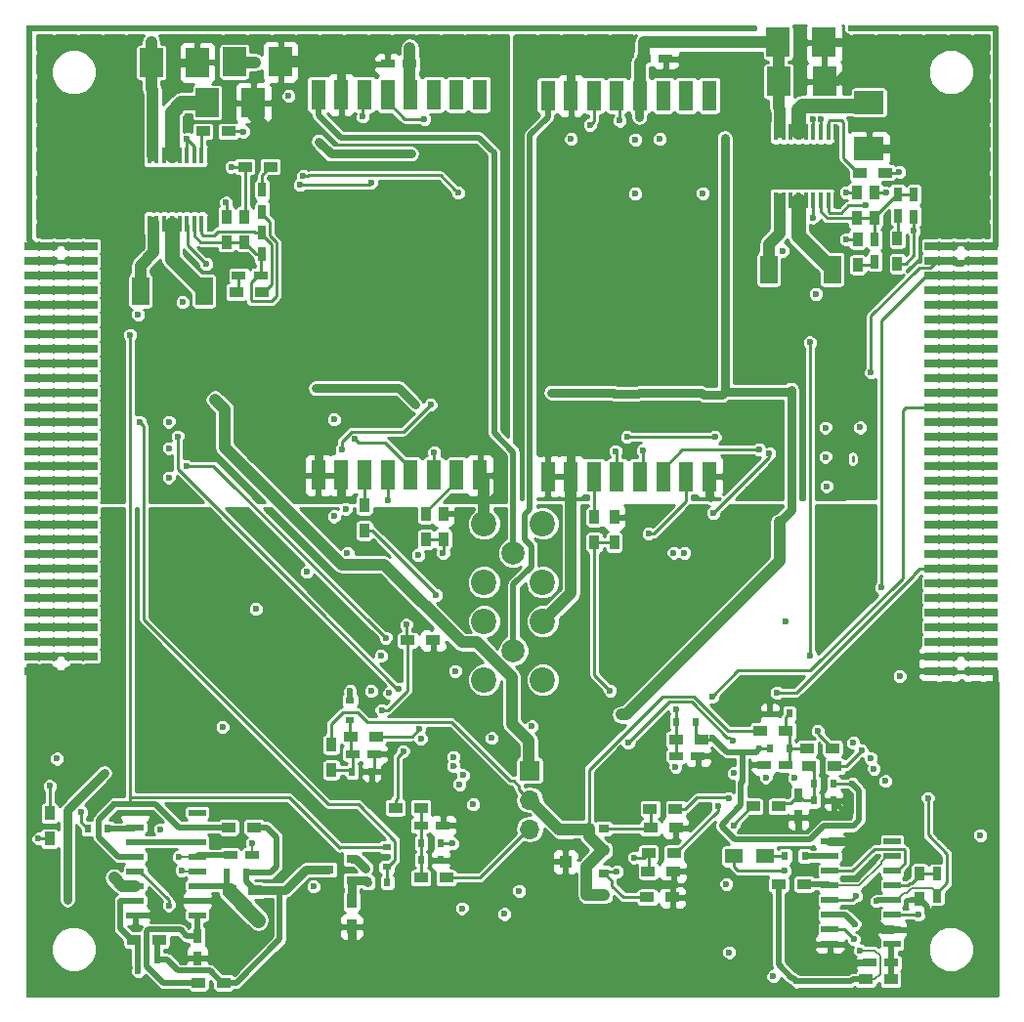
<source format=gbr>
G04 #@! TF.FileFunction,Copper,L4,Bot,Signal*
%FSLAX46Y46*%
G04 Gerber Fmt 4.6, Leading zero omitted, Abs format (unit mm)*
G04 Created by KiCad (PCBNEW 4.0.6) date 11/20/17 22:27:28*
%MOMM*%
%LPD*%
G01*
G04 APERTURE LIST*
%ADD10C,0.100000*%
%ADD11C,0.600000*%
%ADD12R,1.200000X0.900000*%
%ADD13R,1.200000X0.750000*%
%ADD14R,1.100000X1.100000*%
%ADD15R,0.900000X0.800000*%
%ADD16R,0.900000X1.200000*%
%ADD17R,1.500000X0.600000*%
%ADD18R,0.750000X1.200000*%
%ADD19R,1.300000X2.600000*%
%ADD20R,0.600000X0.800000*%
%ADD21R,0.800000X0.600000*%
%ADD22C,0.800000*%
%ADD23R,2.500000X0.700000*%
%ADD24R,2.500000X0.400000*%
%ADD25R,2.000000X2.500000*%
%ADD26R,1.500000X2.400000*%
%ADD27R,1.300000X0.800000*%
%ADD28R,1.300000X1.800000*%
%ADD29R,0.450000X1.450000*%
%ADD30R,2.500000X2.000000*%
%ADD31C,2.200000*%
%ADD32C,2.000000*%
%ADD33R,1.700000X1.700000*%
%ADD34O,1.700000X1.700000*%
%ADD35R,1.500000X1.300000*%
%ADD36C,0.254000*%
%ADD37C,1.270000*%
%ADD38C,0.508000*%
%ADD39C,0.762000*%
%ADD40C,0.203200*%
%ADD41C,1.016000*%
G04 APERTURE END LIST*
D10*
D11*
X115184500Y-78016500D03*
X113984500Y-78016500D03*
X113984500Y-76746500D03*
X116744500Y-73446500D03*
X116744500Y-74626500D03*
X113974500Y-74636500D03*
X72384500Y-78456500D03*
X72394500Y-76556500D03*
X74044500Y-73136500D03*
X133716250Y-50729250D03*
X133716250Y-48636000D03*
X133716250Y-46542750D03*
X133716250Y-44449500D03*
X133716250Y-42356250D03*
X127436500Y-36076500D03*
X125343250Y-36076500D03*
X123250000Y-36076500D03*
X102317500Y-36076500D03*
X100224250Y-36076500D03*
X98131000Y-36076500D03*
X96037750Y-36076500D03*
X96037750Y-71661750D03*
X96037750Y-65382000D03*
X96037750Y-63288750D03*
X96037750Y-61195500D03*
X96037750Y-59102250D03*
X96037750Y-57009000D03*
X96037750Y-54915750D03*
X96037750Y-52822500D03*
X96037750Y-50729250D03*
X96037750Y-48636000D03*
X96037750Y-46542750D03*
X96037750Y-44449500D03*
X93944500Y-69568500D03*
X93944500Y-67475250D03*
X93944500Y-65382000D03*
X93944500Y-63288750D03*
X93944500Y-61195500D03*
X93944500Y-59102250D03*
X93944500Y-57009000D03*
X93944500Y-54915750D03*
X93944500Y-52822500D03*
X93944500Y-50729250D03*
X93944500Y-48636000D03*
X93944500Y-46542750D03*
X93944500Y-44449500D03*
X93944500Y-42356250D03*
X93944500Y-38169750D03*
X93944500Y-36066500D03*
X90763000Y-48626000D03*
X90763000Y-50719250D03*
X90763000Y-52812500D03*
X90763000Y-54905750D03*
X90763000Y-56999000D03*
X90763000Y-59092250D03*
X90763000Y-61185500D03*
X90763000Y-63278750D03*
X90763000Y-65372000D03*
X92856250Y-69558500D03*
X92856250Y-67465250D03*
X92856250Y-65372000D03*
X92856250Y-63278750D03*
X92856250Y-61185500D03*
X92856250Y-59092250D03*
X92856250Y-56999000D03*
X92856250Y-54905750D03*
X92856250Y-52812500D03*
X92856250Y-50719250D03*
X92856250Y-48626000D03*
X92856250Y-46532750D03*
X92856250Y-44439500D03*
X92856250Y-42346250D03*
X92856250Y-38159750D03*
X92856250Y-36066500D03*
X90763000Y-36066500D03*
X88669750Y-36066500D03*
X86576500Y-36066500D03*
X59364250Y-36066500D03*
X53084500Y-43044000D03*
X53084500Y-45137250D03*
X53084500Y-47230500D03*
X53084500Y-49323750D03*
X51689000Y-36764250D03*
X51689000Y-38857500D03*
X51689000Y-40950750D03*
X51689000Y-43044000D03*
X51689000Y-45137250D03*
X51689000Y-47230500D03*
X51689000Y-49323750D03*
X51689000Y-51417000D03*
X51689000Y-93282000D03*
X51689000Y-95375250D03*
X51689000Y-97468500D03*
X51689000Y-99561750D03*
X51689000Y-101655000D03*
X51689000Y-103748250D03*
X51689000Y-105841500D03*
X51689000Y-110028000D03*
X51689000Y-112121250D03*
X51689000Y-114214500D03*
X51689000Y-116307750D03*
X51689000Y-118401000D03*
X53782250Y-118401000D03*
X55875500Y-118401000D03*
X57968750Y-118401000D03*
X60062000Y-118401000D03*
X62155250Y-118401000D03*
X64248500Y-118401000D03*
X70528250Y-118401000D03*
X72621500Y-118401000D03*
X74714750Y-118401000D03*
X76808000Y-118401000D03*
X78901250Y-118401000D03*
X80994500Y-118401000D03*
X83087750Y-118401000D03*
X85181000Y-118401000D03*
X87274250Y-118401000D03*
X89367500Y-118401000D03*
X91460750Y-118401000D03*
X93554000Y-118401000D03*
X95647250Y-118401000D03*
X97740500Y-118401000D03*
X99833750Y-118401000D03*
X101927000Y-118401000D03*
X104020250Y-118401000D03*
X106113500Y-118401000D03*
X108206750Y-118401000D03*
X110300000Y-118401000D03*
X112393250Y-118401000D03*
X114486500Y-118401000D03*
X116579750Y-118401000D03*
X118673000Y-118401000D03*
X120766250Y-118401000D03*
X129139250Y-118401000D03*
X131232500Y-118401000D03*
X133325750Y-118401000D03*
X135419000Y-118401000D03*
X135419000Y-116307750D03*
X135419000Y-114214500D03*
X135419000Y-112121250D03*
X135419000Y-110028000D03*
X135419000Y-107934750D03*
X135419000Y-105841500D03*
X135419000Y-103748250D03*
X135419000Y-99561750D03*
X135419000Y-97468500D03*
X135419000Y-95375250D03*
X135419000Y-93282000D03*
X135419000Y-51417000D03*
X135419000Y-49323750D03*
X135419000Y-47230500D03*
X135419000Y-45137250D03*
X135419000Y-43044000D03*
X135419000Y-40950750D03*
X135419000Y-38857500D03*
X135419000Y-36764250D03*
X135419000Y-34671000D03*
X133325750Y-34671000D03*
X131232500Y-34671000D03*
X129139250Y-34671000D03*
X127046000Y-34671000D03*
X124952750Y-34671000D03*
X122859500Y-34671000D03*
X114486500Y-34671000D03*
X112393250Y-34671000D03*
X110300000Y-34671000D03*
X108206750Y-34671000D03*
X106113500Y-34671000D03*
X104020250Y-34671000D03*
X101927000Y-34671000D03*
X99833750Y-34671000D03*
X97740500Y-34671000D03*
X95647250Y-34671000D03*
X93554000Y-34671000D03*
X91460750Y-34671000D03*
X89367500Y-34671000D03*
X87274250Y-34671000D03*
X85181000Y-34671000D03*
X83087750Y-34671000D03*
X80994500Y-34671000D03*
X78901250Y-34671000D03*
X76808000Y-34671000D03*
X74714750Y-34671000D03*
X72621500Y-34671000D03*
X70528250Y-34671000D03*
X68435000Y-34671000D03*
X62155250Y-34671000D03*
X60062000Y-34671000D03*
X57968750Y-34671000D03*
X55875500Y-34671000D03*
X53782250Y-34671000D03*
D12*
X84426700Y-87744300D03*
X86626700Y-87744300D03*
D13*
X70965100Y-106346342D03*
X69065100Y-106346342D03*
X79644200Y-97581430D03*
X81544200Y-97581430D03*
X84602320Y-37787580D03*
X82702320Y-37787580D03*
D14*
X98094800Y-104121300D03*
X98094800Y-106921300D03*
D15*
X79558900Y-106657100D03*
X79558900Y-108557100D03*
X77558900Y-107607100D03*
X101416100Y-109801700D03*
X101416100Y-107901700D03*
X103416100Y-108851700D03*
D16*
X79565500Y-110350300D03*
X79565500Y-112550300D03*
D12*
X71199100Y-109394342D03*
X68999100Y-109394342D03*
X66291100Y-117395342D03*
X68491100Y-117395342D03*
X68915100Y-103933342D03*
X71115100Y-103933342D03*
X105199000Y-110007400D03*
X107399000Y-110007400D03*
X62903100Y-113712342D03*
X60703100Y-113712342D03*
D16*
X53416200Y-102730300D03*
X53416200Y-104930300D03*
X77812900Y-98966200D03*
X77812900Y-96766200D03*
D12*
X81694200Y-96057430D03*
X79494200Y-96057430D03*
D16*
X87515700Y-78966240D03*
X87515700Y-76766240D03*
X85991700Y-76778940D03*
X85991700Y-78978940D03*
D17*
X60805100Y-111553342D03*
X60805100Y-110283342D03*
X60805100Y-109013342D03*
X60805100Y-107743342D03*
X60805100Y-106473342D03*
X60805100Y-105203342D03*
X60805100Y-103933342D03*
X60805100Y-102663342D03*
X66205100Y-102663342D03*
X66205100Y-103933342D03*
X66205100Y-105203342D03*
X66205100Y-106473342D03*
X66205100Y-107743342D03*
X66205100Y-109013342D03*
X66205100Y-110283342D03*
X66205100Y-111553342D03*
D18*
X66205100Y-113397342D03*
X66205100Y-115297342D03*
D19*
X90687160Y-73434260D03*
X88687160Y-73434260D03*
X86687160Y-73434260D03*
X84687160Y-73434260D03*
X82687160Y-73434260D03*
X80687160Y-73434260D03*
X78687160Y-73434260D03*
X76687160Y-73434260D03*
X76687160Y-40434260D03*
X78687160Y-40434260D03*
X80687160Y-40434260D03*
X82687160Y-40434260D03*
X84687160Y-40434260D03*
X86687160Y-40434260D03*
X88687160Y-40434260D03*
X90687160Y-40434260D03*
D16*
X80675480Y-76016760D03*
X80675480Y-78216760D03*
D20*
X80976100Y-108699300D03*
X82676100Y-108699300D03*
D21*
X82613500Y-105677600D03*
X82613500Y-107377600D03*
D20*
X70445100Y-107870342D03*
X68745100Y-107870342D03*
X62737100Y-115363342D03*
X61037100Y-115363342D03*
X56719100Y-104060342D03*
X58419100Y-104060342D03*
D21*
X79451200Y-92921430D03*
X79451200Y-94621430D03*
D20*
X79617200Y-99105430D03*
X81317200Y-99105430D03*
D22*
X134278000Y-53555900D03*
X133008000Y-53555900D03*
X131738000Y-53555900D03*
X130468000Y-53555900D03*
X134278000Y-54825900D03*
X131738000Y-54825900D03*
X133008000Y-54825900D03*
X130468000Y-54825900D03*
X134278000Y-56095900D03*
X133008000Y-56095900D03*
X131738000Y-56095900D03*
X130468000Y-56095900D03*
X134278000Y-57365900D03*
X133008000Y-57365900D03*
X131738000Y-57365900D03*
X130468000Y-57365900D03*
X134278000Y-58635900D03*
X133008000Y-58635900D03*
X131738000Y-58635900D03*
X130468000Y-58635900D03*
X134278000Y-59905900D03*
X133008000Y-59905900D03*
X131738000Y-59905900D03*
X130468000Y-59905900D03*
X134278000Y-61175900D03*
X133008000Y-61175900D03*
X131738000Y-61175900D03*
X130468000Y-61175900D03*
X134278000Y-62445900D03*
X133008000Y-62445900D03*
X131738000Y-62445900D03*
X130468000Y-62445900D03*
X134278000Y-63715900D03*
X133008000Y-63715900D03*
X131738000Y-63715900D03*
X130468000Y-63715900D03*
X134278000Y-64985900D03*
X133008000Y-64985900D03*
X131738000Y-64985900D03*
X130468000Y-64985900D03*
X134278000Y-66255900D03*
X133008000Y-66255900D03*
X131738000Y-66255900D03*
X130468000Y-66255900D03*
X134278000Y-67525900D03*
X133008000Y-67525900D03*
X131738000Y-67525900D03*
X130468000Y-67525900D03*
X134278000Y-68795900D03*
X133008000Y-68795900D03*
X131738000Y-68795900D03*
X130468000Y-68795900D03*
X134278000Y-70065900D03*
X133008000Y-70065900D03*
X131738000Y-70065900D03*
X130468000Y-70065900D03*
X134278000Y-71335900D03*
X133008000Y-71335900D03*
X131738000Y-71335900D03*
X130468000Y-71335900D03*
X134278000Y-72605900D03*
X133008000Y-72605900D03*
X131738000Y-72605900D03*
X130468000Y-72605900D03*
X134278000Y-73875900D03*
X133008000Y-73875900D03*
X131738000Y-73875900D03*
X130468000Y-73875900D03*
X134278000Y-75145900D03*
X133008000Y-75145900D03*
X131738000Y-75145900D03*
X130468000Y-75145900D03*
X134278000Y-76415900D03*
X133008000Y-76415900D03*
X131738000Y-76415900D03*
X130468000Y-76415900D03*
X134278000Y-77685900D03*
X133008000Y-77685900D03*
X131738000Y-77685900D03*
X130468000Y-77685900D03*
X134278000Y-78955900D03*
X133008000Y-78955900D03*
X131738000Y-78955900D03*
X130468000Y-78955900D03*
X134278000Y-80225900D03*
X133008000Y-80225900D03*
X131738000Y-80225900D03*
X130468000Y-80225900D03*
X134278000Y-81495900D03*
X133008000Y-81495900D03*
X131738000Y-81495900D03*
X130468000Y-81495900D03*
X134278000Y-82765900D03*
X133008000Y-82765900D03*
X130468000Y-82765900D03*
X131738000Y-82765900D03*
X134278000Y-84035900D03*
X133008000Y-84035900D03*
X131738000Y-84035900D03*
X130468000Y-84035900D03*
X134278000Y-85305900D03*
X133008000Y-85305900D03*
X131738000Y-85305900D03*
X130468000Y-85305900D03*
X134278000Y-86575900D03*
X133008000Y-86575900D03*
X131738000Y-86575900D03*
X130468000Y-86575900D03*
X134278000Y-87845900D03*
X133008000Y-87845900D03*
X131738000Y-87845900D03*
X130468000Y-87845900D03*
X134278000Y-89115900D03*
X133008000Y-89115900D03*
X131738000Y-89115900D03*
X130468000Y-89115900D03*
X134278000Y-90385900D03*
X133008000Y-90385900D03*
X131738000Y-90385900D03*
X130468000Y-90385900D03*
D23*
X132376610Y-84035900D03*
X132376610Y-85305900D03*
X132376610Y-81495900D03*
X130471610Y-85305900D03*
X130471610Y-81495900D03*
X130471610Y-84035900D03*
X130471610Y-82765900D03*
X134281610Y-73875900D03*
X134281610Y-75145900D03*
X134281610Y-71335900D03*
X134281610Y-72605900D03*
X134281610Y-76415900D03*
X134281610Y-77685900D03*
X134281610Y-80225900D03*
X134281610Y-81495900D03*
X134281610Y-84035900D03*
X134281610Y-78955900D03*
X134281610Y-82765900D03*
X134281610Y-85305900D03*
X134281610Y-89115900D03*
X134281610Y-90385900D03*
X134281610Y-87845900D03*
X134281610Y-86575900D03*
X130471610Y-90385900D03*
X130471610Y-86575900D03*
D24*
X132503610Y-90512900D03*
D23*
X132376610Y-86575900D03*
X132376610Y-87845900D03*
D24*
X132503610Y-88988900D03*
D23*
X130471610Y-87845900D03*
X130471610Y-89115900D03*
X132376610Y-72605900D03*
X130471610Y-71335900D03*
X132376610Y-75145900D03*
X132376610Y-71335900D03*
X132376610Y-73875900D03*
X130471610Y-72605900D03*
X130471610Y-75145900D03*
X130471610Y-73875900D03*
X132376610Y-78955900D03*
X132376610Y-80225900D03*
X130471610Y-80225900D03*
X132376610Y-76415900D03*
X132376610Y-77685900D03*
X130471610Y-78955900D03*
X130471610Y-76415900D03*
X130471610Y-77685900D03*
D24*
X132376610Y-53428900D03*
D23*
X130471610Y-54825900D03*
X130471610Y-53555900D03*
D24*
X132503610Y-54952900D03*
D23*
X132376610Y-56095900D03*
X130471610Y-57365900D03*
X132376610Y-57365900D03*
X130471610Y-56095900D03*
X132376610Y-67525900D03*
X132376610Y-66255900D03*
X130471610Y-67525900D03*
X130471610Y-66255900D03*
X132376610Y-64985900D03*
X132376610Y-63715900D03*
X130471610Y-64985900D03*
X130471610Y-63715900D03*
X134281610Y-53555900D03*
X134281610Y-54825900D03*
X134281610Y-57365900D03*
X134281610Y-58635900D03*
X134281610Y-56095900D03*
X134281610Y-62445900D03*
X134281610Y-64985900D03*
X134281610Y-63715900D03*
X134281610Y-61175900D03*
X134281610Y-59905900D03*
X130471610Y-68795900D03*
X134281610Y-67525900D03*
X134281610Y-70065900D03*
X134281610Y-66255900D03*
X134281610Y-68795900D03*
X132376610Y-70065900D03*
X132376610Y-68795900D03*
X130471610Y-70065900D03*
X130471610Y-62445900D03*
X132376610Y-58635900D03*
X132376610Y-59905900D03*
X132376610Y-62445900D03*
X132376610Y-61175900D03*
X130471610Y-61175900D03*
X130471610Y-59905900D03*
X130471610Y-58635900D03*
X132376610Y-82765900D03*
D22*
X56278000Y-53555900D03*
X55008000Y-53555900D03*
X53738000Y-53555900D03*
X52468000Y-53555900D03*
X56278000Y-54825900D03*
X53738000Y-54825900D03*
X55008000Y-54825900D03*
X52468000Y-54825900D03*
X56278000Y-56095900D03*
X55008000Y-56095900D03*
X53738000Y-56095900D03*
X52468000Y-56095900D03*
X56278000Y-57365900D03*
X55008000Y-57365900D03*
X53738000Y-57365900D03*
X52468000Y-57365900D03*
X56278000Y-58635900D03*
X55008000Y-58635900D03*
X53738000Y-58635900D03*
X52468000Y-58635900D03*
X56278000Y-59905900D03*
X55008000Y-59905900D03*
X53738000Y-59905900D03*
X52468000Y-59905900D03*
X56278000Y-61175900D03*
X55008000Y-61175900D03*
X53738000Y-61175900D03*
X52468000Y-61175900D03*
X56278000Y-62445900D03*
X55008000Y-62445900D03*
X53738000Y-62445900D03*
X52468000Y-62445900D03*
X56278000Y-63715900D03*
X55008000Y-63715900D03*
X53738000Y-63715900D03*
X52468000Y-63715900D03*
X56278000Y-64985900D03*
X55008000Y-64985900D03*
X53738000Y-64985900D03*
X52468000Y-64985900D03*
X56278000Y-66255900D03*
X55008000Y-66255900D03*
X53738000Y-66255900D03*
X52468000Y-66255900D03*
X56278000Y-67525900D03*
X55008000Y-67525900D03*
X53738000Y-67525900D03*
X52468000Y-67525900D03*
X56278000Y-68795900D03*
X55008000Y-68795900D03*
X53738000Y-68795900D03*
X52468000Y-68795900D03*
X56278000Y-70065900D03*
X55008000Y-70065900D03*
X53738000Y-70065900D03*
X52468000Y-70065900D03*
X56278000Y-71335900D03*
X55008000Y-71335900D03*
X53738000Y-71335900D03*
X52468000Y-71335900D03*
X56278000Y-72605900D03*
X55008000Y-72605900D03*
X53738000Y-72605900D03*
X52468000Y-72605900D03*
X56278000Y-73875900D03*
X55008000Y-73875900D03*
X53738000Y-73875900D03*
X52468000Y-73875900D03*
X56278000Y-75145900D03*
X55008000Y-75145900D03*
X53738000Y-75145900D03*
X52468000Y-75145900D03*
X56278000Y-76415900D03*
X55008000Y-76415900D03*
X53738000Y-76415900D03*
X52468000Y-76415900D03*
X56278000Y-77685900D03*
X55008000Y-77685900D03*
X53738000Y-77685900D03*
X52468000Y-77685900D03*
X56278000Y-78955900D03*
X55008000Y-78955900D03*
X53738000Y-78955900D03*
X52468000Y-78955900D03*
X56278000Y-80225900D03*
X55008000Y-80225900D03*
X53738000Y-80225900D03*
X52468000Y-80225900D03*
X56278000Y-81495900D03*
X55008000Y-81495900D03*
X53738000Y-81495900D03*
X52468000Y-81495900D03*
X56278000Y-82765900D03*
X55008000Y-82765900D03*
X52468000Y-82765900D03*
X53738000Y-82765900D03*
X56278000Y-84035900D03*
X55008000Y-84035900D03*
X53738000Y-84035900D03*
X52468000Y-84035900D03*
X56278000Y-85305900D03*
X55008000Y-85305900D03*
X53738000Y-85305900D03*
X52468000Y-85305900D03*
X56278000Y-86575900D03*
X55008000Y-86575900D03*
X53738000Y-86575900D03*
X52468000Y-86575900D03*
X56278000Y-87845900D03*
X55008000Y-87845900D03*
X53738000Y-87845900D03*
X52468000Y-87845900D03*
X56278000Y-89115900D03*
X55008000Y-89115900D03*
X53738000Y-89115900D03*
X52468000Y-89115900D03*
X56278000Y-90385900D03*
X55008000Y-90385900D03*
X53738000Y-90385900D03*
X52468000Y-90385900D03*
D23*
X54376610Y-84035900D03*
X54376610Y-85305900D03*
X54376610Y-81495900D03*
X52471610Y-85305900D03*
X52471610Y-81495900D03*
X52471610Y-84035900D03*
X52471610Y-82765900D03*
X56281610Y-73875900D03*
X56281610Y-75145900D03*
X56281610Y-71335900D03*
X56281610Y-72605900D03*
X56281610Y-76415900D03*
X56281610Y-77685900D03*
X56281610Y-80225900D03*
X56281610Y-81495900D03*
X56281610Y-84035900D03*
X56281610Y-78955900D03*
X56281610Y-82765900D03*
X56281610Y-85305900D03*
X56281610Y-89115900D03*
X56281610Y-90385900D03*
X56281610Y-87845900D03*
X56281610Y-86575900D03*
X52471610Y-90385900D03*
X52471610Y-86575900D03*
D24*
X54503610Y-90512900D03*
D23*
X54376610Y-86575900D03*
X54376610Y-87845900D03*
D24*
X54503610Y-88988900D03*
D23*
X52471610Y-87845900D03*
X52471610Y-89115900D03*
X54376610Y-72605900D03*
X52471610Y-71335900D03*
X54376610Y-75145900D03*
X54376610Y-71335900D03*
X54376610Y-73875900D03*
X52471610Y-72605900D03*
X52471610Y-75145900D03*
X52471610Y-73875900D03*
X54376610Y-78955900D03*
X54376610Y-80225900D03*
X52471610Y-80225900D03*
X54376610Y-76415900D03*
X54376610Y-77685900D03*
X52471610Y-78955900D03*
X52471610Y-76415900D03*
X52471610Y-77685900D03*
D24*
X54376610Y-53428900D03*
D23*
X52471610Y-54825900D03*
X52471610Y-53555900D03*
D24*
X54503610Y-54952900D03*
D23*
X54376610Y-56095900D03*
X52471610Y-57365900D03*
X54376610Y-57365900D03*
X52471610Y-56095900D03*
X54376610Y-67525900D03*
X54376610Y-66255900D03*
X52471610Y-67525900D03*
X52471610Y-66255900D03*
X54376610Y-64985900D03*
X54376610Y-63715900D03*
X52471610Y-64985900D03*
X52471610Y-63715900D03*
X56281610Y-53555900D03*
X56281610Y-54825900D03*
X56281610Y-57365900D03*
X56281610Y-58635900D03*
X56281610Y-56095900D03*
X56281610Y-62445900D03*
X56281610Y-64985900D03*
X56281610Y-63715900D03*
X56281610Y-61175900D03*
X56281610Y-59905900D03*
X52471610Y-68795900D03*
X56281610Y-67525900D03*
X56281610Y-70065900D03*
X56281610Y-66255900D03*
X56281610Y-68795900D03*
X54376610Y-70065900D03*
X54376610Y-68795900D03*
X52471610Y-70065900D03*
X52471610Y-62445900D03*
X54376610Y-58635900D03*
X54376610Y-59905900D03*
X54376610Y-62445900D03*
X54376610Y-61175900D03*
X52471610Y-61175900D03*
X52471610Y-59905900D03*
X52471610Y-58635900D03*
X54376610Y-82765900D03*
D25*
X62202560Y-37665660D03*
X66202560Y-37665660D03*
X69416160Y-37614860D03*
X73416160Y-37614860D03*
X67064120Y-41140380D03*
X71064120Y-41140380D03*
D18*
X71838820Y-48699800D03*
X71838820Y-50599800D03*
D13*
X71694120Y-56111600D03*
X69794120Y-56111600D03*
D18*
X71800720Y-54270100D03*
X71800720Y-52370100D03*
D26*
X61284220Y-57470500D03*
X66784220Y-57470500D03*
D12*
X66689880Y-43629580D03*
X68889880Y-43629580D03*
X69578220Y-57572100D03*
X71778220Y-57572100D03*
X70340220Y-46688200D03*
X72540220Y-46688200D03*
D16*
X68714620Y-53218900D03*
X68714620Y-51018900D03*
X70289420Y-51028700D03*
X70289420Y-53228700D03*
D27*
X61716920Y-49952100D03*
D28*
X66916920Y-48652100D03*
X65616920Y-48652100D03*
X61716920Y-48652100D03*
X63016920Y-48652100D03*
D29*
X61396920Y-45702100D03*
X62046920Y-45702100D03*
X62696920Y-45702100D03*
X63346920Y-45702100D03*
X63986920Y-45702100D03*
X64646920Y-45702100D03*
X65286920Y-45702100D03*
X65936920Y-45702100D03*
X66586920Y-45702100D03*
X67236920Y-45702100D03*
X67236920Y-51602100D03*
X66586920Y-51602100D03*
X65936920Y-51602100D03*
X65286920Y-51602100D03*
X64646920Y-51602100D03*
X63986920Y-51602100D03*
X63346920Y-51602100D03*
X62696920Y-51602100D03*
X62046920Y-51602100D03*
X61396920Y-51602100D03*
D28*
X64316920Y-48652100D03*
D27*
X61716920Y-47352100D03*
X63016920Y-47352100D03*
X64316920Y-47352100D03*
X65616920Y-47352100D03*
X66916920Y-47352100D03*
X66916920Y-49952100D03*
X65616920Y-49952100D03*
X64316920Y-49952100D03*
X63016920Y-49952100D03*
D13*
X126362500Y-115684300D03*
X124462500Y-115684300D03*
D18*
X130276600Y-109865200D03*
X130276600Y-107965200D03*
D13*
X117216000Y-98513900D03*
X115316000Y-98513900D03*
X107701000Y-97764600D03*
X109601000Y-97764600D03*
D25*
X116548400Y-39310784D03*
X120548400Y-39310784D03*
X116523000Y-35932584D03*
X120523000Y-35932584D03*
D30*
X124404120Y-41114980D03*
X124404120Y-45114980D03*
D18*
X124899420Y-54914880D03*
X124899420Y-53014880D03*
X126880620Y-49067680D03*
X126880620Y-50967680D03*
X128303020Y-49108280D03*
X128303020Y-51008280D03*
D13*
X104871440Y-37350700D03*
X106771440Y-37350700D03*
D20*
X117133900Y-106426000D03*
X118833900Y-106426000D03*
X115787700Y-97091500D03*
X117487700Y-97091500D03*
X117499500Y-94094300D03*
X115799500Y-94094300D03*
X109384200Y-94780100D03*
X107684200Y-94780100D03*
D26*
X115710520Y-55605680D03*
X121210520Y-55605680D03*
D15*
X101412800Y-105940900D03*
X101412800Y-104040900D03*
X103412800Y-104990900D03*
D12*
X126309300Y-117119400D03*
X124109300Y-117119400D03*
X105448100Y-102349300D03*
X107648100Y-102349300D03*
X118773300Y-108864400D03*
X116573300Y-108864400D03*
X105478400Y-103987600D03*
X107678400Y-103987600D03*
D16*
X128790700Y-107947100D03*
X128790700Y-110147100D03*
D12*
X117203400Y-95580200D03*
X115003400Y-95580200D03*
X121249800Y-97104200D03*
X119049800Y-97104200D03*
X109880400Y-96304100D03*
X107680400Y-96304100D03*
D16*
X102323900Y-79242920D03*
X102323900Y-77042920D03*
X100617020Y-77042920D03*
X100617020Y-79242920D03*
D12*
X123575720Y-47198280D03*
X125775720Y-47198280D03*
D16*
X126867920Y-52910380D03*
X126867920Y-55110380D03*
X123413520Y-52994380D03*
X123413520Y-55194380D03*
X124874020Y-51163580D03*
X124874020Y-48963580D03*
X123337320Y-48955780D03*
X123337320Y-51155780D03*
D17*
X121010700Y-114058700D03*
X121010700Y-112788700D03*
X121010700Y-111518700D03*
X121010700Y-110248700D03*
X121010700Y-108978700D03*
X121010700Y-107708700D03*
X121010700Y-106438700D03*
X121010700Y-105168700D03*
X126410700Y-105168700D03*
X126410700Y-106438700D03*
X126410700Y-107708700D03*
X126410700Y-108978700D03*
X126410700Y-110248700D03*
X126410700Y-111518700D03*
X126410700Y-112788700D03*
X126410700Y-114058700D03*
D27*
X116004820Y-47964880D03*
D28*
X121204820Y-46664880D03*
X119904820Y-46664880D03*
X116004820Y-46664880D03*
X117304820Y-46664880D03*
D29*
X115684820Y-43714880D03*
X116334820Y-43714880D03*
X116984820Y-43714880D03*
X117634820Y-43714880D03*
X118274820Y-43714880D03*
X118934820Y-43714880D03*
X119574820Y-43714880D03*
X120224820Y-43714880D03*
X120874820Y-43714880D03*
X121524820Y-43714880D03*
X121524820Y-49614880D03*
X120874820Y-49614880D03*
X120224820Y-49614880D03*
X119574820Y-49614880D03*
X118934820Y-49614880D03*
X118274820Y-49614880D03*
X117634820Y-49614880D03*
X116984820Y-49614880D03*
X116334820Y-49614880D03*
X115684820Y-49614880D03*
D28*
X118604820Y-46664880D03*
D27*
X116004820Y-45364880D03*
X117304820Y-45364880D03*
X118604820Y-45364880D03*
X119904820Y-45364880D03*
X121204820Y-45364880D03*
X121204820Y-47964880D03*
X119904820Y-47964880D03*
X118604820Y-47964880D03*
X117304820Y-47964880D03*
D19*
X110565200Y-73525700D03*
X108565200Y-73525700D03*
X106565200Y-73525700D03*
X104565200Y-73525700D03*
X102565200Y-73525700D03*
X100565200Y-73525700D03*
X98565200Y-73525700D03*
X96565200Y-73525700D03*
X96565200Y-40525700D03*
X98565200Y-40525700D03*
X100565200Y-40525700D03*
X102565200Y-40525700D03*
X104565200Y-40525700D03*
X106565200Y-40525700D03*
X108565200Y-40525700D03*
X110565200Y-40525700D03*
D13*
X85577600Y-103784400D03*
X87477600Y-103784400D03*
D18*
X118300500Y-101147800D03*
X118300500Y-103047800D03*
D20*
X87298000Y-105308400D03*
X85598000Y-105308400D03*
X85612500Y-106768900D03*
X87312500Y-106768900D03*
X121321300Y-100177600D03*
X119621300Y-100177600D03*
X119634900Y-101612700D03*
X121334900Y-101612700D03*
D12*
X85569700Y-108292900D03*
X87769700Y-108292900D03*
X83372600Y-102260400D03*
X85572600Y-102260400D03*
X105305500Y-106184700D03*
X107505500Y-106184700D03*
X105280100Y-107759500D03*
X107480100Y-107759500D03*
X116547900Y-102133400D03*
X114347900Y-102133400D03*
X121450100Y-98653600D03*
X119250100Y-98653600D03*
D31*
X91046300Y-77609700D03*
X91046300Y-82689700D03*
X96126300Y-82689700D03*
X96126300Y-77609700D03*
D32*
X93586300Y-80149700D03*
D31*
X91059000Y-86093300D03*
X91059000Y-91173300D03*
X96139000Y-91173300D03*
X96139000Y-86093300D03*
D32*
X93599000Y-88633300D03*
D33*
X94996000Y-99021900D03*
D34*
X94996000Y-101561900D03*
X94996000Y-104101900D03*
D11*
X51689000Y-34671000D03*
X53084500Y-51417000D03*
X73084500Y-73136500D03*
D35*
X112684500Y-106456500D03*
X115384500Y-106456500D03*
D11*
X71475600Y-111975900D03*
X78044040Y-76995020D03*
X78038960Y-68587620D03*
X86405720Y-67317620D03*
X78714600Y-71188580D03*
X75378264Y-47504876D03*
X88803480Y-48948340D03*
X75097640Y-48257460D03*
X81264760Y-48074580D03*
X75698800Y-81788000D03*
X87503000Y-80175100D03*
X82524600Y-87528400D03*
X65252600Y-72605900D03*
X83677760Y-91909900D03*
X64490600Y-70065900D03*
X100444500Y-91786500D03*
X102454500Y-95266500D03*
X98144500Y-99186500D03*
X102624500Y-102111901D03*
X58924500Y-95556500D03*
X68304500Y-98206500D03*
X104229821Y-104966999D03*
X114180910Y-98528429D03*
X88569800Y-76758800D03*
X90017600Y-103924100D03*
X92430600Y-93599000D03*
X107518200Y-108902500D03*
X113906300Y-116382800D03*
X119964200Y-103047800D03*
X112125760Y-112791240D03*
X118277640Y-104241600D03*
X122732800Y-103037640D03*
X125430280Y-103007160D03*
X120700800Y-76885800D03*
X120721120Y-74376280D03*
X134523480Y-100665280D03*
X85622274Y-101042326D03*
X64935100Y-58420000D03*
X105008680Y-76944220D03*
X116936520Y-53967380D03*
X65313560Y-44284900D03*
X70190360Y-43639740D03*
X68681600Y-49806860D03*
X127005080Y-47155100D03*
X125867160Y-48953420D03*
X119574820Y-42540485D03*
X120233440Y-42537185D03*
X114884200Y-94081600D03*
X120015000Y-93218000D03*
X126720600Y-92405200D03*
X110807500Y-97739200D03*
X79527400Y-113753900D03*
X104470200Y-96672400D03*
X103987600Y-92087700D03*
X119049800Y-110032800D03*
X129439840Y-111269114D03*
X120497600Y-116243100D03*
X123558300Y-110769400D03*
X122631200Y-105168700D03*
X124599700Y-107010200D03*
X131381500Y-105537000D03*
X128473200Y-117182900D03*
X52613136Y-100340529D03*
X58902600Y-107086400D03*
X58006025Y-108839845D03*
X53949600Y-109905800D03*
X120624600Y-71843900D03*
X120624600Y-69303900D03*
X63728600Y-73621900D03*
X63728600Y-71081900D03*
X63728600Y-68795900D03*
X68986400Y-113779300D03*
X65227200Y-115252500D03*
X64897000Y-110324900D03*
X62103000Y-111544100D03*
X62306200Y-102831900D03*
X63271400Y-100495100D03*
X81356200Y-99994430D03*
X85648800Y-93014800D03*
X72948800Y-96189800D03*
X69265800Y-92125800D03*
X66598800Y-92252800D03*
X112293400Y-114765101D03*
X76276200Y-109054900D03*
X129501900Y-101409500D03*
X80797400Y-107505500D03*
X54025800Y-97993200D03*
X53416200Y-100355400D03*
X70967600Y-105321100D03*
X64846200Y-107683300D03*
X63017400Y-104127300D03*
X59004200Y-108292900D03*
X125018800Y-110350300D03*
X123159200Y-112318800D03*
X64566800Y-106514900D03*
X90093800Y-101942900D03*
X95173800Y-95199200D03*
X71285100Y-85013800D03*
X88341200Y-105346500D03*
X68376799Y-95238980D03*
X84759800Y-45582800D03*
X76702920Y-44503340D03*
X79207360Y-80154780D03*
X79054960Y-76354940D03*
X58152782Y-99225100D03*
X54952900Y-110210600D03*
X79451200Y-92120430D03*
X91719400Y-96202500D03*
X71214500Y-37636500D03*
X62204500Y-35876500D03*
X85344000Y-80337660D03*
X76479400Y-65892680D03*
X85090000Y-67297300D03*
X84602320Y-36396580D03*
X62351920Y-43629580D03*
X69169280Y-46718220D03*
X67734500Y-66876500D03*
X74117200Y-40567623D03*
X61063780Y-59507760D03*
X64794120Y-41140380D03*
X118595715Y-41398985D03*
X119806720Y-57721500D03*
X63986920Y-44376340D03*
X61188600Y-68795900D03*
X59050339Y-101906141D03*
X60385960Y-61257180D03*
X103530400Y-96634300D03*
X112604036Y-96443507D03*
X123037600Y-96608900D03*
X85572600Y-96266000D03*
X123621800Y-69291200D03*
X102565200Y-107772200D03*
X94081600Y-109461300D03*
X82845693Y-92286532D03*
X85432900Y-95427800D03*
X88925400Y-100215700D03*
X117932200Y-99682300D03*
X89128600Y-110959900D03*
X63728600Y-110705900D03*
X61087000Y-116408200D03*
X86735920Y-71447660D03*
X85872320Y-42557700D03*
X80543400Y-42349420D03*
X82687160Y-75572620D03*
X79872840Y-70279260D03*
X84302600Y-86385400D03*
X86906100Y-83807300D03*
X82173321Y-93785179D03*
X91147900Y-71399400D03*
X76771500Y-37414200D03*
X72009000Y-43192700D03*
X76682600Y-71488300D03*
X64653160Y-37637720D03*
X78729840Y-38536880D03*
X78704440Y-75305920D03*
X52451000Y-104927400D03*
X112666490Y-99249879D03*
X124574300Y-64516000D03*
X124523500Y-97942400D03*
X88392000Y-97828100D03*
X115452615Y-99610890D03*
X124828300Y-98856800D03*
X125463300Y-83159600D03*
X88406089Y-98631178D03*
X134048500Y-104635300D03*
X112052100Y-108864400D03*
X82118200Y-89077800D03*
X116433600Y-92278200D03*
X128676400Y-111518700D03*
X123088400Y-113639600D03*
X110824979Y-96149906D03*
X127050800Y-90843100D03*
X122961400Y-100164900D03*
X116657120Y-77487780D03*
X117668040Y-65991740D03*
X111907320Y-66210180D03*
X110093760Y-66479420D03*
X104480360Y-66286380D03*
X102321360Y-66337180D03*
X96850200Y-66260980D03*
X111902240Y-44218860D03*
X106278680Y-44289980D03*
X104160320Y-44350940D03*
X98582480Y-44295060D03*
X114909600Y-97124810D03*
X116116100Y-116852700D03*
X102920800Y-94170500D03*
X123545600Y-102895400D03*
X107683300Y-93738700D03*
X104521000Y-42415460D03*
X116677440Y-41705824D03*
X122397520Y-48902620D03*
X122443240Y-52992020D03*
X122240040Y-38724840D03*
X122092720Y-35874960D03*
X98552000Y-38663880D03*
X98552000Y-71673720D03*
X126278640Y-45145960D03*
X115183920Y-73441560D03*
X110622080Y-75356720D03*
X128303020Y-52260500D03*
X124104400Y-50063400D03*
X119333999Y-89048353D03*
X119286310Y-61917290D03*
X117132100Y-107708700D03*
X123637702Y-114604800D03*
X118148100Y-117297200D03*
X114894360Y-71198740D03*
X115757960Y-71539100D03*
X110916720Y-76695300D03*
X102793800Y-42705020D03*
X108394500Y-80162400D03*
X109994700Y-48996600D03*
X100238560Y-43080940D03*
X107480100Y-80137000D03*
X104140000Y-49022000D03*
X102428040Y-71361300D03*
X103444040Y-70116700D03*
X111043720Y-70116700D03*
X104785160Y-71290180D03*
X112242600Y-101434900D03*
X119964200Y-95605600D03*
X125831600Y-99936300D03*
X123304300Y-109905800D03*
X107641143Y-98696468D03*
X101971887Y-92095610D03*
X105313480Y-78503780D03*
X66969640Y-55115460D03*
X119532400Y-51092100D03*
X112651484Y-103760574D03*
X104063800Y-106565700D03*
X84046531Y-97349202D03*
X123748800Y-97294700D03*
X117157500Y-86118700D03*
X89230338Y-99421800D03*
X81260770Y-92117890D03*
X92811600Y-111455200D03*
X111315500Y-102141310D03*
X88544500Y-90406500D03*
X110804500Y-92616500D03*
X56164500Y-102626500D03*
D36*
X122991590Y-72230064D02*
X122991590Y-71805800D01*
D37*
X71475600Y-111975900D02*
X68999100Y-109499400D01*
X68999100Y-109499400D02*
X68999100Y-109394342D01*
D38*
X68999100Y-109394342D02*
X69417578Y-109394342D01*
X66205100Y-109013342D02*
X68618100Y-109013342D01*
X68618100Y-109013342D02*
X68999100Y-109394342D01*
X68745100Y-107870342D02*
X68745100Y-109140342D01*
X68745100Y-109140342D02*
X68999100Y-109394342D01*
D36*
X78714600Y-71188580D02*
X78714600Y-70504802D01*
X78714600Y-70504802D02*
X79570343Y-69649059D01*
X79570343Y-69649059D02*
X84074281Y-69649059D01*
X84074281Y-69649059D02*
X86405720Y-67317620D01*
X75960679Y-47444379D02*
X76235560Y-47444379D01*
X76235560Y-47444379D02*
X87299519Y-47444379D01*
X75378264Y-47504876D02*
X75802528Y-47504876D01*
X75863025Y-47444379D02*
X76235560Y-47444379D01*
X75802528Y-47504876D02*
X75863025Y-47444379D01*
X87299519Y-47444379D02*
X88503481Y-48648341D01*
X88503481Y-48648341D02*
X88803480Y-48948340D01*
X75097640Y-48257460D02*
X81081880Y-48257460D01*
X81081880Y-48257460D02*
X81264760Y-48074580D01*
X87515700Y-78966240D02*
X87515700Y-80162400D01*
X87515700Y-80162400D02*
X87503000Y-80175100D01*
X85991700Y-78978940D02*
X87503000Y-78978940D01*
X87503000Y-78978940D02*
X87515700Y-78966240D01*
X82524600Y-87528400D02*
X67602100Y-72605900D01*
X65252600Y-72605900D02*
X66662300Y-72605900D01*
X66662300Y-72605900D02*
X66903600Y-72605900D01*
X67602100Y-72605900D02*
X66662300Y-72605900D01*
X76469240Y-84869020D02*
X83510120Y-91909900D01*
X83510120Y-91909900D02*
X83677760Y-91909900D01*
X76469240Y-84843900D02*
X76469240Y-84869020D01*
X64490600Y-70065900D02*
X64490600Y-72865260D01*
X64490600Y-72865260D02*
X76469240Y-84843900D01*
D38*
X51689000Y-53082000D02*
X52162900Y-53555900D01*
X52162900Y-53555900D02*
X52471610Y-53555900D01*
X51689000Y-51417000D02*
X51689000Y-53082000D01*
X135419000Y-34671000D02*
X131232500Y-34671000D01*
X122859500Y-34671000D02*
X131232500Y-34671000D01*
X51689000Y-34671000D02*
X51689000Y-51417000D01*
X68435000Y-34671000D02*
X68010736Y-34671000D01*
X68010736Y-34671000D02*
X51689000Y-34671000D01*
X114486500Y-34671000D02*
X68435000Y-34671000D01*
X51689000Y-93282000D02*
X51689000Y-92857736D01*
X51689000Y-92857736D02*
X51734500Y-92812236D01*
X51734500Y-92812236D02*
X51734500Y-90953610D01*
X51734500Y-90953610D02*
X52302210Y-90385900D01*
X70528250Y-118401000D02*
X51689000Y-118401000D01*
X135419000Y-118401000D02*
X70528250Y-118401000D01*
X135419000Y-90382000D02*
X135415100Y-90385900D01*
X135415100Y-90385900D02*
X134112210Y-90385900D01*
X135419000Y-93282000D02*
X135419000Y-90382000D01*
X135419000Y-53541000D02*
X135404100Y-53555900D01*
X135404100Y-53555900D02*
X134108600Y-53555900D01*
X135419000Y-34671000D02*
X135419000Y-53541000D01*
D39*
X103416100Y-108851700D02*
X107467400Y-108851700D01*
X107467400Y-108851700D02*
X107518200Y-108902500D01*
X103412800Y-104990900D02*
X104205920Y-104990900D01*
X104205920Y-104990900D02*
X104229821Y-104966999D01*
D36*
X115316000Y-98513900D02*
X114195439Y-98513900D01*
X114195439Y-98513900D02*
X114180910Y-98528429D01*
X87515700Y-76766240D02*
X88562360Y-76766240D01*
X88562360Y-76766240D02*
X88569800Y-76758800D01*
X107399000Y-110007400D02*
X107399000Y-109021700D01*
X107399000Y-109021700D02*
X107518200Y-108902500D01*
X107480100Y-107759500D02*
X107480100Y-108864400D01*
X107480100Y-108864400D02*
X107518200Y-108902500D01*
D38*
X118300500Y-103047800D02*
X118300500Y-104218740D01*
X118300500Y-104218740D02*
X118277640Y-104241600D01*
X121334900Y-101612700D02*
X121334900Y-101639740D01*
X121334900Y-101639740D02*
X122732800Y-103037640D01*
X130298600Y-90385900D02*
X131504082Y-90385900D01*
X131504082Y-90385900D02*
X131536341Y-90418159D01*
X134108600Y-89115900D02*
X132903118Y-89115900D01*
X132903118Y-89115900D02*
X132870859Y-89083641D01*
D36*
X65936920Y-45702100D02*
X65936920Y-44908260D01*
X65936920Y-44908260D02*
X65313560Y-44284900D01*
X65286920Y-45702100D02*
X65286920Y-44311540D01*
X65286920Y-44311540D02*
X65313560Y-44284900D01*
X68889880Y-43629580D02*
X70180200Y-43629580D01*
X70180200Y-43629580D02*
X70190360Y-43639740D01*
X68714620Y-51018900D02*
X68714620Y-49839880D01*
X68714620Y-49839880D02*
X68681600Y-49806860D01*
X125775720Y-47198280D02*
X126961900Y-47198280D01*
X126961900Y-47198280D02*
X127005080Y-47155100D01*
X124874020Y-48963580D02*
X125857000Y-48963580D01*
X125857000Y-48963580D02*
X125867160Y-48953420D01*
X119574820Y-43714880D02*
X119574820Y-42540485D01*
X119574820Y-42540485D02*
X119578120Y-42537185D01*
X120224820Y-43714880D02*
X120224820Y-42545805D01*
X120224820Y-42545805D02*
X120233440Y-42537185D01*
X115799500Y-94094300D02*
X114896900Y-94094300D01*
X114896900Y-94094300D02*
X114884200Y-94081600D01*
X109601000Y-97764600D02*
X110782100Y-97764600D01*
X110782100Y-97764600D02*
X110807500Y-97739200D01*
D39*
X79565500Y-112550300D02*
X79565500Y-113715800D01*
X79565500Y-113715800D02*
X79527400Y-113753900D01*
D38*
X124462500Y-115684300D02*
X121056400Y-115684300D01*
X121056400Y-115684300D02*
X120497600Y-116243100D01*
X128790700Y-110147100D02*
X129439840Y-110796240D01*
X129439840Y-110796240D02*
X129439840Y-111269114D01*
D39*
X126410700Y-112788700D02*
X125577600Y-112788700D01*
X125577600Y-112788700D02*
X123558300Y-110769400D01*
X122326400Y-105168700D02*
X122631200Y-105168700D01*
X121010700Y-105168700D02*
X122326400Y-105168700D01*
D38*
X68999100Y-113766600D02*
X68986400Y-113779300D01*
X66205100Y-115297342D02*
X65272042Y-115297342D01*
X65272042Y-115297342D02*
X65227200Y-115252500D01*
X66205100Y-110283342D02*
X64938558Y-110283342D01*
X64938558Y-110283342D02*
X64897000Y-110324900D01*
X60805100Y-111553342D02*
X62093758Y-111553342D01*
X62093758Y-111553342D02*
X62103000Y-111544100D01*
X60805100Y-102663342D02*
X62137642Y-102663342D01*
X62137642Y-102663342D02*
X62306200Y-102831900D01*
D36*
X81317200Y-99105430D02*
X81317200Y-99955430D01*
X81317200Y-99955430D02*
X81356200Y-99994430D01*
X81544200Y-97581430D02*
X81544200Y-98878430D01*
X81544200Y-98878430D02*
X81317200Y-99105430D01*
X131191000Y-106279198D02*
X131191000Y-108725800D01*
X131191000Y-108725800D02*
X130276600Y-109640200D01*
X130276600Y-109640200D02*
X130276600Y-109865200D01*
X129501900Y-101409500D02*
X129501900Y-104590098D01*
X129501900Y-104590098D02*
X131191000Y-106279198D01*
D39*
X79558900Y-106657100D02*
X79949000Y-106657100D01*
X79949000Y-106657100D02*
X80797400Y-107505500D01*
D36*
X53416200Y-102730300D02*
X53416200Y-100355400D01*
D40*
X70965100Y-106346342D02*
X70965100Y-105323600D01*
X70965100Y-105323600D02*
X70967600Y-105321100D01*
X66205100Y-107743342D02*
X64906242Y-107743342D01*
X64906242Y-107743342D02*
X64846200Y-107683300D01*
D41*
X60805100Y-109013342D02*
X59724642Y-109013342D01*
X59724642Y-109013342D02*
X59004200Y-108292900D01*
D36*
X120560700Y-111518700D02*
X121010700Y-111518700D01*
D38*
X126410700Y-110248700D02*
X125120400Y-110248700D01*
X125120400Y-110248700D02*
X125018800Y-110350300D01*
X121010700Y-111518700D02*
X122359100Y-111518700D01*
X122359100Y-111518700D02*
X123159200Y-112318800D01*
D40*
X127673100Y-109666058D02*
X127443342Y-109666058D01*
X126860700Y-110248700D02*
X126410700Y-110248700D01*
X127443342Y-109666058D02*
X126860700Y-110248700D01*
X129878699Y-109242299D02*
X128096859Y-109242299D01*
X130276600Y-109640200D02*
X129878699Y-109242299D01*
X128096859Y-109242299D02*
X127673100Y-109666058D01*
X64566800Y-106514900D02*
X66163542Y-106514900D01*
X66163542Y-106514900D02*
X66205100Y-106473342D01*
D38*
X69065100Y-106346342D02*
X66332100Y-106346342D01*
X66332100Y-106346342D02*
X66205100Y-106473342D01*
X79451200Y-92120430D02*
X79451200Y-92921430D01*
D36*
X87298000Y-105308400D02*
X88303100Y-105308400D01*
X88303100Y-105308400D02*
X88341200Y-105346500D01*
D39*
X58152782Y-99225100D02*
X54944999Y-102432883D01*
X54944999Y-102432883D02*
X54944999Y-109778435D01*
X54944999Y-109778435D02*
X54952900Y-109786336D01*
X54952900Y-109786336D02*
X54952900Y-110210600D01*
X76702920Y-44503340D02*
X77782380Y-45582800D01*
X77782380Y-45582800D02*
X84759800Y-45582800D01*
D36*
X77812900Y-98966200D02*
X79477970Y-98966200D01*
X79477970Y-98966200D02*
X79617200Y-99105430D01*
X79644200Y-97581430D02*
X79644200Y-99078430D01*
X79644200Y-99078430D02*
X79617200Y-99105430D01*
X79494200Y-96057430D02*
X79494200Y-97431430D01*
X79494200Y-97431430D02*
X79644200Y-97581430D01*
X79451200Y-94621430D02*
X79451200Y-96014430D01*
X79451200Y-96014430D02*
X79494200Y-96057430D01*
D41*
X71214500Y-37636500D02*
X69437800Y-37636500D01*
X69437800Y-37636500D02*
X69416160Y-37614860D01*
X62202560Y-37665660D02*
X62202560Y-35878440D01*
X62202560Y-35878440D02*
X62204500Y-35876500D01*
D39*
X85090000Y-67297300D02*
X83685380Y-65892680D01*
X83685380Y-65892680D02*
X76479400Y-65892680D01*
D41*
X84602320Y-37787580D02*
X84602320Y-40349420D01*
X84602320Y-40349420D02*
X84687160Y-40434260D01*
X69416160Y-37614860D02*
X69416160Y-37364860D01*
X84602320Y-36396580D02*
X84602320Y-37787580D01*
X62351920Y-45702100D02*
X62351920Y-43629580D01*
X62351920Y-43629580D02*
X62351920Y-40081020D01*
D36*
X70340220Y-46688200D02*
X69199300Y-46688200D01*
X69199300Y-46688200D02*
X69169280Y-46718220D01*
D41*
X62202560Y-37665660D02*
X62202560Y-37415660D01*
D36*
X62351920Y-45702100D02*
X62696920Y-45702100D01*
X62046920Y-45702100D02*
X62351920Y-45702100D01*
D41*
X62351920Y-40081020D02*
X62202560Y-39931660D01*
X62202560Y-39931660D02*
X62202560Y-37665660D01*
D36*
X70340220Y-46688200D02*
X70340220Y-50977900D01*
X70340220Y-50977900D02*
X70289420Y-51028700D01*
D41*
X68568100Y-68425300D02*
X68568100Y-67710100D01*
X68568100Y-67710100D02*
X67734500Y-66876500D01*
X78721983Y-81165981D02*
X73380600Y-75824598D01*
X68567300Y-68426100D02*
X68567300Y-71011298D01*
X73380600Y-75824598D02*
X71324600Y-73768598D01*
X68567300Y-71011298D02*
X73380600Y-75824598D01*
X68568100Y-68425300D02*
X68567300Y-68426100D01*
X94945200Y-98971100D02*
X94945200Y-96467178D01*
X94945200Y-96467178D02*
X93441801Y-94963779D01*
X93441801Y-94963779D02*
X93441801Y-90916101D01*
X93441801Y-90916101D02*
X90430201Y-87904501D01*
X90430201Y-87904501D02*
X89117063Y-87904501D01*
X82378543Y-81165981D02*
X78721983Y-81165981D01*
X89117063Y-87904501D02*
X82378543Y-81165981D01*
D37*
X63986920Y-43707100D02*
X63986920Y-44376340D01*
X63986920Y-44376340D02*
X63986920Y-45702100D01*
D36*
X64646920Y-45702100D02*
X63986920Y-45702100D01*
X63346920Y-45702100D02*
X63986920Y-45702100D01*
D37*
X67064120Y-41140380D02*
X64794120Y-41140380D01*
X64794120Y-41140380D02*
X63986920Y-41947580D01*
X63986920Y-41947580D02*
X63986920Y-43707100D01*
D36*
X118274820Y-43714880D02*
X118934820Y-43714880D01*
X117634820Y-43714880D02*
X118274820Y-43714880D01*
D37*
X124404120Y-41114980D02*
X124120115Y-41398985D01*
X124120115Y-41398985D02*
X118595715Y-41398985D01*
X118595715Y-41398985D02*
X118274820Y-41719880D01*
X118274820Y-41719880D02*
X118274820Y-43714880D01*
D36*
X54838600Y-66255900D02*
X56108600Y-66255900D01*
X52298600Y-66255900D02*
X53568600Y-66255900D01*
X52298600Y-67525900D02*
X53568600Y-67525900D01*
X54838600Y-67525900D02*
X56108600Y-67525900D01*
X71838820Y-48699800D02*
X71838820Y-47389600D01*
X71838820Y-47389600D02*
X72540220Y-46688200D01*
X73089429Y-57905253D02*
X72642381Y-58352301D01*
X73089430Y-53237218D02*
X73089429Y-57905253D01*
X70840120Y-58278362D02*
X70840120Y-56740600D01*
X72505921Y-52653709D02*
X73089430Y-53237218D01*
X72505921Y-51491901D02*
X72505921Y-52653709D01*
X72642381Y-58352301D02*
X70914059Y-58352301D01*
X71838820Y-50824800D02*
X72505921Y-51491901D01*
X71838820Y-50599800D02*
X71838820Y-50824800D01*
X70840120Y-56740600D02*
X71469120Y-56111600D01*
X71469120Y-56111600D02*
X71694120Y-56111600D01*
X70914059Y-58352301D02*
X70840120Y-58278362D01*
X71694120Y-56111600D02*
X71694120Y-54376700D01*
X71694120Y-54376700D02*
X71800720Y-54270100D01*
X71800720Y-54270100D02*
X71330820Y-54270100D01*
X71330820Y-54270100D02*
X70289420Y-53228700D01*
X70289420Y-53078700D02*
X70289420Y-53228700D01*
X70289420Y-53228700D02*
X68724420Y-53228700D01*
X68724420Y-53228700D02*
X68714620Y-53218900D01*
X68714620Y-53218900D02*
X66469760Y-53218900D01*
X66469760Y-53218900D02*
X65936920Y-52686060D01*
X65936920Y-52686060D02*
X65936920Y-52581100D01*
X65936920Y-52581100D02*
X65936920Y-51602100D01*
X69794120Y-56111600D02*
X69794120Y-57356200D01*
X69794120Y-57356200D02*
X69578220Y-57572100D01*
X66586920Y-51602100D02*
X66586920Y-52496462D01*
X66586920Y-52496462D02*
X66747759Y-52657301D01*
X66747759Y-52657301D02*
X67631857Y-52657301D01*
X67631857Y-52657301D02*
X68000459Y-52288699D01*
X68000459Y-52288699D02*
X71090319Y-52288699D01*
X71090319Y-52288699D02*
X71171720Y-52370100D01*
X71171720Y-52370100D02*
X71800720Y-52370100D01*
X71778220Y-57572100D02*
X71928220Y-57572100D01*
X71928220Y-57572100D02*
X72632220Y-56868100D01*
X72632220Y-56868100D02*
X72632220Y-53426600D01*
X72632220Y-53426600D02*
X71800720Y-52595100D01*
X71800720Y-52595100D02*
X71800720Y-52370100D01*
D39*
X79558900Y-108557100D02*
X79558900Y-110343700D01*
X79558900Y-110343700D02*
X79565500Y-110350300D01*
X79558900Y-108557100D02*
X80833900Y-108557100D01*
X80833900Y-108557100D02*
X80976100Y-108699300D01*
D36*
X82613500Y-107377600D02*
X82713500Y-107377600D01*
X82713500Y-107377600D02*
X83343701Y-106747399D01*
X83343701Y-106747399D02*
X83343701Y-105113439D01*
X83343701Y-105113439D02*
X80142963Y-101912701D01*
X80142963Y-101912701D02*
X77533865Y-101912701D01*
X77533865Y-101912701D02*
X61559440Y-85938276D01*
X61559440Y-85938276D02*
X61559440Y-69166740D01*
X61559440Y-69166740D02*
X61188600Y-68795900D01*
X82676100Y-108699300D02*
X82676100Y-107440200D01*
X82676100Y-107440200D02*
X82613500Y-107377600D01*
D38*
X59050339Y-101906141D02*
X60364500Y-101906141D01*
X60364500Y-101906141D02*
X62575899Y-101906141D01*
D36*
X60385960Y-101293391D02*
X60385960Y-101884681D01*
X60385960Y-101884681D02*
X60364500Y-101906141D01*
X60414500Y-101321931D02*
X74134689Y-101321931D01*
X78531401Y-105718643D02*
X78572444Y-105677600D01*
X78572444Y-105677600D02*
X82613500Y-105677600D01*
X74134689Y-101321931D02*
X78531401Y-105718643D01*
D38*
X57661899Y-103294581D02*
X59050339Y-101906141D01*
X62575899Y-101906141D02*
X64603100Y-103933342D01*
X57661899Y-103294581D02*
X57661899Y-104780383D01*
X59354858Y-106473342D02*
X60805100Y-106473342D01*
X57661899Y-104780383D02*
X59354858Y-106473342D01*
X64947100Y-103933342D02*
X66205100Y-103933342D01*
X64603100Y-103933342D02*
X64947100Y-103933342D01*
X68915100Y-103933342D02*
X66205100Y-103933342D01*
D36*
X60385960Y-61257180D02*
X60385960Y-101293391D01*
X60385960Y-101293391D02*
X60414500Y-101321931D01*
D39*
X72377300Y-109394342D02*
X73355200Y-109394342D01*
X73355200Y-109394342D02*
X73815858Y-109394342D01*
D38*
X73352899Y-113641543D02*
X73352899Y-109396643D01*
X73352899Y-109396643D02*
X73355200Y-109394342D01*
D39*
X73815858Y-109394342D02*
X75603100Y-107607100D01*
X75603100Y-107607100D02*
X77558900Y-107607100D01*
D38*
X72377300Y-109394342D02*
X71199100Y-109394342D01*
X73532062Y-109394342D02*
X72377300Y-109394342D01*
X73063100Y-104773342D02*
X73063100Y-106600342D01*
X73063100Y-106600342D02*
X73063100Y-107362342D01*
X73063100Y-107362342D02*
X72555100Y-107870342D01*
D39*
X72561100Y-109394342D02*
X71199100Y-109394342D01*
D38*
X68491100Y-117395342D02*
X69599100Y-117395342D01*
X69599100Y-117395342D02*
X73352899Y-113641543D01*
X62737100Y-115363342D02*
X63545100Y-115363342D01*
X63545100Y-115363342D02*
X64536301Y-116354543D01*
X64536301Y-116354543D02*
X67300301Y-116354543D01*
X67300301Y-116354543D02*
X68341100Y-117395342D01*
X68341100Y-117395342D02*
X68491100Y-117395342D01*
X62737100Y-115363342D02*
X62737100Y-113878342D01*
X62737100Y-113878342D02*
X62903100Y-113712342D01*
X72555100Y-107870342D02*
X70445100Y-107870342D01*
X71115100Y-103933342D02*
X72223100Y-103933342D01*
X72223100Y-103933342D02*
X73063100Y-104773342D01*
X70445100Y-107870342D02*
X70445100Y-108640342D01*
X70445100Y-108640342D02*
X71199100Y-109394342D01*
X58419100Y-104060342D02*
X60678100Y-104060342D01*
X60678100Y-104060342D02*
X60805100Y-103933342D01*
D41*
X98094800Y-104121300D02*
X97555400Y-104121300D01*
X97555400Y-104121300D02*
X94945200Y-101511100D01*
X100139500Y-104051100D02*
X100069300Y-104121300D01*
X100069300Y-104121300D02*
X98094800Y-104121300D01*
D36*
X80921731Y-94797599D02*
X80115361Y-93991229D01*
X94095201Y-100372745D02*
X93606814Y-99884358D01*
X94095201Y-100661101D02*
X94095201Y-100372745D01*
X93606814Y-99884358D02*
X93318458Y-99884358D01*
X94945200Y-101511100D02*
X94095201Y-100661101D01*
X93318458Y-99884358D02*
X88231699Y-94797599D01*
X88231699Y-94797599D02*
X80921731Y-94797599D01*
X115003400Y-95580200D02*
X112216092Y-95580200D01*
X112216092Y-95580200D02*
X109231583Y-92595691D01*
X109231583Y-92595691D02*
X106477918Y-92595690D01*
X106477918Y-92595690D02*
X100139500Y-98934108D01*
X100139500Y-98934108D02*
X100139500Y-104051100D01*
D41*
X101362800Y-105940900D02*
X99946800Y-107356900D01*
X99946800Y-107356900D02*
X99946800Y-109798400D01*
X99946800Y-109798400D02*
X99950100Y-109801700D01*
X99950100Y-109801700D02*
X101416100Y-109801700D01*
X100139500Y-104717600D02*
X100139500Y-104051100D01*
X101362800Y-105940900D02*
X100139500Y-104717600D01*
X101362800Y-105940900D02*
X101412800Y-105940900D01*
D36*
X80442233Y-94318101D02*
X80115361Y-93991229D01*
X78787039Y-93991229D02*
X77812900Y-94965368D01*
X80115361Y-93991229D02*
X78787039Y-93991229D01*
X77812900Y-95912200D02*
X77812900Y-96766200D01*
X77812900Y-94965368D02*
X77812900Y-95912200D01*
X107111801Y-93052900D02*
X109042200Y-93052900D01*
X103530400Y-96634300D02*
X107111801Y-93052900D01*
X109042200Y-93052900D02*
X112132808Y-96143508D01*
X112304037Y-96143508D02*
X112604036Y-96443507D01*
X112132808Y-96143508D02*
X112304037Y-96143508D01*
D40*
X62696920Y-51602100D02*
X62342679Y-51602100D01*
X62046920Y-51602100D02*
X62342679Y-51602100D01*
X62342679Y-51602100D02*
X62410719Y-51534060D01*
D41*
X62410719Y-52896061D02*
X62410719Y-51534060D01*
X61284220Y-57470500D02*
X61284220Y-55254500D01*
X61284220Y-55254500D02*
X62410719Y-54128001D01*
X62410719Y-54128001D02*
X62410719Y-52896061D01*
D36*
X64646920Y-51602100D02*
X63986920Y-51602100D01*
X63346920Y-51602100D02*
X63986920Y-51602100D01*
D37*
X66784220Y-57470500D02*
X63986920Y-54673200D01*
X63986920Y-54673200D02*
X63986920Y-51602100D01*
D36*
X102565200Y-107772200D02*
X101545600Y-107772200D01*
X101545600Y-107772200D02*
X101416100Y-107901700D01*
X105199000Y-110007400D02*
X103127438Y-110007400D01*
X102120100Y-109000062D02*
X102120100Y-108555700D01*
X103127438Y-110007400D02*
X102120100Y-109000062D01*
X102120100Y-108555700D02*
X101466100Y-107901700D01*
X101466100Y-107901700D02*
X101416100Y-107901700D01*
X81694200Y-96057430D02*
X84803270Y-96057430D01*
X84803270Y-96057430D02*
X85432900Y-95427800D01*
X81844200Y-96057430D02*
X81694200Y-96057430D01*
X60805100Y-107743342D02*
X61255100Y-107743342D01*
X61255100Y-107743342D02*
X63728600Y-110216842D01*
X63728600Y-110216842D02*
X63728600Y-110292480D01*
X63728600Y-110292480D02*
X63728600Y-110705900D01*
X66689880Y-43629580D02*
X66586920Y-43732540D01*
X66586920Y-43732540D02*
X66586920Y-45702100D01*
D38*
X60805100Y-105203342D02*
X66205100Y-105203342D01*
X61087000Y-116408200D02*
X61087000Y-115413242D01*
X61087000Y-115413242D02*
X61037100Y-115363342D01*
X60703100Y-113712342D02*
X60553100Y-113712342D01*
X60553100Y-113712342D02*
X59547100Y-112706342D01*
X59547100Y-112706342D02*
X59547100Y-110283342D01*
X61037100Y-115363342D02*
X61037100Y-114046342D01*
X61037100Y-114046342D02*
X60703100Y-113712342D01*
X59547100Y-110283342D02*
X60805100Y-110283342D01*
X66291100Y-117395342D02*
X63246138Y-117395342D01*
X63246138Y-117395342D02*
X61845899Y-115995103D01*
X61845899Y-115995103D02*
X61845899Y-112896581D01*
X61845899Y-112896581D02*
X61937339Y-112805141D01*
X61937339Y-112805141D02*
X64729899Y-112805141D01*
X64729899Y-112805141D02*
X65322100Y-113397342D01*
X65322100Y-113397342D02*
X66205100Y-113397342D01*
X66205100Y-113397342D02*
X66205100Y-111553342D01*
D36*
X86735920Y-71447660D02*
X86735920Y-73385500D01*
X86735920Y-73385500D02*
X86687160Y-73434260D01*
X82687160Y-40434260D02*
X82687160Y-41084260D01*
X82687160Y-41084260D02*
X84160600Y-42557700D01*
X84160600Y-42557700D02*
X85872320Y-42557700D01*
X80543400Y-42349420D02*
X80543400Y-40578020D01*
X80543400Y-40578020D02*
X80687160Y-40434260D01*
X82687160Y-75572620D02*
X82687160Y-73434260D01*
X79872840Y-70279260D02*
X80172839Y-70579259D01*
X82482159Y-70579259D02*
X84687160Y-72784260D01*
X80172839Y-70579259D02*
X82482159Y-70579259D01*
X84687160Y-72784260D02*
X84687160Y-73434260D01*
X85991700Y-76778940D02*
X85991700Y-76628940D01*
X85991700Y-76628940D02*
X88687160Y-73933480D01*
X88687160Y-73933480D02*
X88687160Y-73434260D01*
X84426700Y-87744300D02*
X84426700Y-92093658D01*
X84426700Y-92093658D02*
X82735179Y-93785179D01*
X82735179Y-93785179D02*
X82597585Y-93785179D01*
X82597585Y-93785179D02*
X82173321Y-93785179D01*
X84302600Y-86385400D02*
X84302600Y-87620200D01*
X84302600Y-87620200D02*
X84426700Y-87744300D01*
X80675480Y-78216760D02*
X81379480Y-78216760D01*
X81379480Y-78216760D02*
X86906100Y-83743380D01*
X86906100Y-83743380D02*
X86906100Y-83807300D01*
D40*
X90687160Y-73434260D02*
X90687160Y-71860140D01*
X90687160Y-71860140D02*
X91147900Y-71399400D01*
D41*
X73416160Y-37614860D02*
X76570840Y-37614860D01*
X76570840Y-37614860D02*
X76771500Y-37414200D01*
X71064120Y-41140380D02*
X71064120Y-42247820D01*
X71064120Y-42247820D02*
X72009000Y-43192700D01*
X91046300Y-77609700D02*
X91046300Y-73793400D01*
X91046300Y-73793400D02*
X90687160Y-73434260D01*
D39*
X76687160Y-73434260D02*
X76687160Y-71492860D01*
X76687160Y-71492860D02*
X76682600Y-71488300D01*
X66202560Y-37665660D02*
X64681100Y-37665660D01*
X64681100Y-37665660D02*
X64653160Y-37637720D01*
X73416160Y-37614860D02*
X73416160Y-38063183D01*
X78687160Y-40434260D02*
X78687160Y-38579560D01*
X78687160Y-38579560D02*
X78729840Y-38536880D01*
X78687160Y-73434260D02*
X78687160Y-75288640D01*
X78687160Y-75288640D02*
X78704440Y-75305920D01*
D36*
X52451000Y-104927400D02*
X53413300Y-104927400D01*
X53413300Y-104927400D02*
X53416200Y-104930300D01*
X80675480Y-76016760D02*
X80675480Y-73445940D01*
X80675480Y-73445940D02*
X80687160Y-73434260D01*
X130298600Y-54825900D02*
X129708801Y-55415699D01*
X129708801Y-55415699D02*
X128788049Y-55415699D01*
X128788049Y-55415699D02*
X124574300Y-59629448D01*
X124574300Y-59629448D02*
X124574300Y-64091736D01*
X124574300Y-64091736D02*
X124574300Y-64516000D01*
X134108600Y-54825900D02*
X132838600Y-54825900D01*
X131568600Y-54825900D02*
X131968599Y-55225899D01*
X131968599Y-55225899D02*
X132438601Y-55225899D01*
X132438601Y-55225899D02*
X132838600Y-54825900D01*
X130298600Y-54825900D02*
X131568600Y-54825900D01*
X88591115Y-98631178D02*
X88406089Y-98631178D01*
X130298600Y-56095900D02*
X129377848Y-56095900D01*
X129377848Y-56095900D02*
X125463300Y-60010448D01*
X125463300Y-60010448D02*
X125463300Y-83159600D01*
X131568600Y-56095900D02*
X132838600Y-56095900D01*
X131568600Y-56095900D02*
X130298600Y-56095900D01*
X134108600Y-56095900D02*
X132838600Y-56095900D01*
X130298600Y-81495900D02*
X131568600Y-81495900D01*
X128295399Y-82085699D02*
X128295399Y-81998711D01*
X128295399Y-81998711D02*
X128798210Y-81495900D01*
X128798210Y-81495900D02*
X129732915Y-81495900D01*
X129732915Y-81495900D02*
X130298600Y-81495900D01*
X118102898Y-92278200D02*
X116433600Y-92278200D01*
X128295399Y-82085699D02*
X118102898Y-92278200D01*
X126410700Y-111518700D02*
X128676400Y-111518700D01*
D38*
X126362500Y-115684300D02*
X126362500Y-114106900D01*
X126362500Y-114106900D02*
X126410700Y-114058700D01*
X126309300Y-117119400D02*
X126309300Y-115737500D01*
X126309300Y-115737500D02*
X126362500Y-115684300D01*
D36*
X128086700Y-108801100D02*
X128790700Y-108097100D01*
X127927386Y-108801100D02*
X128086700Y-108801100D01*
X127749786Y-108978700D02*
X127927386Y-108801100D01*
X126410700Y-108978700D02*
X127749786Y-108978700D01*
X128790700Y-108097100D02*
X128790700Y-107947100D01*
X128790700Y-107947100D02*
X130258500Y-107947100D01*
X130258500Y-107947100D02*
X130276600Y-107965200D01*
X123088400Y-113639600D02*
X122237500Y-112788700D01*
X122237500Y-112788700D02*
X121010700Y-112788700D01*
D41*
X102920800Y-94170500D02*
X103345064Y-94170500D01*
X103345064Y-94170500D02*
X116657120Y-80858444D01*
X116657120Y-80858444D02*
X116657120Y-77912044D01*
X116657120Y-77912044D02*
X116657120Y-77487780D01*
D38*
X111671100Y-103670100D02*
X111671100Y-103900848D01*
X111671100Y-103900848D02*
X112769053Y-104998801D01*
X112769053Y-104998801D02*
X119307637Y-104998801D01*
X119307637Y-104998801D02*
X120511597Y-103794841D01*
X120511597Y-103794841D02*
X123070423Y-103794841D01*
X123545600Y-103319664D02*
X123545600Y-102895400D01*
X123070423Y-103794841D02*
X123545600Y-103319664D01*
X113290699Y-102050501D02*
X111671100Y-103670100D01*
X113423700Y-99961700D02*
X113290699Y-100094701D01*
X113290699Y-100094701D02*
X113290699Y-102050501D01*
X113423700Y-97424809D02*
X112099882Y-97424809D01*
X114609601Y-97424809D02*
X113423700Y-97424809D01*
X113423700Y-97424809D02*
X113423700Y-99961700D01*
X114909600Y-97124810D02*
X114609601Y-97424809D01*
X112099882Y-97424809D02*
X111124978Y-96449905D01*
X111124978Y-96449905D02*
X110824979Y-96149906D01*
X123545600Y-102895400D02*
X123545600Y-100749100D01*
X123545600Y-100749100D02*
X122961400Y-100164900D01*
D36*
X110734400Y-96304100D02*
X110824979Y-96213521D01*
X109880400Y-96304100D02*
X110734400Y-96304100D01*
X110824979Y-96213521D02*
X110824979Y-96149906D01*
X121321300Y-100177600D02*
X122948700Y-100177600D01*
X122948700Y-100177600D02*
X122961400Y-100164900D01*
D39*
X117668040Y-65991740D02*
X117668040Y-76476860D01*
X117668040Y-76476860D02*
X116657120Y-77487780D01*
X111902240Y-44218860D02*
X111902240Y-66205100D01*
X111902240Y-66205100D02*
X111907320Y-66210180D01*
X111907320Y-66210180D02*
X117449600Y-66210180D01*
X117449600Y-66210180D02*
X117668040Y-65991740D01*
X110093760Y-66479420D02*
X111638080Y-66479420D01*
X111638080Y-66479420D02*
X111907320Y-66210180D01*
X104480360Y-66286380D02*
X109900720Y-66286380D01*
X109900720Y-66286380D02*
X110093760Y-66479420D01*
X102321360Y-66337180D02*
X104429560Y-66337180D01*
X104429560Y-66337180D02*
X104480360Y-66286380D01*
X96850200Y-66260980D02*
X102245160Y-66260980D01*
X102245160Y-66260980D02*
X102321360Y-66337180D01*
D36*
X115787700Y-97091500D02*
X114942910Y-97091500D01*
X114942910Y-97091500D02*
X114909600Y-97124810D01*
X109384200Y-94780100D02*
X109384200Y-95807900D01*
X109384200Y-95807900D02*
X109880400Y-96304100D01*
X117203400Y-95580200D02*
X117203400Y-94390400D01*
X117203400Y-94390400D02*
X117499500Y-94094300D01*
X117487700Y-97091500D02*
X117487700Y-95864500D01*
X117487700Y-95864500D02*
X117203400Y-95580200D01*
X117487700Y-97091500D02*
X117487700Y-98242200D01*
X117487700Y-98242200D02*
X117216000Y-98513900D01*
X119049800Y-97104200D02*
X117500400Y-97104200D01*
X117500400Y-97104200D02*
X117487700Y-97091500D01*
X107680400Y-96304100D02*
X107680400Y-97744000D01*
X107680400Y-97744000D02*
X107701000Y-97764600D01*
X107684200Y-94780100D02*
X107684200Y-96300300D01*
X107684200Y-96300300D02*
X107680400Y-96304100D01*
X107683300Y-93738700D02*
X107683300Y-94779200D01*
X107683300Y-94779200D02*
X107684200Y-94780100D01*
D39*
X104521000Y-42415460D02*
X104521000Y-40569900D01*
X104521000Y-40569900D02*
X104565200Y-40525700D01*
D41*
X104871440Y-37350700D02*
X104871440Y-35959700D01*
X104871440Y-35959700D02*
X104898556Y-35932584D01*
X104898556Y-35932584D02*
X114507000Y-35932584D01*
X114507000Y-35932584D02*
X116523000Y-35932584D01*
X104565200Y-40525700D02*
X104565200Y-37656940D01*
X104565200Y-37656940D02*
X104871440Y-37350700D01*
D36*
X123337320Y-48955780D02*
X122450680Y-48955780D01*
X122450680Y-48955780D02*
X122397520Y-48902620D01*
X123413520Y-52994380D02*
X122445600Y-52994380D01*
X122445600Y-52994380D02*
X122443240Y-52992020D01*
D41*
X116548400Y-39310784D02*
X116548400Y-35957984D01*
X116548400Y-35957984D02*
X116523000Y-35932584D01*
D40*
X116677440Y-43714880D02*
X116984820Y-43714880D01*
D41*
X116548400Y-41576784D02*
X116548400Y-39310784D01*
D40*
X116334820Y-43714880D02*
X116677440Y-43714880D01*
D41*
X116677440Y-43714880D02*
X116677440Y-41705824D01*
X116677440Y-41705824D02*
X116548400Y-41576784D01*
X96139000Y-86093300D02*
X98565200Y-83667100D01*
X98565200Y-83667100D02*
X98565200Y-73525700D01*
D39*
X120548400Y-39310784D02*
X121654096Y-39310784D01*
X121654096Y-39310784D02*
X122240040Y-38724840D01*
X120523000Y-35932584D02*
X122035096Y-35932584D01*
X122035096Y-35932584D02*
X122092720Y-35874960D01*
X98565200Y-40525700D02*
X98565200Y-38677080D01*
X98565200Y-38677080D02*
X98552000Y-38663880D01*
X98565200Y-73525700D02*
X98565200Y-71686920D01*
X98565200Y-71686920D02*
X98552000Y-71673720D01*
X124404120Y-45114980D02*
X126247660Y-45114980D01*
X126247660Y-45114980D02*
X126278640Y-45145960D01*
X110565200Y-73525700D02*
X110565200Y-75299840D01*
X110565200Y-75299840D02*
X110622080Y-75356720D01*
D36*
X123413520Y-55194380D02*
X124619920Y-55194380D01*
X124619920Y-55194380D02*
X124899420Y-54914880D01*
X126880620Y-49067680D02*
X128262420Y-49067680D01*
X128262420Y-49067680D02*
X128303020Y-49108280D01*
X124874020Y-51163580D02*
X124874020Y-51013580D01*
X124874020Y-51013580D02*
X126819920Y-49067680D01*
X126819920Y-49067680D02*
X126880620Y-49067680D01*
X123337320Y-51155780D02*
X120786720Y-51155780D01*
X120786720Y-51155780D02*
X120224820Y-50593880D01*
X120224820Y-50593880D02*
X120224820Y-49614880D01*
X124874020Y-51163580D02*
X124874020Y-52989480D01*
X124874020Y-52989480D02*
X124899420Y-53014880D01*
X123337320Y-51155780D02*
X124866220Y-51155780D01*
X124866220Y-51155780D02*
X124874020Y-51163580D01*
X126880620Y-50967680D02*
X126880620Y-52897680D01*
X126880620Y-52897680D02*
X126867920Y-52910380D01*
X128303020Y-54379280D02*
X128303020Y-52260500D01*
X128303020Y-52260500D02*
X128303020Y-51862280D01*
X120874820Y-49614880D02*
X120874820Y-50593880D01*
X120874820Y-50593880D02*
X120951021Y-50670081D01*
X122013981Y-50670081D02*
X122620662Y-50063400D01*
X120951021Y-50670081D02*
X122013981Y-50670081D01*
X122620662Y-50063400D02*
X124104400Y-50063400D01*
X126867920Y-55110380D02*
X127571920Y-55110380D01*
X127571920Y-55110380D02*
X128303020Y-54379280D01*
X128303020Y-51862280D02*
X128303020Y-51008280D01*
X112684500Y-106456500D02*
X112684500Y-107360500D01*
X112684500Y-107360500D02*
X113032700Y-107708700D01*
X113032700Y-107708700D02*
X116707836Y-107708700D01*
X116707836Y-107708700D02*
X117132100Y-107708700D01*
X119286310Y-61917290D02*
X119286310Y-89000664D01*
X119286310Y-89000664D02*
X119333999Y-89048353D01*
D38*
X118773300Y-108864400D02*
X120896400Y-108864400D01*
X120896400Y-108864400D02*
X121010700Y-108978700D01*
D40*
X121010700Y-108978700D02*
X123542058Y-108978700D01*
X123542058Y-108978700D02*
X125457500Y-107063258D01*
X125457500Y-107063258D02*
X125457500Y-106941900D01*
X125457500Y-106941900D02*
X125960700Y-106438700D01*
X125960700Y-106438700D02*
X126410700Y-106438700D01*
X124109300Y-117119400D02*
X124912500Y-117119400D01*
X124912500Y-117119400D02*
X125367301Y-116664599D01*
X125367301Y-116664599D02*
X125367301Y-115065459D01*
X125367301Y-115065459D02*
X124906642Y-114604800D01*
X124906642Y-114604800D02*
X123637702Y-114604800D01*
D38*
X118148100Y-117297200D02*
X117848101Y-116997201D01*
X117848101Y-116997201D02*
X117718043Y-116997201D01*
X117718043Y-116997201D02*
X116573300Y-115852458D01*
X116573300Y-115852458D02*
X116573300Y-109822400D01*
X116573300Y-109822400D02*
X116573300Y-108864400D01*
X118414800Y-117297200D02*
X118148100Y-117297200D01*
X122823500Y-117297200D02*
X118414800Y-117297200D01*
X124109300Y-117119400D02*
X123001300Y-117119400D01*
X123001300Y-117119400D02*
X122823500Y-117297200D01*
X118833900Y-106426000D02*
X120998000Y-106426000D01*
X120998000Y-106426000D02*
X121010700Y-106438700D01*
D36*
X116984820Y-49614880D02*
X116775020Y-49614880D01*
X116775020Y-49614880D02*
X116641880Y-49481740D01*
X116334820Y-49614880D02*
X116508740Y-49614880D01*
X116508740Y-49614880D02*
X116641880Y-49481740D01*
D41*
X116641880Y-52458320D02*
X116641880Y-49481740D01*
X115710520Y-55605680D02*
X115710520Y-53389680D01*
X115710520Y-53389680D02*
X116641880Y-52458320D01*
D36*
X118934820Y-49614880D02*
X118274820Y-49614880D01*
X117634820Y-49614880D02*
X118274820Y-49614880D01*
D37*
X121210520Y-55605680D02*
X118274820Y-52669980D01*
X118274820Y-52669980D02*
X118274820Y-49614880D01*
D36*
X105478400Y-103987600D02*
X105478400Y-102379600D01*
X105478400Y-102379600D02*
X105448100Y-102349300D01*
X101412800Y-104040900D02*
X105425100Y-104040900D01*
X105425100Y-104040900D02*
X105478400Y-103987600D01*
X114894360Y-71198740D02*
X108242160Y-71198740D01*
X108242160Y-71198740D02*
X106565200Y-72875700D01*
X106565200Y-72875700D02*
X106565200Y-73525700D01*
X110916720Y-76695300D02*
X115757960Y-71854060D01*
X115757960Y-71854060D02*
X115757960Y-71539100D01*
X102793800Y-42705020D02*
X102793800Y-40754300D01*
X102793800Y-40754300D02*
X102565200Y-40525700D01*
X100238560Y-43080940D02*
X100565200Y-42754300D01*
X100565200Y-42754300D02*
X100565200Y-40525700D01*
X102565200Y-73525700D02*
X102565200Y-71498460D01*
X102565200Y-71498460D02*
X102428040Y-71361300D01*
X111043720Y-70116700D02*
X103444040Y-70116700D01*
X104785160Y-71290180D02*
X104785160Y-73305740D01*
X104785160Y-73305740D02*
X104565200Y-73525700D01*
X109488624Y-101362776D02*
X112170476Y-101362776D01*
X112170476Y-101362776D02*
X112242600Y-101434900D01*
X107648100Y-102349300D02*
X108502100Y-102349300D01*
X108502100Y-102349300D02*
X109488624Y-101362776D01*
X119964200Y-95605600D02*
X119964200Y-95818600D01*
X119964200Y-95818600D02*
X121249800Y-97104200D01*
X121877100Y-110248700D02*
X122961400Y-110248700D01*
X122961400Y-110248700D02*
X123304300Y-109905800D01*
X121877100Y-110248700D02*
X121010700Y-110248700D01*
X100617020Y-79242920D02*
X100617020Y-90740743D01*
X100617020Y-90740743D02*
X101971887Y-92095610D01*
X100617020Y-79242920D02*
X102323900Y-79242920D01*
X105313480Y-78503780D02*
X105737744Y-78503780D01*
X105737744Y-78503780D02*
X108565200Y-75676324D01*
X108565200Y-75676324D02*
X108565200Y-75079700D01*
X108565200Y-75079700D02*
X108565200Y-73525700D01*
X100617020Y-77042920D02*
X100617020Y-73577520D01*
X100617020Y-73577520D02*
X100565200Y-73525700D01*
X100580300Y-77006200D02*
X100617020Y-77042920D01*
X123575720Y-47198280D02*
X123425720Y-47198280D01*
X123425720Y-47198280D02*
X122185021Y-45957581D01*
X122185021Y-45957581D02*
X122185021Y-42830719D01*
X122013981Y-42659679D02*
X120951021Y-42659679D01*
X122185021Y-42830719D02*
X122013981Y-42659679D01*
X120874820Y-42735880D02*
X120874820Y-43714880D01*
X120951021Y-42659679D02*
X120874820Y-42735880D01*
X121010700Y-107708700D02*
X122968502Y-107708700D01*
X124868703Y-105808499D02*
X127424861Y-105808499D01*
X122968502Y-107708700D02*
X124868703Y-105808499D01*
X127424861Y-105808499D02*
X127490901Y-105874539D01*
X127490901Y-105874539D02*
X127490901Y-107078499D01*
X127490901Y-107078499D02*
X126860700Y-107708700D01*
X126860700Y-107708700D02*
X126410700Y-107708700D01*
X66969640Y-55115460D02*
X65381719Y-53527539D01*
X65381719Y-53527539D02*
X65381719Y-51696899D01*
X65381719Y-51696899D02*
X65286920Y-51602100D01*
X119532400Y-51092100D02*
X119532400Y-49657300D01*
X119532400Y-49657300D02*
X119574820Y-49614880D01*
X85612500Y-106768900D02*
X85612500Y-108250100D01*
X85612500Y-108250100D02*
X85569700Y-108292900D01*
X85598000Y-105308400D02*
X85598000Y-106754400D01*
X85598000Y-106754400D02*
X85612500Y-106768900D01*
X85577600Y-103784400D02*
X85577600Y-105288000D01*
X85577600Y-105288000D02*
X85598000Y-105308400D01*
X85572600Y-102260400D02*
X85572600Y-103779400D01*
X85572600Y-103779400D02*
X85577600Y-103784400D01*
X119621300Y-100177600D02*
X119621300Y-99024800D01*
X119621300Y-99024800D02*
X119250100Y-98653600D01*
X119634900Y-101612700D02*
X119634900Y-100191200D01*
X119634900Y-100191200D02*
X119621300Y-100177600D01*
X116525400Y-101841300D02*
X117607000Y-101841300D01*
X117607000Y-101841300D02*
X118300500Y-101147800D01*
X119634900Y-101612700D02*
X118765400Y-101612700D01*
X118765400Y-101612700D02*
X118300500Y-101147800D01*
X114197900Y-102133400D02*
X112651484Y-103679816D01*
X114347900Y-102133400D02*
X114197900Y-102133400D01*
X112651484Y-103679816D02*
X112651484Y-103760574D01*
X94945200Y-104051100D02*
X90703400Y-108292900D01*
X90703400Y-108292900D02*
X87769700Y-108292900D01*
X105305500Y-106184700D02*
X105305500Y-107734100D01*
X105305500Y-107734100D02*
X105280100Y-107759500D01*
X104063800Y-106565700D02*
X104924500Y-106565700D01*
X104924500Y-106565700D02*
X105305500Y-106184700D01*
X83372600Y-102260400D02*
X83372600Y-101556400D01*
X83372600Y-101556400D02*
X83535801Y-101393199D01*
X83535801Y-101393199D02*
X83535801Y-97859932D01*
X83535801Y-97859932D02*
X84046531Y-97349202D01*
X121450100Y-98653600D02*
X122389900Y-98653600D01*
X122389900Y-98653600D02*
X123748800Y-97294700D01*
X130298600Y-59905900D02*
X129377848Y-59905900D01*
X131568600Y-59905900D02*
X130302210Y-59905900D01*
X132838600Y-59905900D02*
X131568600Y-59905900D01*
X134108600Y-59905900D02*
X132838600Y-59905900D01*
X111315500Y-102524700D02*
X111315500Y-102141310D01*
X107655500Y-106184700D02*
X111315500Y-102524700D01*
X107505500Y-106184700D02*
X107655500Y-106184700D01*
X127314500Y-67796500D02*
X127585100Y-67525900D01*
X127585100Y-67525900D02*
X130468000Y-67525900D01*
X127314500Y-82336500D02*
X127314500Y-67796500D01*
X119302747Y-90348253D02*
X127314500Y-82336500D01*
X113072747Y-90348253D02*
X119302747Y-90348253D01*
X110804500Y-92616500D02*
X113072747Y-90348253D01*
D38*
X93586300Y-71935278D02*
X93586300Y-72376500D01*
X91914500Y-69737408D02*
X93586300Y-71409208D01*
X93586300Y-72376500D02*
X93586300Y-78735487D01*
X91914500Y-45486500D02*
X91914500Y-69737408D01*
X93586300Y-71409208D02*
X93586300Y-72376500D01*
X91641961Y-45213961D02*
X91914500Y-45486500D01*
X91641961Y-45198061D02*
X91641961Y-45213961D01*
X93586300Y-78735487D02*
X93586300Y-80149700D01*
X90627200Y-44183300D02*
X91641961Y-45198061D01*
X76687160Y-40434260D02*
X76687160Y-42242260D01*
X76687160Y-42242260D02*
X78628200Y-44183300D01*
X78628200Y-44183300D02*
X90627200Y-44183300D01*
X96565200Y-40525700D02*
X96565200Y-42415800D01*
X94569099Y-78975841D02*
X95135700Y-79542442D01*
X93599000Y-82912342D02*
X93599000Y-87219087D01*
X96565200Y-42415800D02*
X95034500Y-43946500D01*
X95034500Y-43946500D02*
X95034500Y-76396842D01*
X95034500Y-76396842D02*
X94569099Y-76862243D01*
X94569099Y-76862243D02*
X94569099Y-78975841D01*
X95135700Y-81375642D02*
X93599000Y-82912342D01*
X95135700Y-79542442D02*
X95135700Y-81375642D01*
X93599000Y-87219087D02*
X93599000Y-88633300D01*
D36*
X56164500Y-102626500D02*
X56164500Y-103505742D01*
X56164500Y-103505742D02*
X56719100Y-104060342D01*
X115384500Y-106456500D02*
X117103400Y-106456500D01*
X117103400Y-106456500D02*
X117133900Y-106426000D01*
X117132100Y-106427800D02*
X117133900Y-106426000D01*
G36*
X53646196Y-35351882D02*
X53917115Y-35352118D01*
X54028730Y-35306000D01*
X55628951Y-35306000D01*
X55739446Y-35351882D01*
X56010365Y-35352118D01*
X56121980Y-35306000D01*
X57722201Y-35306000D01*
X57832696Y-35351882D01*
X58103615Y-35352118D01*
X58215230Y-35306000D01*
X59815451Y-35306000D01*
X59925946Y-35351882D01*
X60196865Y-35352118D01*
X60308480Y-35306000D01*
X61536405Y-35306000D01*
X61381231Y-35538234D01*
X61313560Y-35878440D01*
X61313560Y-36027196D01*
X61202560Y-36027196D01*
X61061370Y-36053763D01*
X60931695Y-36137206D01*
X60844701Y-36264526D01*
X60814096Y-36415660D01*
X60814096Y-38915660D01*
X60840663Y-39056850D01*
X60924106Y-39186525D01*
X61051426Y-39273519D01*
X61202560Y-39304124D01*
X61313560Y-39304124D01*
X61313560Y-39931660D01*
X61381231Y-40271866D01*
X61462920Y-40394122D01*
X61462920Y-44831601D01*
X61433456Y-44977100D01*
X61433456Y-46427100D01*
X61460023Y-46568290D01*
X61543466Y-46697965D01*
X61670786Y-46784959D01*
X61821920Y-46815564D01*
X62271920Y-46815564D01*
X62375590Y-46796057D01*
X62471920Y-46815564D01*
X62921920Y-46815564D01*
X63025590Y-46796057D01*
X63121920Y-46815564D01*
X63571920Y-46815564D01*
X63670407Y-46797032D01*
X63761920Y-46815564D01*
X64211920Y-46815564D01*
X64320774Y-46795082D01*
X64421920Y-46815564D01*
X64871920Y-46815564D01*
X64970407Y-46797032D01*
X65061920Y-46815564D01*
X65511920Y-46815564D01*
X65615590Y-46796057D01*
X65711920Y-46815564D01*
X66161920Y-46815564D01*
X66265590Y-46796057D01*
X66361920Y-46815564D01*
X66811920Y-46815564D01*
X66953110Y-46788997D01*
X67082785Y-46705554D01*
X67169779Y-46578234D01*
X67200384Y-46427100D01*
X67200384Y-44977100D01*
X67173817Y-44835910D01*
X67094920Y-44713300D01*
X67094920Y-44503340D01*
X75940921Y-44503340D01*
X75998924Y-44794944D01*
X76164105Y-45042155D01*
X77243565Y-46121615D01*
X77490775Y-46286796D01*
X77782380Y-46344800D01*
X84759800Y-46344800D01*
X85051405Y-46286796D01*
X85298615Y-46121615D01*
X85463796Y-45874405D01*
X85521800Y-45582800D01*
X85463796Y-45291195D01*
X85298615Y-45043985D01*
X85051405Y-44878804D01*
X84759800Y-44820800D01*
X78098010Y-44820800D01*
X77241735Y-43964525D01*
X76994524Y-43799344D01*
X76702920Y-43741341D01*
X76411316Y-43799344D01*
X76164105Y-43964525D01*
X75998924Y-44211736D01*
X75940921Y-44503340D01*
X67094920Y-44503340D01*
X67094920Y-44468044D01*
X67289880Y-44468044D01*
X67431070Y-44441477D01*
X67560745Y-44358034D01*
X67647739Y-44230714D01*
X67678344Y-44079580D01*
X67678344Y-43179580D01*
X67901416Y-43179580D01*
X67901416Y-44079580D01*
X67927983Y-44220770D01*
X68011426Y-44350445D01*
X68138746Y-44437439D01*
X68289880Y-44468044D01*
X69489880Y-44468044D01*
X69631070Y-44441477D01*
X69760745Y-44358034D01*
X69845539Y-44233934D01*
X70054306Y-44320622D01*
X70325225Y-44320858D01*
X70575612Y-44217401D01*
X70767347Y-44025999D01*
X70871242Y-43775794D01*
X70871478Y-43504875D01*
X70768021Y-43254488D01*
X70576619Y-43062753D01*
X70486616Y-43025380D01*
X70778370Y-43025380D01*
X70937120Y-42866630D01*
X70937120Y-41267380D01*
X71191120Y-41267380D01*
X71191120Y-42866630D01*
X71349870Y-43025380D01*
X72190429Y-43025380D01*
X72423818Y-42928707D01*
X72602447Y-42750079D01*
X72699120Y-42516690D01*
X72699120Y-41426130D01*
X72540370Y-41267380D01*
X71191120Y-41267380D01*
X70937120Y-41267380D01*
X69587870Y-41267380D01*
X69429120Y-41426130D01*
X69429120Y-42516690D01*
X69525793Y-42750079D01*
X69586370Y-42810655D01*
X69489880Y-42791116D01*
X68289880Y-42791116D01*
X68148690Y-42817683D01*
X68019015Y-42901126D01*
X67932021Y-43028446D01*
X67901416Y-43179580D01*
X67678344Y-43179580D01*
X67651777Y-43038390D01*
X67568334Y-42908715D01*
X67441014Y-42821721D01*
X67289880Y-42791116D01*
X66089880Y-42791116D01*
X65948690Y-42817683D01*
X65819015Y-42901126D01*
X65732021Y-43028446D01*
X65701416Y-43179580D01*
X65701416Y-43709513D01*
X65699819Y-43707913D01*
X65449614Y-43604018D01*
X65178695Y-43603782D01*
X65002920Y-43676410D01*
X65002920Y-42368420D01*
X65214961Y-42156380D01*
X65675656Y-42156380D01*
X65675656Y-42390380D01*
X65702223Y-42531570D01*
X65785666Y-42661245D01*
X65912986Y-42748239D01*
X66064120Y-42778844D01*
X68064120Y-42778844D01*
X68205310Y-42752277D01*
X68334985Y-42668834D01*
X68421979Y-42541514D01*
X68452584Y-42390380D01*
X68452584Y-39890380D01*
X68428817Y-39764070D01*
X69429120Y-39764070D01*
X69429120Y-40854630D01*
X69587870Y-41013380D01*
X70937120Y-41013380D01*
X70937120Y-39414130D01*
X70778370Y-39255380D01*
X69937811Y-39255380D01*
X69704422Y-39352053D01*
X69525793Y-39530681D01*
X69429120Y-39764070D01*
X68428817Y-39764070D01*
X68426017Y-39749190D01*
X68342574Y-39619515D01*
X68215254Y-39532521D01*
X68064120Y-39501916D01*
X67446547Y-39501916D01*
X67562258Y-39453987D01*
X67740887Y-39275359D01*
X67837560Y-39041970D01*
X67837560Y-37951410D01*
X67678810Y-37792660D01*
X66329560Y-37792660D01*
X66329560Y-37812660D01*
X66075560Y-37812660D01*
X66075560Y-37792660D01*
X64726310Y-37792660D01*
X64567560Y-37951410D01*
X64567560Y-39041970D01*
X64664233Y-39275359D01*
X64842862Y-39453987D01*
X65076251Y-39550660D01*
X65888466Y-39550660D01*
X65793255Y-39611926D01*
X65706261Y-39739246D01*
X65675656Y-39890380D01*
X65675656Y-40124380D01*
X64794120Y-40124380D01*
X64405314Y-40201718D01*
X64348235Y-40239857D01*
X64075699Y-40421960D01*
X63268500Y-41229160D01*
X63240920Y-41270436D01*
X63240920Y-40081020D01*
X63173249Y-39740814D01*
X63091560Y-39618558D01*
X63091560Y-39304124D01*
X63202560Y-39304124D01*
X63343750Y-39277557D01*
X63473425Y-39194114D01*
X63560419Y-39066794D01*
X63591024Y-38915660D01*
X63591024Y-36415660D01*
X63567257Y-36289350D01*
X64567560Y-36289350D01*
X64567560Y-37379910D01*
X64726310Y-37538660D01*
X66075560Y-37538660D01*
X66075560Y-35939410D01*
X66329560Y-35939410D01*
X66329560Y-37538660D01*
X67678810Y-37538660D01*
X67837560Y-37379910D01*
X67837560Y-36364860D01*
X68027696Y-36364860D01*
X68027696Y-38864860D01*
X68054263Y-39006050D01*
X68137706Y-39135725D01*
X68265026Y-39222719D01*
X68416160Y-39253324D01*
X70416160Y-39253324D01*
X70557350Y-39226757D01*
X70687025Y-39143314D01*
X70774019Y-39015994D01*
X70804624Y-38864860D01*
X70804624Y-38525500D01*
X71214500Y-38525500D01*
X71554706Y-38457829D01*
X71781160Y-38306517D01*
X71781160Y-38991170D01*
X71877833Y-39224559D01*
X71908654Y-39255380D01*
X71349870Y-39255380D01*
X71191120Y-39414130D01*
X71191120Y-41013380D01*
X72540370Y-41013380D01*
X72699120Y-40854630D01*
X72699120Y-40702488D01*
X73436082Y-40702488D01*
X73539539Y-40952875D01*
X73730941Y-41144610D01*
X73981146Y-41248505D01*
X74252065Y-41248741D01*
X74502452Y-41145284D01*
X74694187Y-40953882D01*
X74798082Y-40703677D01*
X74798318Y-40432758D01*
X74694861Y-40182371D01*
X74503459Y-39990636D01*
X74253254Y-39886741D01*
X73982335Y-39886505D01*
X73731948Y-39989962D01*
X73540213Y-40181364D01*
X73436318Y-40431569D01*
X73436082Y-40702488D01*
X72699120Y-40702488D01*
X72699120Y-39764070D01*
X72602447Y-39530681D01*
X72571626Y-39499860D01*
X73130410Y-39499860D01*
X73289160Y-39341110D01*
X73289160Y-37741860D01*
X73543160Y-37741860D01*
X73543160Y-39341110D01*
X73701910Y-39499860D01*
X74542469Y-39499860D01*
X74775858Y-39403187D01*
X74954487Y-39224559D01*
X75051160Y-38991170D01*
X75051160Y-37900610D01*
X74892410Y-37741860D01*
X73543160Y-37741860D01*
X73289160Y-37741860D01*
X73269160Y-37741860D01*
X73269160Y-37487860D01*
X73289160Y-37487860D01*
X73289160Y-35888610D01*
X73543160Y-35888610D01*
X73543160Y-37487860D01*
X74892410Y-37487860D01*
X75051160Y-37329110D01*
X75051160Y-37286270D01*
X81467320Y-37286270D01*
X81467320Y-37501830D01*
X81626070Y-37660580D01*
X82575320Y-37660580D01*
X82575320Y-36936330D01*
X82416570Y-36777580D01*
X81976011Y-36777580D01*
X81742622Y-36874253D01*
X81563993Y-37052881D01*
X81467320Y-37286270D01*
X75051160Y-37286270D01*
X75051160Y-36238550D01*
X74954487Y-36005161D01*
X74775858Y-35826533D01*
X74542469Y-35729860D01*
X73701910Y-35729860D01*
X73543160Y-35888610D01*
X73289160Y-35888610D01*
X73130410Y-35729860D01*
X72289851Y-35729860D01*
X72056462Y-35826533D01*
X71877833Y-36005161D01*
X71781160Y-36238550D01*
X71781160Y-36966483D01*
X71554706Y-36815171D01*
X71214500Y-36747500D01*
X70804624Y-36747500D01*
X70804624Y-36364860D01*
X70778057Y-36223670D01*
X70694614Y-36093995D01*
X70567294Y-36007001D01*
X70416160Y-35976396D01*
X68416160Y-35976396D01*
X68274970Y-36002963D01*
X68145295Y-36086406D01*
X68058301Y-36213726D01*
X68027696Y-36364860D01*
X67837560Y-36364860D01*
X67837560Y-36289350D01*
X67740887Y-36055961D01*
X67562258Y-35877333D01*
X67328869Y-35780660D01*
X66488310Y-35780660D01*
X66329560Y-35939410D01*
X66075560Y-35939410D01*
X65916810Y-35780660D01*
X65076251Y-35780660D01*
X64842862Y-35877333D01*
X64664233Y-36055961D01*
X64567560Y-36289350D01*
X63567257Y-36289350D01*
X63564457Y-36274470D01*
X63481014Y-36144795D01*
X63353694Y-36057801D01*
X63202560Y-36027196D01*
X63091560Y-36027196D01*
X63091560Y-35886253D01*
X63093500Y-35876500D01*
X63025830Y-35536294D01*
X62871951Y-35306000D01*
X68188451Y-35306000D01*
X68298946Y-35351882D01*
X68569865Y-35352118D01*
X68681480Y-35306000D01*
X70281701Y-35306000D01*
X70392196Y-35351882D01*
X70663115Y-35352118D01*
X70774730Y-35306000D01*
X72374951Y-35306000D01*
X72485446Y-35351882D01*
X72756365Y-35352118D01*
X72867980Y-35306000D01*
X74468201Y-35306000D01*
X74578696Y-35351882D01*
X74849615Y-35352118D01*
X74961230Y-35306000D01*
X76561451Y-35306000D01*
X76671946Y-35351882D01*
X76942865Y-35352118D01*
X77054480Y-35306000D01*
X78654701Y-35306000D01*
X78765196Y-35351882D01*
X79036115Y-35352118D01*
X79147730Y-35306000D01*
X80747951Y-35306000D01*
X80858446Y-35351882D01*
X81129365Y-35352118D01*
X81240980Y-35306000D01*
X82841201Y-35306000D01*
X82951696Y-35351882D01*
X83222615Y-35352118D01*
X83334230Y-35306000D01*
X84934451Y-35306000D01*
X85044946Y-35351882D01*
X85315865Y-35352118D01*
X85427480Y-35306000D01*
X87027701Y-35306000D01*
X87138196Y-35351882D01*
X87409115Y-35352118D01*
X87520730Y-35306000D01*
X89120951Y-35306000D01*
X89231446Y-35351882D01*
X89502365Y-35352118D01*
X89613980Y-35306000D01*
X91214201Y-35306000D01*
X91324696Y-35351882D01*
X91595615Y-35352118D01*
X91707230Y-35306000D01*
X93129492Y-35306000D01*
X93140105Y-70064987D01*
X92549500Y-69474382D01*
X92549500Y-45486500D01*
X92527837Y-45377591D01*
X92501164Y-45243495D01*
X92363513Y-45037487D01*
X92122991Y-44796965D01*
X92090974Y-44749048D01*
X91076213Y-43734287D01*
X90870204Y-43596636D01*
X90627200Y-43548300D01*
X78891226Y-43548300D01*
X77445302Y-42102376D01*
X77478350Y-42096157D01*
X77495242Y-42085288D01*
X77498833Y-42093958D01*
X77677461Y-42272587D01*
X77910850Y-42369260D01*
X78401410Y-42369260D01*
X78560160Y-42210510D01*
X78560160Y-40561260D01*
X78540160Y-40561260D01*
X78540160Y-40307260D01*
X78560160Y-40307260D01*
X78560160Y-38658010D01*
X78814160Y-38658010D01*
X78814160Y-40307260D01*
X78834160Y-40307260D01*
X78834160Y-40561260D01*
X78814160Y-40561260D01*
X78814160Y-42210510D01*
X78972910Y-42369260D01*
X79463470Y-42369260D01*
X79696859Y-42272587D01*
X79875487Y-42093958D01*
X79878405Y-42086912D01*
X79886026Y-42092119D01*
X79910783Y-42097132D01*
X79862518Y-42213366D01*
X79862282Y-42484285D01*
X79965739Y-42734672D01*
X80157141Y-42926407D01*
X80407346Y-43030302D01*
X80678265Y-43030538D01*
X80928652Y-42927081D01*
X81120387Y-42735679D01*
X81224282Y-42485474D01*
X81224518Y-42214555D01*
X81186574Y-42122724D01*
X81337160Y-42122724D01*
X81478350Y-42096157D01*
X81608025Y-42012714D01*
X81688140Y-41895462D01*
X81758706Y-42005125D01*
X81886026Y-42092119D01*
X82037160Y-42122724D01*
X83007204Y-42122724D01*
X83801390Y-42916910D01*
X83966197Y-43027031D01*
X84160600Y-43065700D01*
X85417194Y-43065700D01*
X85486061Y-43134687D01*
X85736266Y-43238582D01*
X86007185Y-43238818D01*
X86257572Y-43135361D01*
X86449307Y-42943959D01*
X86553202Y-42693754D01*
X86553438Y-42422835D01*
X86449981Y-42172448D01*
X86400343Y-42122724D01*
X87337160Y-42122724D01*
X87478350Y-42096157D01*
X87608025Y-42012714D01*
X87688140Y-41895462D01*
X87758706Y-42005125D01*
X87886026Y-42092119D01*
X88037160Y-42122724D01*
X89337160Y-42122724D01*
X89478350Y-42096157D01*
X89608025Y-42012714D01*
X89688140Y-41895462D01*
X89758706Y-42005125D01*
X89886026Y-42092119D01*
X90037160Y-42122724D01*
X91337160Y-42122724D01*
X91478350Y-42096157D01*
X91608025Y-42012714D01*
X91695019Y-41885394D01*
X91725624Y-41734260D01*
X91725624Y-39134260D01*
X91699057Y-38993070D01*
X91615614Y-38863395D01*
X91488294Y-38776401D01*
X91337160Y-38745796D01*
X90037160Y-38745796D01*
X89895970Y-38772363D01*
X89766295Y-38855806D01*
X89686180Y-38973058D01*
X89615614Y-38863395D01*
X89488294Y-38776401D01*
X89337160Y-38745796D01*
X88037160Y-38745796D01*
X87895970Y-38772363D01*
X87766295Y-38855806D01*
X87686180Y-38973058D01*
X87615614Y-38863395D01*
X87488294Y-38776401D01*
X87337160Y-38745796D01*
X86037160Y-38745796D01*
X85895970Y-38772363D01*
X85766295Y-38855806D01*
X85686180Y-38973058D01*
X85615614Y-38863395D01*
X85491320Y-38778469D01*
X85491320Y-38414493D01*
X85560179Y-38313714D01*
X85590784Y-38162580D01*
X85590784Y-37412580D01*
X85564217Y-37271390D01*
X85491320Y-37158104D01*
X85491320Y-36396580D01*
X85423649Y-36056374D01*
X85230938Y-35767962D01*
X84942526Y-35575251D01*
X84602320Y-35507580D01*
X84262114Y-35575251D01*
X83973702Y-35767962D01*
X83780991Y-36056374D01*
X83713320Y-36396580D01*
X83713320Y-36925555D01*
X83662018Y-36874253D01*
X83428629Y-36777580D01*
X82988070Y-36777580D01*
X82829320Y-36936330D01*
X82829320Y-37660580D01*
X82849320Y-37660580D01*
X82849320Y-37914580D01*
X82829320Y-37914580D01*
X82829320Y-37934580D01*
X82575320Y-37934580D01*
X82575320Y-37914580D01*
X81626070Y-37914580D01*
X81467320Y-38073330D01*
X81467320Y-38288890D01*
X81563993Y-38522279D01*
X81742622Y-38700907D01*
X81909146Y-38769884D01*
X81895970Y-38772363D01*
X81766295Y-38855806D01*
X81686180Y-38973058D01*
X81615614Y-38863395D01*
X81488294Y-38776401D01*
X81337160Y-38745796D01*
X80037160Y-38745796D01*
X79895970Y-38772363D01*
X79879078Y-38783232D01*
X79875487Y-38774562D01*
X79696859Y-38595933D01*
X79463470Y-38499260D01*
X78972910Y-38499260D01*
X78814160Y-38658010D01*
X78560160Y-38658010D01*
X78401410Y-38499260D01*
X77910850Y-38499260D01*
X77677461Y-38595933D01*
X77498833Y-38774562D01*
X77495915Y-38781608D01*
X77488294Y-38776401D01*
X77337160Y-38745796D01*
X76037160Y-38745796D01*
X75895970Y-38772363D01*
X75766295Y-38855806D01*
X75679301Y-38983126D01*
X75648696Y-39134260D01*
X75648696Y-41734260D01*
X75675263Y-41875450D01*
X75758706Y-42005125D01*
X75886026Y-42092119D01*
X76037160Y-42122724D01*
X76052160Y-42122724D01*
X76052160Y-42242260D01*
X76100496Y-42485264D01*
X76238147Y-42691273D01*
X78179187Y-44632313D01*
X78385196Y-44769964D01*
X78628200Y-44818300D01*
X90364174Y-44818300D01*
X91160931Y-45615057D01*
X91192948Y-45662974D01*
X91279500Y-45749526D01*
X91279500Y-69737408D01*
X91327836Y-69980412D01*
X91465487Y-70186421D01*
X92951300Y-71672234D01*
X92951300Y-75780900D01*
X87981127Y-75780900D01*
X87965700Y-75777776D01*
X87561284Y-75777776D01*
X88216336Y-75122724D01*
X89337160Y-75122724D01*
X89478350Y-75096157D01*
X89495242Y-75085288D01*
X89498833Y-75093958D01*
X89677461Y-75272587D01*
X89910850Y-75369260D01*
X90401410Y-75369260D01*
X90560160Y-75210510D01*
X90560160Y-73561260D01*
X90814160Y-73561260D01*
X90814160Y-75210510D01*
X90972910Y-75369260D01*
X91463470Y-75369260D01*
X91696859Y-75272587D01*
X91875487Y-75093958D01*
X91972160Y-74860569D01*
X91972160Y-73720010D01*
X91813410Y-73561260D01*
X90814160Y-73561260D01*
X90560160Y-73561260D01*
X90540160Y-73561260D01*
X90540160Y-73307260D01*
X90560160Y-73307260D01*
X90560160Y-71658010D01*
X90814160Y-71658010D01*
X90814160Y-73307260D01*
X91813410Y-73307260D01*
X91972160Y-73148510D01*
X91972160Y-72007951D01*
X91875487Y-71774562D01*
X91696859Y-71595933D01*
X91463470Y-71499260D01*
X90972910Y-71499260D01*
X90814160Y-71658010D01*
X90560160Y-71658010D01*
X90401410Y-71499260D01*
X89910850Y-71499260D01*
X89677461Y-71595933D01*
X89498833Y-71774562D01*
X89495915Y-71781608D01*
X89488294Y-71776401D01*
X89337160Y-71745796D01*
X88037160Y-71745796D01*
X87895970Y-71772363D01*
X87766295Y-71855806D01*
X87686180Y-71973058D01*
X87615614Y-71863395D01*
X87488294Y-71776401D01*
X87348542Y-71748101D01*
X87416802Y-71583714D01*
X87417038Y-71312795D01*
X87313581Y-71062408D01*
X87122179Y-70870673D01*
X86871974Y-70766778D01*
X86601055Y-70766542D01*
X86350668Y-70869999D01*
X86158933Y-71061401D01*
X86055038Y-71311606D01*
X86054802Y-71582525D01*
X86122264Y-71745796D01*
X86037160Y-71745796D01*
X85895970Y-71772363D01*
X85766295Y-71855806D01*
X85686180Y-71973058D01*
X85615614Y-71863395D01*
X85488294Y-71776401D01*
X85337160Y-71745796D01*
X84367116Y-71745796D01*
X82841369Y-70220049D01*
X82747098Y-70157059D01*
X84074281Y-70157059D01*
X84268684Y-70118390D01*
X84433491Y-70008269D01*
X86443107Y-67998653D01*
X86540585Y-67998738D01*
X86790972Y-67895281D01*
X86982707Y-67703879D01*
X87086602Y-67453674D01*
X87086838Y-67182755D01*
X86983381Y-66932368D01*
X86791979Y-66740633D01*
X86541774Y-66636738D01*
X86270855Y-66636502D01*
X86020468Y-66739959D01*
X85828733Y-66931361D01*
X85795249Y-67011998D01*
X85793996Y-67005696D01*
X85628816Y-66758485D01*
X84224195Y-65353865D01*
X83976985Y-65188684D01*
X83685380Y-65130680D01*
X76479400Y-65130680D01*
X76187795Y-65188684D01*
X75940585Y-65353865D01*
X75775404Y-65601075D01*
X75717400Y-65892680D01*
X75775404Y-66184285D01*
X75940585Y-66431495D01*
X76187795Y-66596676D01*
X76479400Y-66654680D01*
X83369750Y-66654680D01*
X84551185Y-67836116D01*
X84798396Y-68001296D01*
X84969574Y-68035346D01*
X83863861Y-69141059D01*
X79570343Y-69141059D01*
X79408193Y-69173313D01*
X79375939Y-69179728D01*
X79211133Y-69289849D01*
X78355390Y-70145592D01*
X78245269Y-70310399D01*
X78206600Y-70504802D01*
X78206600Y-70733454D01*
X78137613Y-70802321D01*
X78033718Y-71052526D01*
X78033482Y-71323445D01*
X78106127Y-71499260D01*
X77910850Y-71499260D01*
X77687160Y-71591916D01*
X77463470Y-71499260D01*
X76972910Y-71499260D01*
X76814160Y-71658010D01*
X76814160Y-73307260D01*
X78560160Y-73307260D01*
X78560160Y-73287260D01*
X78814160Y-73287260D01*
X78814160Y-73307260D01*
X78834160Y-73307260D01*
X78834160Y-73561260D01*
X78814160Y-73561260D01*
X78814160Y-75210510D01*
X78972910Y-75369260D01*
X79463470Y-75369260D01*
X79696859Y-75272587D01*
X79875487Y-75093958D01*
X79878405Y-75086912D01*
X79886026Y-75092119D01*
X79992793Y-75113740D01*
X79954615Y-75138306D01*
X79867621Y-75265626D01*
X79837016Y-75416760D01*
X79837016Y-75780900D01*
X79444161Y-75780900D01*
X79441219Y-75777953D01*
X79191014Y-75674058D01*
X78920095Y-75673822D01*
X78669708Y-75777279D01*
X78666081Y-75780900D01*
X74594138Y-75780900D01*
X72533248Y-73720010D01*
X75402160Y-73720010D01*
X75402160Y-74860569D01*
X75498833Y-75093958D01*
X75677461Y-75272587D01*
X75910850Y-75369260D01*
X76401410Y-75369260D01*
X76560160Y-75210510D01*
X76560160Y-73561260D01*
X76814160Y-73561260D01*
X76814160Y-75210510D01*
X76972910Y-75369260D01*
X77463470Y-75369260D01*
X77687160Y-75276604D01*
X77910850Y-75369260D01*
X78401410Y-75369260D01*
X78560160Y-75210510D01*
X78560160Y-73561260D01*
X76814160Y-73561260D01*
X76560160Y-73561260D01*
X75560910Y-73561260D01*
X75402160Y-73720010D01*
X72533248Y-73720010D01*
X70821189Y-72007951D01*
X75402160Y-72007951D01*
X75402160Y-73148510D01*
X75560910Y-73307260D01*
X76560160Y-73307260D01*
X76560160Y-71658010D01*
X76401410Y-71499260D01*
X75910850Y-71499260D01*
X75677461Y-71595933D01*
X75498833Y-71774562D01*
X75402160Y-72007951D01*
X70821189Y-72007951D01*
X69456300Y-70643062D01*
X69456300Y-68722485D01*
X77357842Y-68722485D01*
X77461299Y-68972872D01*
X77652701Y-69164607D01*
X77902906Y-69268502D01*
X78173825Y-69268738D01*
X78424212Y-69165281D01*
X78615947Y-68973879D01*
X78719842Y-68723674D01*
X78720078Y-68452755D01*
X78616621Y-68202368D01*
X78425219Y-68010633D01*
X78175014Y-67906738D01*
X77904095Y-67906502D01*
X77653708Y-68009959D01*
X77461973Y-68201361D01*
X77358078Y-68451566D01*
X77357842Y-68722485D01*
X69456300Y-68722485D01*
X69456300Y-68429322D01*
X69457100Y-68425300D01*
X69457100Y-67710100D01*
X69389429Y-67369894D01*
X69196718Y-67081482D01*
X68363118Y-66247882D01*
X68074705Y-66055171D01*
X67734500Y-65987500D01*
X67394295Y-66055171D01*
X67105882Y-66247882D01*
X66913171Y-66536295D01*
X66845500Y-66876500D01*
X66913171Y-67216705D01*
X67105882Y-67505118D01*
X67679100Y-68078336D01*
X67679100Y-68422078D01*
X67678300Y-68426100D01*
X67678300Y-71011298D01*
X67745971Y-71351504D01*
X67938682Y-71639916D01*
X72079666Y-75780900D01*
X71495520Y-75780900D01*
X67961310Y-72246690D01*
X67796503Y-72136569D01*
X67602100Y-72097900D01*
X65707726Y-72097900D01*
X65638859Y-72028913D01*
X65388654Y-71925018D01*
X65117735Y-71924782D01*
X64998600Y-71974007D01*
X64998600Y-70521026D01*
X65067587Y-70452159D01*
X65171482Y-70201954D01*
X65171718Y-69931035D01*
X65068261Y-69680648D01*
X64876859Y-69488913D01*
X64626654Y-69385018D01*
X64355735Y-69384782D01*
X64105348Y-69488239D01*
X63913613Y-69679641D01*
X63809718Y-69929846D01*
X63809482Y-70200765D01*
X63897934Y-70414837D01*
X63864654Y-70401018D01*
X63593735Y-70400782D01*
X63343348Y-70504239D01*
X63151613Y-70695641D01*
X63047718Y-70945846D01*
X63047482Y-71216765D01*
X63150939Y-71467152D01*
X63342341Y-71658887D01*
X63592546Y-71762782D01*
X63863465Y-71763018D01*
X63982600Y-71713793D01*
X63982600Y-72865260D01*
X64009645Y-73001224D01*
X63864654Y-72941018D01*
X63593735Y-72940782D01*
X63343348Y-73044239D01*
X63151613Y-73235641D01*
X63047718Y-73485846D01*
X63047482Y-73756765D01*
X63150939Y-74007152D01*
X63342341Y-74198887D01*
X63592546Y-74302782D01*
X63863465Y-74303018D01*
X64113852Y-74199561D01*
X64305587Y-74008159D01*
X64409482Y-73757954D01*
X64409704Y-73502784D01*
X66687820Y-75780900D01*
X62067440Y-75780900D01*
X62067440Y-69166740D01*
X62028771Y-68972337D01*
X62000994Y-68930765D01*
X63047482Y-68930765D01*
X63150939Y-69181152D01*
X63342341Y-69372887D01*
X63592546Y-69476782D01*
X63863465Y-69477018D01*
X64113852Y-69373561D01*
X64305587Y-69182159D01*
X64409482Y-68931954D01*
X64409718Y-68661035D01*
X64306261Y-68410648D01*
X64114859Y-68218913D01*
X63864654Y-68115018D01*
X63593735Y-68114782D01*
X63343348Y-68218239D01*
X63151613Y-68409641D01*
X63047718Y-68659846D01*
X63047482Y-68930765D01*
X62000994Y-68930765D01*
X61918650Y-68807530D01*
X61869633Y-68758513D01*
X61869718Y-68661035D01*
X61766261Y-68410648D01*
X61574859Y-68218913D01*
X61324654Y-68115018D01*
X61053735Y-68114782D01*
X60893960Y-68180799D01*
X60893960Y-61712306D01*
X60962947Y-61643439D01*
X61066842Y-61393234D01*
X61067078Y-61122315D01*
X60963621Y-60871928D01*
X60772219Y-60680193D01*
X60522014Y-60576298D01*
X60251095Y-60576062D01*
X60000708Y-60679519D01*
X59808973Y-60870921D01*
X59705078Y-61121126D01*
X59704842Y-61392045D01*
X59808299Y-61642432D01*
X59877960Y-61712214D01*
X59877960Y-75780900D01*
X57792302Y-75780900D01*
X57802475Y-75774354D01*
X57889469Y-75647034D01*
X57920074Y-75495900D01*
X57920074Y-74795900D01*
X57893507Y-74654710D01*
X57810064Y-74525035D01*
X57790796Y-74511869D01*
X57802475Y-74504354D01*
X57889469Y-74377034D01*
X57920074Y-74225900D01*
X57920074Y-73525900D01*
X57893507Y-73384710D01*
X57810064Y-73255035D01*
X57790796Y-73241869D01*
X57802475Y-73234354D01*
X57889469Y-73107034D01*
X57920074Y-72955900D01*
X57920074Y-72255900D01*
X57893507Y-72114710D01*
X57810064Y-71985035D01*
X57790796Y-71971869D01*
X57802475Y-71964354D01*
X57889469Y-71837034D01*
X57920074Y-71685900D01*
X57920074Y-70985900D01*
X57893507Y-70844710D01*
X57810064Y-70715035D01*
X57790796Y-70701869D01*
X57802475Y-70694354D01*
X57889469Y-70567034D01*
X57920074Y-70415900D01*
X57920074Y-69715900D01*
X57893507Y-69574710D01*
X57810064Y-69445035D01*
X57790796Y-69431869D01*
X57802475Y-69424354D01*
X57889469Y-69297034D01*
X57920074Y-69145900D01*
X57920074Y-68445900D01*
X57893507Y-68304710D01*
X57810064Y-68175035D01*
X57790796Y-68161869D01*
X57802475Y-68154354D01*
X57889469Y-68027034D01*
X57920074Y-67875900D01*
X57920074Y-67175900D01*
X57893507Y-67034710D01*
X57810064Y-66905035D01*
X57790796Y-66891869D01*
X57802475Y-66884354D01*
X57889469Y-66757034D01*
X57920074Y-66605900D01*
X57920074Y-65905900D01*
X57893507Y-65764710D01*
X57810064Y-65635035D01*
X57790796Y-65621869D01*
X57802475Y-65614354D01*
X57889469Y-65487034D01*
X57920074Y-65335900D01*
X57920074Y-64635900D01*
X57893507Y-64494710D01*
X57810064Y-64365035D01*
X57790796Y-64351869D01*
X57802475Y-64344354D01*
X57889469Y-64217034D01*
X57920074Y-64065900D01*
X57920074Y-63365900D01*
X57893507Y-63224710D01*
X57810064Y-63095035D01*
X57790796Y-63081869D01*
X57802475Y-63074354D01*
X57889469Y-62947034D01*
X57920074Y-62795900D01*
X57920074Y-62095900D01*
X57893507Y-61954710D01*
X57810064Y-61825035D01*
X57790796Y-61811869D01*
X57802475Y-61804354D01*
X57889469Y-61677034D01*
X57920074Y-61525900D01*
X57920074Y-60825900D01*
X57893507Y-60684710D01*
X57810064Y-60555035D01*
X57790796Y-60541869D01*
X57802475Y-60534354D01*
X57889469Y-60407034D01*
X57920074Y-60255900D01*
X57920074Y-59555900D01*
X57893507Y-59414710D01*
X57810064Y-59285035D01*
X57790796Y-59271869D01*
X57802475Y-59264354D01*
X57889469Y-59137034D01*
X57920074Y-58985900D01*
X57920074Y-58285900D01*
X57893507Y-58144710D01*
X57810064Y-58015035D01*
X57790796Y-58001869D01*
X57802475Y-57994354D01*
X57889469Y-57867034D01*
X57920074Y-57715900D01*
X57920074Y-57015900D01*
X57893507Y-56874710D01*
X57810064Y-56745035D01*
X57790796Y-56731869D01*
X57802475Y-56724354D01*
X57889469Y-56597034D01*
X57920074Y-56445900D01*
X57920074Y-56270500D01*
X60145756Y-56270500D01*
X60145756Y-58670500D01*
X60172323Y-58811690D01*
X60255766Y-58941365D01*
X60383086Y-59028359D01*
X60534220Y-59058964D01*
X60549439Y-59058964D01*
X60486793Y-59121501D01*
X60382898Y-59371706D01*
X60382662Y-59642625D01*
X60486119Y-59893012D01*
X60677521Y-60084747D01*
X60927726Y-60188642D01*
X61198645Y-60188878D01*
X61449032Y-60085421D01*
X61640767Y-59894019D01*
X61744662Y-59643814D01*
X61744898Y-59372895D01*
X61641441Y-59122508D01*
X61578007Y-59058964D01*
X62034220Y-59058964D01*
X62175410Y-59032397D01*
X62305085Y-58948954D01*
X62392079Y-58821634D01*
X62422684Y-58670500D01*
X62422684Y-58554865D01*
X64253982Y-58554865D01*
X64357439Y-58805252D01*
X64548841Y-58996987D01*
X64799046Y-59100882D01*
X65069965Y-59101118D01*
X65320352Y-58997661D01*
X65512087Y-58806259D01*
X65615982Y-58556054D01*
X65616218Y-58285135D01*
X65512761Y-58034748D01*
X65321359Y-57843013D01*
X65071154Y-57739118D01*
X64800235Y-57738882D01*
X64549848Y-57842339D01*
X64358113Y-58033741D01*
X64254218Y-58283946D01*
X64253982Y-58554865D01*
X62422684Y-58554865D01*
X62422684Y-56270500D01*
X62396117Y-56129310D01*
X62312674Y-55999635D01*
X62185354Y-55912641D01*
X62173220Y-55910184D01*
X62173220Y-55622736D01*
X62996111Y-54799845D01*
X63031828Y-54979406D01*
X63048258Y-55062007D01*
X63268500Y-55391620D01*
X65645756Y-57768877D01*
X65645756Y-58670500D01*
X65672323Y-58811690D01*
X65755766Y-58941365D01*
X65883086Y-59028359D01*
X66034220Y-59058964D01*
X67534220Y-59058964D01*
X67675410Y-59032397D01*
X67805085Y-58948954D01*
X67892079Y-58821634D01*
X67922684Y-58670500D01*
X67922684Y-56270500D01*
X67896117Y-56129310D01*
X67812674Y-55999635D01*
X67685354Y-55912641D01*
X67534220Y-55882036D01*
X66632597Y-55882036D01*
X65002920Y-54252360D01*
X65002920Y-53857432D01*
X65022509Y-53886749D01*
X66288607Y-55152848D01*
X66288522Y-55250325D01*
X66391979Y-55500712D01*
X66583381Y-55692447D01*
X66833586Y-55796342D01*
X67104505Y-55796578D01*
X67354892Y-55693121D01*
X67546627Y-55501719D01*
X67650522Y-55251514D01*
X67650758Y-54980595D01*
X67547301Y-54730208D01*
X67355899Y-54538473D01*
X67105694Y-54434578D01*
X67007093Y-54434492D01*
X66231582Y-53658981D01*
X66275357Y-53688231D01*
X66469760Y-53726900D01*
X67876156Y-53726900D01*
X67876156Y-53818900D01*
X67902723Y-53960090D01*
X67986166Y-54089765D01*
X68113486Y-54176759D01*
X68264620Y-54207364D01*
X69164620Y-54207364D01*
X69305810Y-54180797D01*
X69435485Y-54097354D01*
X69499375Y-54003849D01*
X69560966Y-54099565D01*
X69688286Y-54186559D01*
X69839420Y-54217164D01*
X70559464Y-54217164D01*
X70971610Y-54629310D01*
X71037256Y-54673173D01*
X71037256Y-54870100D01*
X71063823Y-55011290D01*
X71147266Y-55140965D01*
X71186120Y-55167513D01*
X71186120Y-55348136D01*
X71094120Y-55348136D01*
X70952930Y-55374703D01*
X70823255Y-55458146D01*
X70743140Y-55575398D01*
X70672574Y-55465735D01*
X70545254Y-55378741D01*
X70394120Y-55348136D01*
X69194120Y-55348136D01*
X69052930Y-55374703D01*
X68923255Y-55458146D01*
X68836261Y-55585466D01*
X68805656Y-55736600D01*
X68805656Y-56486600D01*
X68832223Y-56627790D01*
X68908745Y-56746709D01*
X68837030Y-56760203D01*
X68707355Y-56843646D01*
X68620361Y-56970966D01*
X68589756Y-57122100D01*
X68589756Y-58022100D01*
X68616323Y-58163290D01*
X68699766Y-58292965D01*
X68827086Y-58379959D01*
X68978220Y-58410564D01*
X70178220Y-58410564D01*
X70319410Y-58383997D01*
X70349306Y-58364760D01*
X70370789Y-58472765D01*
X70480910Y-58637572D01*
X70554849Y-58711512D01*
X70719656Y-58821632D01*
X70914059Y-58860301D01*
X72642381Y-58860301D01*
X72836784Y-58821632D01*
X73001591Y-58711511D01*
X73448639Y-58264463D01*
X73558760Y-58099657D01*
X73565175Y-58067403D01*
X73597429Y-57905253D01*
X73597430Y-53237218D01*
X73560276Y-53050431D01*
X73558761Y-53042814D01*
X73448640Y-52878008D01*
X73013921Y-52443289D01*
X73013921Y-51491901D01*
X72975252Y-51297498D01*
X72975252Y-51297497D01*
X72865131Y-51132691D01*
X72602284Y-50869844D01*
X72602284Y-49999800D01*
X72575717Y-49858610D01*
X72492274Y-49728935D01*
X72375022Y-49648820D01*
X72484685Y-49578254D01*
X72571679Y-49450934D01*
X72602284Y-49299800D01*
X72602284Y-48392325D01*
X74416522Y-48392325D01*
X74519979Y-48642712D01*
X74711381Y-48834447D01*
X74961586Y-48938342D01*
X75232505Y-48938578D01*
X75482892Y-48835121D01*
X75552674Y-48765460D01*
X81081880Y-48765460D01*
X81132129Y-48755465D01*
X81399625Y-48755698D01*
X81650012Y-48652241D01*
X81841747Y-48460839D01*
X81945642Y-48210634D01*
X81945867Y-47952379D01*
X87089099Y-47952379D01*
X88122447Y-48985728D01*
X88122362Y-49083205D01*
X88225819Y-49333592D01*
X88417221Y-49525327D01*
X88667426Y-49629222D01*
X88938345Y-49629458D01*
X89188732Y-49526001D01*
X89380467Y-49334599D01*
X89484362Y-49084394D01*
X89484598Y-48813475D01*
X89381141Y-48563088D01*
X89189739Y-48371353D01*
X88939534Y-48267458D01*
X88840933Y-48267372D01*
X87658729Y-47085169D01*
X87493922Y-46975048D01*
X87299519Y-46936379D01*
X75863025Y-46936379D01*
X75787913Y-46951320D01*
X75764523Y-46927889D01*
X75514318Y-46823994D01*
X75243399Y-46823758D01*
X74993012Y-46927215D01*
X74801277Y-47118617D01*
X74697382Y-47368822D01*
X74697146Y-47639741D01*
X74713507Y-47679337D01*
X74712388Y-47679799D01*
X74520653Y-47871201D01*
X74416758Y-48121406D01*
X74416522Y-48392325D01*
X72602284Y-48392325D01*
X72602284Y-48099800D01*
X72575717Y-47958610D01*
X72492274Y-47828935D01*
X72364954Y-47741941D01*
X72346820Y-47738269D01*
X72346820Y-47600020D01*
X72420176Y-47526664D01*
X73140220Y-47526664D01*
X73281410Y-47500097D01*
X73411085Y-47416654D01*
X73498079Y-47289334D01*
X73528684Y-47138200D01*
X73528684Y-46238200D01*
X73502117Y-46097010D01*
X73418674Y-45967335D01*
X73291354Y-45880341D01*
X73140220Y-45849736D01*
X71940220Y-45849736D01*
X71799030Y-45876303D01*
X71669355Y-45959746D01*
X71582361Y-46087066D01*
X71551756Y-46238200D01*
X71551756Y-46958244D01*
X71479610Y-47030390D01*
X71369489Y-47195197D01*
X71330820Y-47389600D01*
X71330820Y-47736362D01*
X71322630Y-47737903D01*
X71192955Y-47821346D01*
X71105961Y-47948666D01*
X71075356Y-48099800D01*
X71075356Y-49299800D01*
X71101923Y-49440990D01*
X71185366Y-49570665D01*
X71302618Y-49650780D01*
X71192955Y-49721346D01*
X71105961Y-49848666D01*
X71075356Y-49999800D01*
X71075356Y-50247165D01*
X71017874Y-50157835D01*
X70890554Y-50070841D01*
X70848220Y-50062268D01*
X70848220Y-47526664D01*
X70940220Y-47526664D01*
X71081410Y-47500097D01*
X71211085Y-47416654D01*
X71298079Y-47289334D01*
X71328684Y-47138200D01*
X71328684Y-46238200D01*
X71302117Y-46097010D01*
X71218674Y-45967335D01*
X71091354Y-45880341D01*
X70940220Y-45849736D01*
X69740220Y-45849736D01*
X69599030Y-45876303D01*
X69469355Y-45959746D01*
X69391805Y-46073244D01*
X69305334Y-46037338D01*
X69034415Y-46037102D01*
X68784028Y-46140559D01*
X68592293Y-46331961D01*
X68488398Y-46582166D01*
X68488162Y-46853085D01*
X68591619Y-47103472D01*
X68783021Y-47295207D01*
X69033226Y-47399102D01*
X69304145Y-47399338D01*
X69423716Y-47349933D01*
X69461766Y-47409065D01*
X69589086Y-47496059D01*
X69740220Y-47526664D01*
X69832220Y-47526664D01*
X69832220Y-50041591D01*
X69698230Y-50066803D01*
X69568555Y-50150246D01*
X69504665Y-50243751D01*
X69443074Y-50148035D01*
X69315754Y-50061041D01*
X69313611Y-50060607D01*
X69362482Y-49942914D01*
X69362718Y-49671995D01*
X69259261Y-49421608D01*
X69067859Y-49229873D01*
X68817654Y-49125978D01*
X68546735Y-49125742D01*
X68296348Y-49229199D01*
X68104613Y-49420601D01*
X68000718Y-49670806D01*
X68000482Y-49941725D01*
X68063933Y-50095288D01*
X67993755Y-50140446D01*
X67906761Y-50267766D01*
X67876156Y-50418900D01*
X67876156Y-51618900D01*
X67902723Y-51760090D01*
X67925570Y-51795595D01*
X67806056Y-51819368D01*
X67641249Y-51929489D01*
X67421437Y-52149301D01*
X67200384Y-52149301D01*
X67200384Y-50877100D01*
X67173817Y-50735910D01*
X67090374Y-50606235D01*
X66963054Y-50519241D01*
X66811920Y-50488636D01*
X66361920Y-50488636D01*
X66258250Y-50508143D01*
X66161920Y-50488636D01*
X65711920Y-50488636D01*
X65608250Y-50508143D01*
X65511920Y-50488636D01*
X65061920Y-50488636D01*
X64963433Y-50507168D01*
X64871920Y-50488636D01*
X64421920Y-50488636D01*
X64313066Y-50509118D01*
X64211920Y-50488636D01*
X63761920Y-50488636D01*
X63663433Y-50507168D01*
X63571920Y-50488636D01*
X63121920Y-50488636D01*
X63018250Y-50508143D01*
X62921920Y-50488636D01*
X62471920Y-50488636D01*
X62368250Y-50508143D01*
X62271920Y-50488636D01*
X61821920Y-50488636D01*
X61680730Y-50515203D01*
X61551055Y-50598646D01*
X61464061Y-50725966D01*
X61433456Y-50877100D01*
X61433456Y-52327100D01*
X61460023Y-52468290D01*
X61521719Y-52564169D01*
X61521719Y-53759765D01*
X60655602Y-54625882D01*
X60462891Y-54914294D01*
X60395220Y-55254500D01*
X60395220Y-55908191D01*
X60393030Y-55908603D01*
X60263355Y-55992046D01*
X60176361Y-56119366D01*
X60145756Y-56270500D01*
X57920074Y-56270500D01*
X57920074Y-55745900D01*
X57893507Y-55604710D01*
X57810064Y-55475035D01*
X57790796Y-55461869D01*
X57802475Y-55454354D01*
X57889469Y-55327034D01*
X57920074Y-55175900D01*
X57920074Y-54475900D01*
X57893507Y-54334710D01*
X57810064Y-54205035D01*
X57790796Y-54191869D01*
X57802475Y-54184354D01*
X57889469Y-54057034D01*
X57920074Y-53905900D01*
X57920074Y-53205900D01*
X57893507Y-53064710D01*
X57810064Y-52935035D01*
X57682744Y-52848041D01*
X57531610Y-52817436D01*
X56536143Y-52817436D01*
X56434032Y-52775036D01*
X56123331Y-52774764D01*
X56020057Y-52817436D01*
X55266143Y-52817436D01*
X55164032Y-52775036D01*
X54853331Y-52774764D01*
X54694393Y-52840436D01*
X54051534Y-52840436D01*
X53894032Y-52775036D01*
X53583331Y-52774764D01*
X53480057Y-52817436D01*
X52726143Y-52817436D01*
X52624032Y-52775036D01*
X52324000Y-52774773D01*
X52324000Y-51663549D01*
X52369882Y-51553054D01*
X52370118Y-51282135D01*
X52324000Y-51170520D01*
X52324000Y-49570299D01*
X52369882Y-49459804D01*
X52370118Y-49188885D01*
X52324000Y-49077270D01*
X52324000Y-47477049D01*
X52369882Y-47366554D01*
X52370118Y-47095635D01*
X52324000Y-46984020D01*
X52324000Y-45383799D01*
X52369882Y-45273304D01*
X52370118Y-45002385D01*
X52324000Y-44890770D01*
X52324000Y-43290549D01*
X52369882Y-43180054D01*
X52370118Y-42909135D01*
X52324000Y-42797520D01*
X52324000Y-41197299D01*
X52369882Y-41086804D01*
X52370118Y-40815885D01*
X52324000Y-40704270D01*
X52324000Y-39104049D01*
X52369882Y-38993554D01*
X52369978Y-38882316D01*
X53518657Y-38882316D01*
X53819611Y-39610680D01*
X54376389Y-40168431D01*
X55104226Y-40470655D01*
X55892316Y-40471343D01*
X56620680Y-40170389D01*
X57178431Y-39613611D01*
X57480655Y-38885774D01*
X57481343Y-38097684D01*
X57180389Y-37369320D01*
X56623611Y-36811569D01*
X55895774Y-36509345D01*
X55107684Y-36508657D01*
X54379320Y-36809611D01*
X53821569Y-37366389D01*
X53519345Y-38094226D01*
X53518657Y-38882316D01*
X52369978Y-38882316D01*
X52370118Y-38722635D01*
X52324000Y-38611020D01*
X52324000Y-37010799D01*
X52369882Y-36900304D01*
X52370118Y-36629385D01*
X52324000Y-36517770D01*
X52324000Y-35306000D01*
X53535701Y-35306000D01*
X53646196Y-35351882D01*
X53646196Y-35351882D01*
G37*
X53646196Y-35351882D02*
X53917115Y-35352118D01*
X54028730Y-35306000D01*
X55628951Y-35306000D01*
X55739446Y-35351882D01*
X56010365Y-35352118D01*
X56121980Y-35306000D01*
X57722201Y-35306000D01*
X57832696Y-35351882D01*
X58103615Y-35352118D01*
X58215230Y-35306000D01*
X59815451Y-35306000D01*
X59925946Y-35351882D01*
X60196865Y-35352118D01*
X60308480Y-35306000D01*
X61536405Y-35306000D01*
X61381231Y-35538234D01*
X61313560Y-35878440D01*
X61313560Y-36027196D01*
X61202560Y-36027196D01*
X61061370Y-36053763D01*
X60931695Y-36137206D01*
X60844701Y-36264526D01*
X60814096Y-36415660D01*
X60814096Y-38915660D01*
X60840663Y-39056850D01*
X60924106Y-39186525D01*
X61051426Y-39273519D01*
X61202560Y-39304124D01*
X61313560Y-39304124D01*
X61313560Y-39931660D01*
X61381231Y-40271866D01*
X61462920Y-40394122D01*
X61462920Y-44831601D01*
X61433456Y-44977100D01*
X61433456Y-46427100D01*
X61460023Y-46568290D01*
X61543466Y-46697965D01*
X61670786Y-46784959D01*
X61821920Y-46815564D01*
X62271920Y-46815564D01*
X62375590Y-46796057D01*
X62471920Y-46815564D01*
X62921920Y-46815564D01*
X63025590Y-46796057D01*
X63121920Y-46815564D01*
X63571920Y-46815564D01*
X63670407Y-46797032D01*
X63761920Y-46815564D01*
X64211920Y-46815564D01*
X64320774Y-46795082D01*
X64421920Y-46815564D01*
X64871920Y-46815564D01*
X64970407Y-46797032D01*
X65061920Y-46815564D01*
X65511920Y-46815564D01*
X65615590Y-46796057D01*
X65711920Y-46815564D01*
X66161920Y-46815564D01*
X66265590Y-46796057D01*
X66361920Y-46815564D01*
X66811920Y-46815564D01*
X66953110Y-46788997D01*
X67082785Y-46705554D01*
X67169779Y-46578234D01*
X67200384Y-46427100D01*
X67200384Y-44977100D01*
X67173817Y-44835910D01*
X67094920Y-44713300D01*
X67094920Y-44503340D01*
X75940921Y-44503340D01*
X75998924Y-44794944D01*
X76164105Y-45042155D01*
X77243565Y-46121615D01*
X77490775Y-46286796D01*
X77782380Y-46344800D01*
X84759800Y-46344800D01*
X85051405Y-46286796D01*
X85298615Y-46121615D01*
X85463796Y-45874405D01*
X85521800Y-45582800D01*
X85463796Y-45291195D01*
X85298615Y-45043985D01*
X85051405Y-44878804D01*
X84759800Y-44820800D01*
X78098010Y-44820800D01*
X77241735Y-43964525D01*
X76994524Y-43799344D01*
X76702920Y-43741341D01*
X76411316Y-43799344D01*
X76164105Y-43964525D01*
X75998924Y-44211736D01*
X75940921Y-44503340D01*
X67094920Y-44503340D01*
X67094920Y-44468044D01*
X67289880Y-44468044D01*
X67431070Y-44441477D01*
X67560745Y-44358034D01*
X67647739Y-44230714D01*
X67678344Y-44079580D01*
X67678344Y-43179580D01*
X67901416Y-43179580D01*
X67901416Y-44079580D01*
X67927983Y-44220770D01*
X68011426Y-44350445D01*
X68138746Y-44437439D01*
X68289880Y-44468044D01*
X69489880Y-44468044D01*
X69631070Y-44441477D01*
X69760745Y-44358034D01*
X69845539Y-44233934D01*
X70054306Y-44320622D01*
X70325225Y-44320858D01*
X70575612Y-44217401D01*
X70767347Y-44025999D01*
X70871242Y-43775794D01*
X70871478Y-43504875D01*
X70768021Y-43254488D01*
X70576619Y-43062753D01*
X70486616Y-43025380D01*
X70778370Y-43025380D01*
X70937120Y-42866630D01*
X70937120Y-41267380D01*
X71191120Y-41267380D01*
X71191120Y-42866630D01*
X71349870Y-43025380D01*
X72190429Y-43025380D01*
X72423818Y-42928707D01*
X72602447Y-42750079D01*
X72699120Y-42516690D01*
X72699120Y-41426130D01*
X72540370Y-41267380D01*
X71191120Y-41267380D01*
X70937120Y-41267380D01*
X69587870Y-41267380D01*
X69429120Y-41426130D01*
X69429120Y-42516690D01*
X69525793Y-42750079D01*
X69586370Y-42810655D01*
X69489880Y-42791116D01*
X68289880Y-42791116D01*
X68148690Y-42817683D01*
X68019015Y-42901126D01*
X67932021Y-43028446D01*
X67901416Y-43179580D01*
X67678344Y-43179580D01*
X67651777Y-43038390D01*
X67568334Y-42908715D01*
X67441014Y-42821721D01*
X67289880Y-42791116D01*
X66089880Y-42791116D01*
X65948690Y-42817683D01*
X65819015Y-42901126D01*
X65732021Y-43028446D01*
X65701416Y-43179580D01*
X65701416Y-43709513D01*
X65699819Y-43707913D01*
X65449614Y-43604018D01*
X65178695Y-43603782D01*
X65002920Y-43676410D01*
X65002920Y-42368420D01*
X65214961Y-42156380D01*
X65675656Y-42156380D01*
X65675656Y-42390380D01*
X65702223Y-42531570D01*
X65785666Y-42661245D01*
X65912986Y-42748239D01*
X66064120Y-42778844D01*
X68064120Y-42778844D01*
X68205310Y-42752277D01*
X68334985Y-42668834D01*
X68421979Y-42541514D01*
X68452584Y-42390380D01*
X68452584Y-39890380D01*
X68428817Y-39764070D01*
X69429120Y-39764070D01*
X69429120Y-40854630D01*
X69587870Y-41013380D01*
X70937120Y-41013380D01*
X70937120Y-39414130D01*
X70778370Y-39255380D01*
X69937811Y-39255380D01*
X69704422Y-39352053D01*
X69525793Y-39530681D01*
X69429120Y-39764070D01*
X68428817Y-39764070D01*
X68426017Y-39749190D01*
X68342574Y-39619515D01*
X68215254Y-39532521D01*
X68064120Y-39501916D01*
X67446547Y-39501916D01*
X67562258Y-39453987D01*
X67740887Y-39275359D01*
X67837560Y-39041970D01*
X67837560Y-37951410D01*
X67678810Y-37792660D01*
X66329560Y-37792660D01*
X66329560Y-37812660D01*
X66075560Y-37812660D01*
X66075560Y-37792660D01*
X64726310Y-37792660D01*
X64567560Y-37951410D01*
X64567560Y-39041970D01*
X64664233Y-39275359D01*
X64842862Y-39453987D01*
X65076251Y-39550660D01*
X65888466Y-39550660D01*
X65793255Y-39611926D01*
X65706261Y-39739246D01*
X65675656Y-39890380D01*
X65675656Y-40124380D01*
X64794120Y-40124380D01*
X64405314Y-40201718D01*
X64348235Y-40239857D01*
X64075699Y-40421960D01*
X63268500Y-41229160D01*
X63240920Y-41270436D01*
X63240920Y-40081020D01*
X63173249Y-39740814D01*
X63091560Y-39618558D01*
X63091560Y-39304124D01*
X63202560Y-39304124D01*
X63343750Y-39277557D01*
X63473425Y-39194114D01*
X63560419Y-39066794D01*
X63591024Y-38915660D01*
X63591024Y-36415660D01*
X63567257Y-36289350D01*
X64567560Y-36289350D01*
X64567560Y-37379910D01*
X64726310Y-37538660D01*
X66075560Y-37538660D01*
X66075560Y-35939410D01*
X66329560Y-35939410D01*
X66329560Y-37538660D01*
X67678810Y-37538660D01*
X67837560Y-37379910D01*
X67837560Y-36364860D01*
X68027696Y-36364860D01*
X68027696Y-38864860D01*
X68054263Y-39006050D01*
X68137706Y-39135725D01*
X68265026Y-39222719D01*
X68416160Y-39253324D01*
X70416160Y-39253324D01*
X70557350Y-39226757D01*
X70687025Y-39143314D01*
X70774019Y-39015994D01*
X70804624Y-38864860D01*
X70804624Y-38525500D01*
X71214500Y-38525500D01*
X71554706Y-38457829D01*
X71781160Y-38306517D01*
X71781160Y-38991170D01*
X71877833Y-39224559D01*
X71908654Y-39255380D01*
X71349870Y-39255380D01*
X71191120Y-39414130D01*
X71191120Y-41013380D01*
X72540370Y-41013380D01*
X72699120Y-40854630D01*
X72699120Y-40702488D01*
X73436082Y-40702488D01*
X73539539Y-40952875D01*
X73730941Y-41144610D01*
X73981146Y-41248505D01*
X74252065Y-41248741D01*
X74502452Y-41145284D01*
X74694187Y-40953882D01*
X74798082Y-40703677D01*
X74798318Y-40432758D01*
X74694861Y-40182371D01*
X74503459Y-39990636D01*
X74253254Y-39886741D01*
X73982335Y-39886505D01*
X73731948Y-39989962D01*
X73540213Y-40181364D01*
X73436318Y-40431569D01*
X73436082Y-40702488D01*
X72699120Y-40702488D01*
X72699120Y-39764070D01*
X72602447Y-39530681D01*
X72571626Y-39499860D01*
X73130410Y-39499860D01*
X73289160Y-39341110D01*
X73289160Y-37741860D01*
X73543160Y-37741860D01*
X73543160Y-39341110D01*
X73701910Y-39499860D01*
X74542469Y-39499860D01*
X74775858Y-39403187D01*
X74954487Y-39224559D01*
X75051160Y-38991170D01*
X75051160Y-37900610D01*
X74892410Y-37741860D01*
X73543160Y-37741860D01*
X73289160Y-37741860D01*
X73269160Y-37741860D01*
X73269160Y-37487860D01*
X73289160Y-37487860D01*
X73289160Y-35888610D01*
X73543160Y-35888610D01*
X73543160Y-37487860D01*
X74892410Y-37487860D01*
X75051160Y-37329110D01*
X75051160Y-37286270D01*
X81467320Y-37286270D01*
X81467320Y-37501830D01*
X81626070Y-37660580D01*
X82575320Y-37660580D01*
X82575320Y-36936330D01*
X82416570Y-36777580D01*
X81976011Y-36777580D01*
X81742622Y-36874253D01*
X81563993Y-37052881D01*
X81467320Y-37286270D01*
X75051160Y-37286270D01*
X75051160Y-36238550D01*
X74954487Y-36005161D01*
X74775858Y-35826533D01*
X74542469Y-35729860D01*
X73701910Y-35729860D01*
X73543160Y-35888610D01*
X73289160Y-35888610D01*
X73130410Y-35729860D01*
X72289851Y-35729860D01*
X72056462Y-35826533D01*
X71877833Y-36005161D01*
X71781160Y-36238550D01*
X71781160Y-36966483D01*
X71554706Y-36815171D01*
X71214500Y-36747500D01*
X70804624Y-36747500D01*
X70804624Y-36364860D01*
X70778057Y-36223670D01*
X70694614Y-36093995D01*
X70567294Y-36007001D01*
X70416160Y-35976396D01*
X68416160Y-35976396D01*
X68274970Y-36002963D01*
X68145295Y-36086406D01*
X68058301Y-36213726D01*
X68027696Y-36364860D01*
X67837560Y-36364860D01*
X67837560Y-36289350D01*
X67740887Y-36055961D01*
X67562258Y-35877333D01*
X67328869Y-35780660D01*
X66488310Y-35780660D01*
X66329560Y-35939410D01*
X66075560Y-35939410D01*
X65916810Y-35780660D01*
X65076251Y-35780660D01*
X64842862Y-35877333D01*
X64664233Y-36055961D01*
X64567560Y-36289350D01*
X63567257Y-36289350D01*
X63564457Y-36274470D01*
X63481014Y-36144795D01*
X63353694Y-36057801D01*
X63202560Y-36027196D01*
X63091560Y-36027196D01*
X63091560Y-35886253D01*
X63093500Y-35876500D01*
X63025830Y-35536294D01*
X62871951Y-35306000D01*
X68188451Y-35306000D01*
X68298946Y-35351882D01*
X68569865Y-35352118D01*
X68681480Y-35306000D01*
X70281701Y-35306000D01*
X70392196Y-35351882D01*
X70663115Y-35352118D01*
X70774730Y-35306000D01*
X72374951Y-35306000D01*
X72485446Y-35351882D01*
X72756365Y-35352118D01*
X72867980Y-35306000D01*
X74468201Y-35306000D01*
X74578696Y-35351882D01*
X74849615Y-35352118D01*
X74961230Y-35306000D01*
X76561451Y-35306000D01*
X76671946Y-35351882D01*
X76942865Y-35352118D01*
X77054480Y-35306000D01*
X78654701Y-35306000D01*
X78765196Y-35351882D01*
X79036115Y-35352118D01*
X79147730Y-35306000D01*
X80747951Y-35306000D01*
X80858446Y-35351882D01*
X81129365Y-35352118D01*
X81240980Y-35306000D01*
X82841201Y-35306000D01*
X82951696Y-35351882D01*
X83222615Y-35352118D01*
X83334230Y-35306000D01*
X84934451Y-35306000D01*
X85044946Y-35351882D01*
X85315865Y-35352118D01*
X85427480Y-35306000D01*
X87027701Y-35306000D01*
X87138196Y-35351882D01*
X87409115Y-35352118D01*
X87520730Y-35306000D01*
X89120951Y-35306000D01*
X89231446Y-35351882D01*
X89502365Y-35352118D01*
X89613980Y-35306000D01*
X91214201Y-35306000D01*
X91324696Y-35351882D01*
X91595615Y-35352118D01*
X91707230Y-35306000D01*
X93129492Y-35306000D01*
X93140105Y-70064987D01*
X92549500Y-69474382D01*
X92549500Y-45486500D01*
X92527837Y-45377591D01*
X92501164Y-45243495D01*
X92363513Y-45037487D01*
X92122991Y-44796965D01*
X92090974Y-44749048D01*
X91076213Y-43734287D01*
X90870204Y-43596636D01*
X90627200Y-43548300D01*
X78891226Y-43548300D01*
X77445302Y-42102376D01*
X77478350Y-42096157D01*
X77495242Y-42085288D01*
X77498833Y-42093958D01*
X77677461Y-42272587D01*
X77910850Y-42369260D01*
X78401410Y-42369260D01*
X78560160Y-42210510D01*
X78560160Y-40561260D01*
X78540160Y-40561260D01*
X78540160Y-40307260D01*
X78560160Y-40307260D01*
X78560160Y-38658010D01*
X78814160Y-38658010D01*
X78814160Y-40307260D01*
X78834160Y-40307260D01*
X78834160Y-40561260D01*
X78814160Y-40561260D01*
X78814160Y-42210510D01*
X78972910Y-42369260D01*
X79463470Y-42369260D01*
X79696859Y-42272587D01*
X79875487Y-42093958D01*
X79878405Y-42086912D01*
X79886026Y-42092119D01*
X79910783Y-42097132D01*
X79862518Y-42213366D01*
X79862282Y-42484285D01*
X79965739Y-42734672D01*
X80157141Y-42926407D01*
X80407346Y-43030302D01*
X80678265Y-43030538D01*
X80928652Y-42927081D01*
X81120387Y-42735679D01*
X81224282Y-42485474D01*
X81224518Y-42214555D01*
X81186574Y-42122724D01*
X81337160Y-42122724D01*
X81478350Y-42096157D01*
X81608025Y-42012714D01*
X81688140Y-41895462D01*
X81758706Y-42005125D01*
X81886026Y-42092119D01*
X82037160Y-42122724D01*
X83007204Y-42122724D01*
X83801390Y-42916910D01*
X83966197Y-43027031D01*
X84160600Y-43065700D01*
X85417194Y-43065700D01*
X85486061Y-43134687D01*
X85736266Y-43238582D01*
X86007185Y-43238818D01*
X86257572Y-43135361D01*
X86449307Y-42943959D01*
X86553202Y-42693754D01*
X86553438Y-42422835D01*
X86449981Y-42172448D01*
X86400343Y-42122724D01*
X87337160Y-42122724D01*
X87478350Y-42096157D01*
X87608025Y-42012714D01*
X87688140Y-41895462D01*
X87758706Y-42005125D01*
X87886026Y-42092119D01*
X88037160Y-42122724D01*
X89337160Y-42122724D01*
X89478350Y-42096157D01*
X89608025Y-42012714D01*
X89688140Y-41895462D01*
X89758706Y-42005125D01*
X89886026Y-42092119D01*
X90037160Y-42122724D01*
X91337160Y-42122724D01*
X91478350Y-42096157D01*
X91608025Y-42012714D01*
X91695019Y-41885394D01*
X91725624Y-41734260D01*
X91725624Y-39134260D01*
X91699057Y-38993070D01*
X91615614Y-38863395D01*
X91488294Y-38776401D01*
X91337160Y-38745796D01*
X90037160Y-38745796D01*
X89895970Y-38772363D01*
X89766295Y-38855806D01*
X89686180Y-38973058D01*
X89615614Y-38863395D01*
X89488294Y-38776401D01*
X89337160Y-38745796D01*
X88037160Y-38745796D01*
X87895970Y-38772363D01*
X87766295Y-38855806D01*
X87686180Y-38973058D01*
X87615614Y-38863395D01*
X87488294Y-38776401D01*
X87337160Y-38745796D01*
X86037160Y-38745796D01*
X85895970Y-38772363D01*
X85766295Y-38855806D01*
X85686180Y-38973058D01*
X85615614Y-38863395D01*
X85491320Y-38778469D01*
X85491320Y-38414493D01*
X85560179Y-38313714D01*
X85590784Y-38162580D01*
X85590784Y-37412580D01*
X85564217Y-37271390D01*
X85491320Y-37158104D01*
X85491320Y-36396580D01*
X85423649Y-36056374D01*
X85230938Y-35767962D01*
X84942526Y-35575251D01*
X84602320Y-35507580D01*
X84262114Y-35575251D01*
X83973702Y-35767962D01*
X83780991Y-36056374D01*
X83713320Y-36396580D01*
X83713320Y-36925555D01*
X83662018Y-36874253D01*
X83428629Y-36777580D01*
X82988070Y-36777580D01*
X82829320Y-36936330D01*
X82829320Y-37660580D01*
X82849320Y-37660580D01*
X82849320Y-37914580D01*
X82829320Y-37914580D01*
X82829320Y-37934580D01*
X82575320Y-37934580D01*
X82575320Y-37914580D01*
X81626070Y-37914580D01*
X81467320Y-38073330D01*
X81467320Y-38288890D01*
X81563993Y-38522279D01*
X81742622Y-38700907D01*
X81909146Y-38769884D01*
X81895970Y-38772363D01*
X81766295Y-38855806D01*
X81686180Y-38973058D01*
X81615614Y-38863395D01*
X81488294Y-38776401D01*
X81337160Y-38745796D01*
X80037160Y-38745796D01*
X79895970Y-38772363D01*
X79879078Y-38783232D01*
X79875487Y-38774562D01*
X79696859Y-38595933D01*
X79463470Y-38499260D01*
X78972910Y-38499260D01*
X78814160Y-38658010D01*
X78560160Y-38658010D01*
X78401410Y-38499260D01*
X77910850Y-38499260D01*
X77677461Y-38595933D01*
X77498833Y-38774562D01*
X77495915Y-38781608D01*
X77488294Y-38776401D01*
X77337160Y-38745796D01*
X76037160Y-38745796D01*
X75895970Y-38772363D01*
X75766295Y-38855806D01*
X75679301Y-38983126D01*
X75648696Y-39134260D01*
X75648696Y-41734260D01*
X75675263Y-41875450D01*
X75758706Y-42005125D01*
X75886026Y-42092119D01*
X76037160Y-42122724D01*
X76052160Y-42122724D01*
X76052160Y-42242260D01*
X76100496Y-42485264D01*
X76238147Y-42691273D01*
X78179187Y-44632313D01*
X78385196Y-44769964D01*
X78628200Y-44818300D01*
X90364174Y-44818300D01*
X91160931Y-45615057D01*
X91192948Y-45662974D01*
X91279500Y-45749526D01*
X91279500Y-69737408D01*
X91327836Y-69980412D01*
X91465487Y-70186421D01*
X92951300Y-71672234D01*
X92951300Y-75780900D01*
X87981127Y-75780900D01*
X87965700Y-75777776D01*
X87561284Y-75777776D01*
X88216336Y-75122724D01*
X89337160Y-75122724D01*
X89478350Y-75096157D01*
X89495242Y-75085288D01*
X89498833Y-75093958D01*
X89677461Y-75272587D01*
X89910850Y-75369260D01*
X90401410Y-75369260D01*
X90560160Y-75210510D01*
X90560160Y-73561260D01*
X90814160Y-73561260D01*
X90814160Y-75210510D01*
X90972910Y-75369260D01*
X91463470Y-75369260D01*
X91696859Y-75272587D01*
X91875487Y-75093958D01*
X91972160Y-74860569D01*
X91972160Y-73720010D01*
X91813410Y-73561260D01*
X90814160Y-73561260D01*
X90560160Y-73561260D01*
X90540160Y-73561260D01*
X90540160Y-73307260D01*
X90560160Y-73307260D01*
X90560160Y-71658010D01*
X90814160Y-71658010D01*
X90814160Y-73307260D01*
X91813410Y-73307260D01*
X91972160Y-73148510D01*
X91972160Y-72007951D01*
X91875487Y-71774562D01*
X91696859Y-71595933D01*
X91463470Y-71499260D01*
X90972910Y-71499260D01*
X90814160Y-71658010D01*
X90560160Y-71658010D01*
X90401410Y-71499260D01*
X89910850Y-71499260D01*
X89677461Y-71595933D01*
X89498833Y-71774562D01*
X89495915Y-71781608D01*
X89488294Y-71776401D01*
X89337160Y-71745796D01*
X88037160Y-71745796D01*
X87895970Y-71772363D01*
X87766295Y-71855806D01*
X87686180Y-71973058D01*
X87615614Y-71863395D01*
X87488294Y-71776401D01*
X87348542Y-71748101D01*
X87416802Y-71583714D01*
X87417038Y-71312795D01*
X87313581Y-71062408D01*
X87122179Y-70870673D01*
X86871974Y-70766778D01*
X86601055Y-70766542D01*
X86350668Y-70869999D01*
X86158933Y-71061401D01*
X86055038Y-71311606D01*
X86054802Y-71582525D01*
X86122264Y-71745796D01*
X86037160Y-71745796D01*
X85895970Y-71772363D01*
X85766295Y-71855806D01*
X85686180Y-71973058D01*
X85615614Y-71863395D01*
X85488294Y-71776401D01*
X85337160Y-71745796D01*
X84367116Y-71745796D01*
X82841369Y-70220049D01*
X82747098Y-70157059D01*
X84074281Y-70157059D01*
X84268684Y-70118390D01*
X84433491Y-70008269D01*
X86443107Y-67998653D01*
X86540585Y-67998738D01*
X86790972Y-67895281D01*
X86982707Y-67703879D01*
X87086602Y-67453674D01*
X87086838Y-67182755D01*
X86983381Y-66932368D01*
X86791979Y-66740633D01*
X86541774Y-66636738D01*
X86270855Y-66636502D01*
X86020468Y-66739959D01*
X85828733Y-66931361D01*
X85795249Y-67011998D01*
X85793996Y-67005696D01*
X85628816Y-66758485D01*
X84224195Y-65353865D01*
X83976985Y-65188684D01*
X83685380Y-65130680D01*
X76479400Y-65130680D01*
X76187795Y-65188684D01*
X75940585Y-65353865D01*
X75775404Y-65601075D01*
X75717400Y-65892680D01*
X75775404Y-66184285D01*
X75940585Y-66431495D01*
X76187795Y-66596676D01*
X76479400Y-66654680D01*
X83369750Y-66654680D01*
X84551185Y-67836116D01*
X84798396Y-68001296D01*
X84969574Y-68035346D01*
X83863861Y-69141059D01*
X79570343Y-69141059D01*
X79408193Y-69173313D01*
X79375939Y-69179728D01*
X79211133Y-69289849D01*
X78355390Y-70145592D01*
X78245269Y-70310399D01*
X78206600Y-70504802D01*
X78206600Y-70733454D01*
X78137613Y-70802321D01*
X78033718Y-71052526D01*
X78033482Y-71323445D01*
X78106127Y-71499260D01*
X77910850Y-71499260D01*
X77687160Y-71591916D01*
X77463470Y-71499260D01*
X76972910Y-71499260D01*
X76814160Y-71658010D01*
X76814160Y-73307260D01*
X78560160Y-73307260D01*
X78560160Y-73287260D01*
X78814160Y-73287260D01*
X78814160Y-73307260D01*
X78834160Y-73307260D01*
X78834160Y-73561260D01*
X78814160Y-73561260D01*
X78814160Y-75210510D01*
X78972910Y-75369260D01*
X79463470Y-75369260D01*
X79696859Y-75272587D01*
X79875487Y-75093958D01*
X79878405Y-75086912D01*
X79886026Y-75092119D01*
X79992793Y-75113740D01*
X79954615Y-75138306D01*
X79867621Y-75265626D01*
X79837016Y-75416760D01*
X79837016Y-75780900D01*
X79444161Y-75780900D01*
X79441219Y-75777953D01*
X79191014Y-75674058D01*
X78920095Y-75673822D01*
X78669708Y-75777279D01*
X78666081Y-75780900D01*
X74594138Y-75780900D01*
X72533248Y-73720010D01*
X75402160Y-73720010D01*
X75402160Y-74860569D01*
X75498833Y-75093958D01*
X75677461Y-75272587D01*
X75910850Y-75369260D01*
X76401410Y-75369260D01*
X76560160Y-75210510D01*
X76560160Y-73561260D01*
X76814160Y-73561260D01*
X76814160Y-75210510D01*
X76972910Y-75369260D01*
X77463470Y-75369260D01*
X77687160Y-75276604D01*
X77910850Y-75369260D01*
X78401410Y-75369260D01*
X78560160Y-75210510D01*
X78560160Y-73561260D01*
X76814160Y-73561260D01*
X76560160Y-73561260D01*
X75560910Y-73561260D01*
X75402160Y-73720010D01*
X72533248Y-73720010D01*
X70821189Y-72007951D01*
X75402160Y-72007951D01*
X75402160Y-73148510D01*
X75560910Y-73307260D01*
X76560160Y-73307260D01*
X76560160Y-71658010D01*
X76401410Y-71499260D01*
X75910850Y-71499260D01*
X75677461Y-71595933D01*
X75498833Y-71774562D01*
X75402160Y-72007951D01*
X70821189Y-72007951D01*
X69456300Y-70643062D01*
X69456300Y-68722485D01*
X77357842Y-68722485D01*
X77461299Y-68972872D01*
X77652701Y-69164607D01*
X77902906Y-69268502D01*
X78173825Y-69268738D01*
X78424212Y-69165281D01*
X78615947Y-68973879D01*
X78719842Y-68723674D01*
X78720078Y-68452755D01*
X78616621Y-68202368D01*
X78425219Y-68010633D01*
X78175014Y-67906738D01*
X77904095Y-67906502D01*
X77653708Y-68009959D01*
X77461973Y-68201361D01*
X77358078Y-68451566D01*
X77357842Y-68722485D01*
X69456300Y-68722485D01*
X69456300Y-68429322D01*
X69457100Y-68425300D01*
X69457100Y-67710100D01*
X69389429Y-67369894D01*
X69196718Y-67081482D01*
X68363118Y-66247882D01*
X68074705Y-66055171D01*
X67734500Y-65987500D01*
X67394295Y-66055171D01*
X67105882Y-66247882D01*
X66913171Y-66536295D01*
X66845500Y-66876500D01*
X66913171Y-67216705D01*
X67105882Y-67505118D01*
X67679100Y-68078336D01*
X67679100Y-68422078D01*
X67678300Y-68426100D01*
X67678300Y-71011298D01*
X67745971Y-71351504D01*
X67938682Y-71639916D01*
X72079666Y-75780900D01*
X71495520Y-75780900D01*
X67961310Y-72246690D01*
X67796503Y-72136569D01*
X67602100Y-72097900D01*
X65707726Y-72097900D01*
X65638859Y-72028913D01*
X65388654Y-71925018D01*
X65117735Y-71924782D01*
X64998600Y-71974007D01*
X64998600Y-70521026D01*
X65067587Y-70452159D01*
X65171482Y-70201954D01*
X65171718Y-69931035D01*
X65068261Y-69680648D01*
X64876859Y-69488913D01*
X64626654Y-69385018D01*
X64355735Y-69384782D01*
X64105348Y-69488239D01*
X63913613Y-69679641D01*
X63809718Y-69929846D01*
X63809482Y-70200765D01*
X63897934Y-70414837D01*
X63864654Y-70401018D01*
X63593735Y-70400782D01*
X63343348Y-70504239D01*
X63151613Y-70695641D01*
X63047718Y-70945846D01*
X63047482Y-71216765D01*
X63150939Y-71467152D01*
X63342341Y-71658887D01*
X63592546Y-71762782D01*
X63863465Y-71763018D01*
X63982600Y-71713793D01*
X63982600Y-72865260D01*
X64009645Y-73001224D01*
X63864654Y-72941018D01*
X63593735Y-72940782D01*
X63343348Y-73044239D01*
X63151613Y-73235641D01*
X63047718Y-73485846D01*
X63047482Y-73756765D01*
X63150939Y-74007152D01*
X63342341Y-74198887D01*
X63592546Y-74302782D01*
X63863465Y-74303018D01*
X64113852Y-74199561D01*
X64305587Y-74008159D01*
X64409482Y-73757954D01*
X64409704Y-73502784D01*
X66687820Y-75780900D01*
X62067440Y-75780900D01*
X62067440Y-69166740D01*
X62028771Y-68972337D01*
X62000994Y-68930765D01*
X63047482Y-68930765D01*
X63150939Y-69181152D01*
X63342341Y-69372887D01*
X63592546Y-69476782D01*
X63863465Y-69477018D01*
X64113852Y-69373561D01*
X64305587Y-69182159D01*
X64409482Y-68931954D01*
X64409718Y-68661035D01*
X64306261Y-68410648D01*
X64114859Y-68218913D01*
X63864654Y-68115018D01*
X63593735Y-68114782D01*
X63343348Y-68218239D01*
X63151613Y-68409641D01*
X63047718Y-68659846D01*
X63047482Y-68930765D01*
X62000994Y-68930765D01*
X61918650Y-68807530D01*
X61869633Y-68758513D01*
X61869718Y-68661035D01*
X61766261Y-68410648D01*
X61574859Y-68218913D01*
X61324654Y-68115018D01*
X61053735Y-68114782D01*
X60893960Y-68180799D01*
X60893960Y-61712306D01*
X60962947Y-61643439D01*
X61066842Y-61393234D01*
X61067078Y-61122315D01*
X60963621Y-60871928D01*
X60772219Y-60680193D01*
X60522014Y-60576298D01*
X60251095Y-60576062D01*
X60000708Y-60679519D01*
X59808973Y-60870921D01*
X59705078Y-61121126D01*
X59704842Y-61392045D01*
X59808299Y-61642432D01*
X59877960Y-61712214D01*
X59877960Y-75780900D01*
X57792302Y-75780900D01*
X57802475Y-75774354D01*
X57889469Y-75647034D01*
X57920074Y-75495900D01*
X57920074Y-74795900D01*
X57893507Y-74654710D01*
X57810064Y-74525035D01*
X57790796Y-74511869D01*
X57802475Y-74504354D01*
X57889469Y-74377034D01*
X57920074Y-74225900D01*
X57920074Y-73525900D01*
X57893507Y-73384710D01*
X57810064Y-73255035D01*
X57790796Y-73241869D01*
X57802475Y-73234354D01*
X57889469Y-73107034D01*
X57920074Y-72955900D01*
X57920074Y-72255900D01*
X57893507Y-72114710D01*
X57810064Y-71985035D01*
X57790796Y-71971869D01*
X57802475Y-71964354D01*
X57889469Y-71837034D01*
X57920074Y-71685900D01*
X57920074Y-70985900D01*
X57893507Y-70844710D01*
X57810064Y-70715035D01*
X57790796Y-70701869D01*
X57802475Y-70694354D01*
X57889469Y-70567034D01*
X57920074Y-70415900D01*
X57920074Y-69715900D01*
X57893507Y-69574710D01*
X57810064Y-69445035D01*
X57790796Y-69431869D01*
X57802475Y-69424354D01*
X57889469Y-69297034D01*
X57920074Y-69145900D01*
X57920074Y-68445900D01*
X57893507Y-68304710D01*
X57810064Y-68175035D01*
X57790796Y-68161869D01*
X57802475Y-68154354D01*
X57889469Y-68027034D01*
X57920074Y-67875900D01*
X57920074Y-67175900D01*
X57893507Y-67034710D01*
X57810064Y-66905035D01*
X57790796Y-66891869D01*
X57802475Y-66884354D01*
X57889469Y-66757034D01*
X57920074Y-66605900D01*
X57920074Y-65905900D01*
X57893507Y-65764710D01*
X57810064Y-65635035D01*
X57790796Y-65621869D01*
X57802475Y-65614354D01*
X57889469Y-65487034D01*
X57920074Y-65335900D01*
X57920074Y-64635900D01*
X57893507Y-64494710D01*
X57810064Y-64365035D01*
X57790796Y-64351869D01*
X57802475Y-64344354D01*
X57889469Y-64217034D01*
X57920074Y-64065900D01*
X57920074Y-63365900D01*
X57893507Y-63224710D01*
X57810064Y-63095035D01*
X57790796Y-63081869D01*
X57802475Y-63074354D01*
X57889469Y-62947034D01*
X57920074Y-62795900D01*
X57920074Y-62095900D01*
X57893507Y-61954710D01*
X57810064Y-61825035D01*
X57790796Y-61811869D01*
X57802475Y-61804354D01*
X57889469Y-61677034D01*
X57920074Y-61525900D01*
X57920074Y-60825900D01*
X57893507Y-60684710D01*
X57810064Y-60555035D01*
X57790796Y-60541869D01*
X57802475Y-60534354D01*
X57889469Y-60407034D01*
X57920074Y-60255900D01*
X57920074Y-59555900D01*
X57893507Y-59414710D01*
X57810064Y-59285035D01*
X57790796Y-59271869D01*
X57802475Y-59264354D01*
X57889469Y-59137034D01*
X57920074Y-58985900D01*
X57920074Y-58285900D01*
X57893507Y-58144710D01*
X57810064Y-58015035D01*
X57790796Y-58001869D01*
X57802475Y-57994354D01*
X57889469Y-57867034D01*
X57920074Y-57715900D01*
X57920074Y-57015900D01*
X57893507Y-56874710D01*
X57810064Y-56745035D01*
X57790796Y-56731869D01*
X57802475Y-56724354D01*
X57889469Y-56597034D01*
X57920074Y-56445900D01*
X57920074Y-56270500D01*
X60145756Y-56270500D01*
X60145756Y-58670500D01*
X60172323Y-58811690D01*
X60255766Y-58941365D01*
X60383086Y-59028359D01*
X60534220Y-59058964D01*
X60549439Y-59058964D01*
X60486793Y-59121501D01*
X60382898Y-59371706D01*
X60382662Y-59642625D01*
X60486119Y-59893012D01*
X60677521Y-60084747D01*
X60927726Y-60188642D01*
X61198645Y-60188878D01*
X61449032Y-60085421D01*
X61640767Y-59894019D01*
X61744662Y-59643814D01*
X61744898Y-59372895D01*
X61641441Y-59122508D01*
X61578007Y-59058964D01*
X62034220Y-59058964D01*
X62175410Y-59032397D01*
X62305085Y-58948954D01*
X62392079Y-58821634D01*
X62422684Y-58670500D01*
X62422684Y-58554865D01*
X64253982Y-58554865D01*
X64357439Y-58805252D01*
X64548841Y-58996987D01*
X64799046Y-59100882D01*
X65069965Y-59101118D01*
X65320352Y-58997661D01*
X65512087Y-58806259D01*
X65615982Y-58556054D01*
X65616218Y-58285135D01*
X65512761Y-58034748D01*
X65321359Y-57843013D01*
X65071154Y-57739118D01*
X64800235Y-57738882D01*
X64549848Y-57842339D01*
X64358113Y-58033741D01*
X64254218Y-58283946D01*
X64253982Y-58554865D01*
X62422684Y-58554865D01*
X62422684Y-56270500D01*
X62396117Y-56129310D01*
X62312674Y-55999635D01*
X62185354Y-55912641D01*
X62173220Y-55910184D01*
X62173220Y-55622736D01*
X62996111Y-54799845D01*
X63031828Y-54979406D01*
X63048258Y-55062007D01*
X63268500Y-55391620D01*
X65645756Y-57768877D01*
X65645756Y-58670500D01*
X65672323Y-58811690D01*
X65755766Y-58941365D01*
X65883086Y-59028359D01*
X66034220Y-59058964D01*
X67534220Y-59058964D01*
X67675410Y-59032397D01*
X67805085Y-58948954D01*
X67892079Y-58821634D01*
X67922684Y-58670500D01*
X67922684Y-56270500D01*
X67896117Y-56129310D01*
X67812674Y-55999635D01*
X67685354Y-55912641D01*
X67534220Y-55882036D01*
X66632597Y-55882036D01*
X65002920Y-54252360D01*
X65002920Y-53857432D01*
X65022509Y-53886749D01*
X66288607Y-55152848D01*
X66288522Y-55250325D01*
X66391979Y-55500712D01*
X66583381Y-55692447D01*
X66833586Y-55796342D01*
X67104505Y-55796578D01*
X67354892Y-55693121D01*
X67546627Y-55501719D01*
X67650522Y-55251514D01*
X67650758Y-54980595D01*
X67547301Y-54730208D01*
X67355899Y-54538473D01*
X67105694Y-54434578D01*
X67007093Y-54434492D01*
X66231582Y-53658981D01*
X66275357Y-53688231D01*
X66469760Y-53726900D01*
X67876156Y-53726900D01*
X67876156Y-53818900D01*
X67902723Y-53960090D01*
X67986166Y-54089765D01*
X68113486Y-54176759D01*
X68264620Y-54207364D01*
X69164620Y-54207364D01*
X69305810Y-54180797D01*
X69435485Y-54097354D01*
X69499375Y-54003849D01*
X69560966Y-54099565D01*
X69688286Y-54186559D01*
X69839420Y-54217164D01*
X70559464Y-54217164D01*
X70971610Y-54629310D01*
X71037256Y-54673173D01*
X71037256Y-54870100D01*
X71063823Y-55011290D01*
X71147266Y-55140965D01*
X71186120Y-55167513D01*
X71186120Y-55348136D01*
X71094120Y-55348136D01*
X70952930Y-55374703D01*
X70823255Y-55458146D01*
X70743140Y-55575398D01*
X70672574Y-55465735D01*
X70545254Y-55378741D01*
X70394120Y-55348136D01*
X69194120Y-55348136D01*
X69052930Y-55374703D01*
X68923255Y-55458146D01*
X68836261Y-55585466D01*
X68805656Y-55736600D01*
X68805656Y-56486600D01*
X68832223Y-56627790D01*
X68908745Y-56746709D01*
X68837030Y-56760203D01*
X68707355Y-56843646D01*
X68620361Y-56970966D01*
X68589756Y-57122100D01*
X68589756Y-58022100D01*
X68616323Y-58163290D01*
X68699766Y-58292965D01*
X68827086Y-58379959D01*
X68978220Y-58410564D01*
X70178220Y-58410564D01*
X70319410Y-58383997D01*
X70349306Y-58364760D01*
X70370789Y-58472765D01*
X70480910Y-58637572D01*
X70554849Y-58711512D01*
X70719656Y-58821632D01*
X70914059Y-58860301D01*
X72642381Y-58860301D01*
X72836784Y-58821632D01*
X73001591Y-58711511D01*
X73448639Y-58264463D01*
X73558760Y-58099657D01*
X73565175Y-58067403D01*
X73597429Y-57905253D01*
X73597430Y-53237218D01*
X73560276Y-53050431D01*
X73558761Y-53042814D01*
X73448640Y-52878008D01*
X73013921Y-52443289D01*
X73013921Y-51491901D01*
X72975252Y-51297498D01*
X72975252Y-51297497D01*
X72865131Y-51132691D01*
X72602284Y-50869844D01*
X72602284Y-49999800D01*
X72575717Y-49858610D01*
X72492274Y-49728935D01*
X72375022Y-49648820D01*
X72484685Y-49578254D01*
X72571679Y-49450934D01*
X72602284Y-49299800D01*
X72602284Y-48392325D01*
X74416522Y-48392325D01*
X74519979Y-48642712D01*
X74711381Y-48834447D01*
X74961586Y-48938342D01*
X75232505Y-48938578D01*
X75482892Y-48835121D01*
X75552674Y-48765460D01*
X81081880Y-48765460D01*
X81132129Y-48755465D01*
X81399625Y-48755698D01*
X81650012Y-48652241D01*
X81841747Y-48460839D01*
X81945642Y-48210634D01*
X81945867Y-47952379D01*
X87089099Y-47952379D01*
X88122447Y-48985728D01*
X88122362Y-49083205D01*
X88225819Y-49333592D01*
X88417221Y-49525327D01*
X88667426Y-49629222D01*
X88938345Y-49629458D01*
X89188732Y-49526001D01*
X89380467Y-49334599D01*
X89484362Y-49084394D01*
X89484598Y-48813475D01*
X89381141Y-48563088D01*
X89189739Y-48371353D01*
X88939534Y-48267458D01*
X88840933Y-48267372D01*
X87658729Y-47085169D01*
X87493922Y-46975048D01*
X87299519Y-46936379D01*
X75863025Y-46936379D01*
X75787913Y-46951320D01*
X75764523Y-46927889D01*
X75514318Y-46823994D01*
X75243399Y-46823758D01*
X74993012Y-46927215D01*
X74801277Y-47118617D01*
X74697382Y-47368822D01*
X74697146Y-47639741D01*
X74713507Y-47679337D01*
X74712388Y-47679799D01*
X74520653Y-47871201D01*
X74416758Y-48121406D01*
X74416522Y-48392325D01*
X72602284Y-48392325D01*
X72602284Y-48099800D01*
X72575717Y-47958610D01*
X72492274Y-47828935D01*
X72364954Y-47741941D01*
X72346820Y-47738269D01*
X72346820Y-47600020D01*
X72420176Y-47526664D01*
X73140220Y-47526664D01*
X73281410Y-47500097D01*
X73411085Y-47416654D01*
X73498079Y-47289334D01*
X73528684Y-47138200D01*
X73528684Y-46238200D01*
X73502117Y-46097010D01*
X73418674Y-45967335D01*
X73291354Y-45880341D01*
X73140220Y-45849736D01*
X71940220Y-45849736D01*
X71799030Y-45876303D01*
X71669355Y-45959746D01*
X71582361Y-46087066D01*
X71551756Y-46238200D01*
X71551756Y-46958244D01*
X71479610Y-47030390D01*
X71369489Y-47195197D01*
X71330820Y-47389600D01*
X71330820Y-47736362D01*
X71322630Y-47737903D01*
X71192955Y-47821346D01*
X71105961Y-47948666D01*
X71075356Y-48099800D01*
X71075356Y-49299800D01*
X71101923Y-49440990D01*
X71185366Y-49570665D01*
X71302618Y-49650780D01*
X71192955Y-49721346D01*
X71105961Y-49848666D01*
X71075356Y-49999800D01*
X71075356Y-50247165D01*
X71017874Y-50157835D01*
X70890554Y-50070841D01*
X70848220Y-50062268D01*
X70848220Y-47526664D01*
X70940220Y-47526664D01*
X71081410Y-47500097D01*
X71211085Y-47416654D01*
X71298079Y-47289334D01*
X71328684Y-47138200D01*
X71328684Y-46238200D01*
X71302117Y-46097010D01*
X71218674Y-45967335D01*
X71091354Y-45880341D01*
X70940220Y-45849736D01*
X69740220Y-45849736D01*
X69599030Y-45876303D01*
X69469355Y-45959746D01*
X69391805Y-46073244D01*
X69305334Y-46037338D01*
X69034415Y-46037102D01*
X68784028Y-46140559D01*
X68592293Y-46331961D01*
X68488398Y-46582166D01*
X68488162Y-46853085D01*
X68591619Y-47103472D01*
X68783021Y-47295207D01*
X69033226Y-47399102D01*
X69304145Y-47399338D01*
X69423716Y-47349933D01*
X69461766Y-47409065D01*
X69589086Y-47496059D01*
X69740220Y-47526664D01*
X69832220Y-47526664D01*
X69832220Y-50041591D01*
X69698230Y-50066803D01*
X69568555Y-50150246D01*
X69504665Y-50243751D01*
X69443074Y-50148035D01*
X69315754Y-50061041D01*
X69313611Y-50060607D01*
X69362482Y-49942914D01*
X69362718Y-49671995D01*
X69259261Y-49421608D01*
X69067859Y-49229873D01*
X68817654Y-49125978D01*
X68546735Y-49125742D01*
X68296348Y-49229199D01*
X68104613Y-49420601D01*
X68000718Y-49670806D01*
X68000482Y-49941725D01*
X68063933Y-50095288D01*
X67993755Y-50140446D01*
X67906761Y-50267766D01*
X67876156Y-50418900D01*
X67876156Y-51618900D01*
X67902723Y-51760090D01*
X67925570Y-51795595D01*
X67806056Y-51819368D01*
X67641249Y-51929489D01*
X67421437Y-52149301D01*
X67200384Y-52149301D01*
X67200384Y-50877100D01*
X67173817Y-50735910D01*
X67090374Y-50606235D01*
X66963054Y-50519241D01*
X66811920Y-50488636D01*
X66361920Y-50488636D01*
X66258250Y-50508143D01*
X66161920Y-50488636D01*
X65711920Y-50488636D01*
X65608250Y-50508143D01*
X65511920Y-50488636D01*
X65061920Y-50488636D01*
X64963433Y-50507168D01*
X64871920Y-50488636D01*
X64421920Y-50488636D01*
X64313066Y-50509118D01*
X64211920Y-50488636D01*
X63761920Y-50488636D01*
X63663433Y-50507168D01*
X63571920Y-50488636D01*
X63121920Y-50488636D01*
X63018250Y-50508143D01*
X62921920Y-50488636D01*
X62471920Y-50488636D01*
X62368250Y-50508143D01*
X62271920Y-50488636D01*
X61821920Y-50488636D01*
X61680730Y-50515203D01*
X61551055Y-50598646D01*
X61464061Y-50725966D01*
X61433456Y-50877100D01*
X61433456Y-52327100D01*
X61460023Y-52468290D01*
X61521719Y-52564169D01*
X61521719Y-53759765D01*
X60655602Y-54625882D01*
X60462891Y-54914294D01*
X60395220Y-55254500D01*
X60395220Y-55908191D01*
X60393030Y-55908603D01*
X60263355Y-55992046D01*
X60176361Y-56119366D01*
X60145756Y-56270500D01*
X57920074Y-56270500D01*
X57920074Y-55745900D01*
X57893507Y-55604710D01*
X57810064Y-55475035D01*
X57790796Y-55461869D01*
X57802475Y-55454354D01*
X57889469Y-55327034D01*
X57920074Y-55175900D01*
X57920074Y-54475900D01*
X57893507Y-54334710D01*
X57810064Y-54205035D01*
X57790796Y-54191869D01*
X57802475Y-54184354D01*
X57889469Y-54057034D01*
X57920074Y-53905900D01*
X57920074Y-53205900D01*
X57893507Y-53064710D01*
X57810064Y-52935035D01*
X57682744Y-52848041D01*
X57531610Y-52817436D01*
X56536143Y-52817436D01*
X56434032Y-52775036D01*
X56123331Y-52774764D01*
X56020057Y-52817436D01*
X55266143Y-52817436D01*
X55164032Y-52775036D01*
X54853331Y-52774764D01*
X54694393Y-52840436D01*
X54051534Y-52840436D01*
X53894032Y-52775036D01*
X53583331Y-52774764D01*
X53480057Y-52817436D01*
X52726143Y-52817436D01*
X52624032Y-52775036D01*
X52324000Y-52774773D01*
X52324000Y-51663549D01*
X52369882Y-51553054D01*
X52370118Y-51282135D01*
X52324000Y-51170520D01*
X52324000Y-49570299D01*
X52369882Y-49459804D01*
X52370118Y-49188885D01*
X52324000Y-49077270D01*
X52324000Y-47477049D01*
X52369882Y-47366554D01*
X52370118Y-47095635D01*
X52324000Y-46984020D01*
X52324000Y-45383799D01*
X52369882Y-45273304D01*
X52370118Y-45002385D01*
X52324000Y-44890770D01*
X52324000Y-43290549D01*
X52369882Y-43180054D01*
X52370118Y-42909135D01*
X52324000Y-42797520D01*
X52324000Y-41197299D01*
X52369882Y-41086804D01*
X52370118Y-40815885D01*
X52324000Y-40704270D01*
X52324000Y-39104049D01*
X52369882Y-38993554D01*
X52369978Y-38882316D01*
X53518657Y-38882316D01*
X53819611Y-39610680D01*
X54376389Y-40168431D01*
X55104226Y-40470655D01*
X55892316Y-40471343D01*
X56620680Y-40170389D01*
X57178431Y-39613611D01*
X57480655Y-38885774D01*
X57481343Y-38097684D01*
X57180389Y-37369320D01*
X56623611Y-36811569D01*
X55895774Y-36509345D01*
X55107684Y-36508657D01*
X54379320Y-36809611D01*
X53821569Y-37366389D01*
X53519345Y-38094226D01*
X53518657Y-38882316D01*
X52369978Y-38882316D01*
X52370118Y-38722635D01*
X52324000Y-38611020D01*
X52324000Y-37010799D01*
X52369882Y-36900304D01*
X52370118Y-36629385D01*
X52324000Y-36517770D01*
X52324000Y-35306000D01*
X53535701Y-35306000D01*
X53646196Y-35351882D01*
G36*
X59877960Y-101271141D02*
X59296888Y-101271141D01*
X59186393Y-101225259D01*
X58915474Y-101225023D01*
X58665087Y-101328480D01*
X58473352Y-101519882D01*
X58427039Y-101631415D01*
X57212886Y-102845568D01*
X57075235Y-103051577D01*
X57030938Y-103274275D01*
X57019100Y-103271878D01*
X56672500Y-103271878D01*
X56672500Y-103081626D01*
X56741487Y-103012759D01*
X56845382Y-102762554D01*
X56845618Y-102491635D01*
X56742161Y-102241248D01*
X56550759Y-102049513D01*
X56448473Y-102007040D01*
X58691597Y-99763916D01*
X58856778Y-99516705D01*
X58914781Y-99225100D01*
X58856778Y-98933496D01*
X58691597Y-98686285D01*
X58444386Y-98521104D01*
X58152782Y-98463101D01*
X57861177Y-98521104D01*
X57613966Y-98686285D01*
X54406184Y-101894068D01*
X54253274Y-102122913D01*
X54228097Y-101989110D01*
X54144654Y-101859435D01*
X54017334Y-101772441D01*
X53924200Y-101753581D01*
X53924200Y-100810526D01*
X53993187Y-100741659D01*
X54097082Y-100491454D01*
X54097318Y-100220535D01*
X53993861Y-99970148D01*
X53802459Y-99778413D01*
X53552254Y-99674518D01*
X53281335Y-99674282D01*
X53030948Y-99777739D01*
X52839213Y-99969141D01*
X52735318Y-100219346D01*
X52735082Y-100490265D01*
X52838539Y-100740652D01*
X52908200Y-100810434D01*
X52908200Y-101752750D01*
X52825010Y-101768403D01*
X52695335Y-101851846D01*
X52608341Y-101979166D01*
X52577736Y-102130300D01*
X52577736Y-103330300D01*
X52604303Y-103471490D01*
X52687746Y-103601165D01*
X52815066Y-103688159D01*
X52966200Y-103718764D01*
X53866200Y-103718764D01*
X54007390Y-103692197D01*
X54137065Y-103608754D01*
X54182999Y-103541527D01*
X54182999Y-104119025D01*
X54144654Y-104059435D01*
X54017334Y-103972441D01*
X53866200Y-103941836D01*
X52966200Y-103941836D01*
X52825010Y-103968403D01*
X52695335Y-104051846D01*
X52608341Y-104179166D01*
X52594109Y-104249447D01*
X52587054Y-104246518D01*
X52316135Y-104246282D01*
X52065748Y-104349739D01*
X51874013Y-104541141D01*
X51770118Y-104791346D01*
X51769882Y-105062265D01*
X51873339Y-105312652D01*
X52064741Y-105504387D01*
X52314946Y-105608282D01*
X52585865Y-105608518D01*
X52591979Y-105605992D01*
X52604303Y-105671490D01*
X52687746Y-105801165D01*
X52815066Y-105888159D01*
X52966200Y-105918764D01*
X53866200Y-105918764D01*
X54007390Y-105892197D01*
X54137065Y-105808754D01*
X54182999Y-105741527D01*
X54182999Y-109778435D01*
X54190900Y-109818156D01*
X54190900Y-110210600D01*
X54248904Y-110502205D01*
X54414085Y-110749415D01*
X54661295Y-110914596D01*
X54952900Y-110972600D01*
X55244505Y-110914596D01*
X55491715Y-110749415D01*
X55656896Y-110502205D01*
X55714900Y-110210600D01*
X55714900Y-109786336D01*
X55706999Y-109746615D01*
X55706999Y-103717850D01*
X55805290Y-103864952D01*
X56030636Y-104090298D01*
X56030636Y-104460342D01*
X56057203Y-104601532D01*
X56140646Y-104731207D01*
X56267966Y-104818201D01*
X56419100Y-104848806D01*
X57019100Y-104848806D01*
X57039737Y-104844923D01*
X57075235Y-105023387D01*
X57212886Y-105229396D01*
X58905845Y-106922355D01*
X59111854Y-107060006D01*
X59354858Y-107108343D01*
X59354863Y-107108342D01*
X59870511Y-107108342D01*
X59871287Y-107108872D01*
X59784235Y-107164888D01*
X59697241Y-107292208D01*
X59666636Y-107443342D01*
X59666636Y-107698100D01*
X59632818Y-107664282D01*
X59344405Y-107471571D01*
X59004200Y-107403900D01*
X58663995Y-107471571D01*
X58375582Y-107664282D01*
X58182871Y-107952695D01*
X58115200Y-108292900D01*
X58182871Y-108633105D01*
X58375582Y-108921518D01*
X59096024Y-109641960D01*
X59241006Y-109738834D01*
X59098087Y-109834329D01*
X58960436Y-110040338D01*
X58912100Y-110283342D01*
X58912100Y-112706342D01*
X58960436Y-112949346D01*
X59098087Y-113155355D01*
X59714636Y-113771904D01*
X59714636Y-114162342D01*
X59741203Y-114303532D01*
X59824646Y-114433207D01*
X59951966Y-114520201D01*
X60103100Y-114550806D01*
X60402100Y-114550806D01*
X60402100Y-114778753D01*
X60379241Y-114812208D01*
X60348636Y-114963342D01*
X60348636Y-115763342D01*
X60375203Y-115904532D01*
X60452000Y-116023879D01*
X60452000Y-116161651D01*
X60406118Y-116272146D01*
X60405882Y-116543065D01*
X60509339Y-116793452D01*
X60700741Y-116985187D01*
X60950946Y-117089082D01*
X61221865Y-117089318D01*
X61472252Y-116985861D01*
X61663987Y-116794459D01*
X61688411Y-116735641D01*
X62797125Y-117844355D01*
X63003134Y-117982006D01*
X63246138Y-118030342D01*
X65357394Y-118030342D01*
X65412646Y-118116207D01*
X65539966Y-118203201D01*
X65691100Y-118233806D01*
X66891100Y-118233806D01*
X67032290Y-118207239D01*
X67161965Y-118123796D01*
X67248959Y-117996476D01*
X67279564Y-117845342D01*
X67279564Y-117231832D01*
X67502636Y-117454904D01*
X67502636Y-117845342D01*
X67529203Y-117986532D01*
X67612646Y-118116207D01*
X67739966Y-118203201D01*
X67891100Y-118233806D01*
X69091100Y-118233806D01*
X69232290Y-118207239D01*
X69361965Y-118123796D01*
X69425819Y-118030342D01*
X69599100Y-118030342D01*
X69842104Y-117982006D01*
X70048113Y-117844355D01*
X72992501Y-114899966D01*
X111612282Y-114899966D01*
X111715739Y-115150353D01*
X111907141Y-115342088D01*
X112157346Y-115445983D01*
X112428265Y-115446219D01*
X112678652Y-115342762D01*
X112870387Y-115151360D01*
X112974282Y-114901155D01*
X112974518Y-114630236D01*
X112871061Y-114379849D01*
X112679659Y-114188114D01*
X112429454Y-114084219D01*
X112158535Y-114083983D01*
X111908148Y-114187440D01*
X111716413Y-114378842D01*
X111612518Y-114629047D01*
X111612282Y-114899966D01*
X72992501Y-114899966D01*
X73801909Y-114090558D01*
X73801912Y-114090556D01*
X73892257Y-113955346D01*
X73939563Y-113884548D01*
X73987899Y-113641543D01*
X73987899Y-112836050D01*
X78480500Y-112836050D01*
X78480500Y-113276609D01*
X78577173Y-113509998D01*
X78755801Y-113688627D01*
X78989190Y-113785300D01*
X79279750Y-113785300D01*
X79438500Y-113626550D01*
X79438500Y-112677300D01*
X79692500Y-112677300D01*
X79692500Y-113626550D01*
X79851250Y-113785300D01*
X80141810Y-113785300D01*
X80375199Y-113688627D01*
X80553827Y-113509998D01*
X80650500Y-113276609D01*
X80650500Y-112836050D01*
X80491750Y-112677300D01*
X79692500Y-112677300D01*
X79438500Y-112677300D01*
X78639250Y-112677300D01*
X78480500Y-112836050D01*
X73987899Y-112836050D01*
X73987899Y-110122121D01*
X74107463Y-110098338D01*
X74354673Y-109933157D01*
X75098065Y-109189765D01*
X75595082Y-109189765D01*
X75698539Y-109440152D01*
X75889941Y-109631887D01*
X76140146Y-109735782D01*
X76411065Y-109736018D01*
X76661452Y-109632561D01*
X76853187Y-109441159D01*
X76957082Y-109190954D01*
X76957318Y-108920035D01*
X76853861Y-108669648D01*
X76662459Y-108477913D01*
X76412254Y-108374018D01*
X76141335Y-108373782D01*
X75890948Y-108477239D01*
X75699213Y-108668641D01*
X75595318Y-108918846D01*
X75595082Y-109189765D01*
X75098065Y-109189765D01*
X75918730Y-108369100D01*
X76978215Y-108369100D01*
X77108900Y-108395564D01*
X78008900Y-108395564D01*
X78150090Y-108368997D01*
X78279765Y-108285554D01*
X78366759Y-108158234D01*
X78397364Y-108007100D01*
X78397364Y-107207100D01*
X78370797Y-107065910D01*
X78287354Y-106936235D01*
X78160034Y-106849241D01*
X78008900Y-106818636D01*
X77108900Y-106818636D01*
X76968257Y-106845100D01*
X75603100Y-106845100D01*
X75311495Y-106903104D01*
X75076675Y-107060006D01*
X75064285Y-107068285D01*
X73500228Y-108632342D01*
X72017351Y-108632342D01*
X71950234Y-108586483D01*
X71799100Y-108555878D01*
X71258662Y-108555878D01*
X71208126Y-108505342D01*
X72555100Y-108505342D01*
X72798104Y-108457006D01*
X73004113Y-108319355D01*
X73512110Y-107811357D01*
X73512113Y-107811355D01*
X73629184Y-107636146D01*
X73649764Y-107605347D01*
X73698100Y-107362342D01*
X73698100Y-104773342D01*
X73674403Y-104654207D01*
X73649764Y-104530337D01*
X73512113Y-104324329D01*
X72672113Y-103484329D01*
X72466104Y-103346678D01*
X72223100Y-103298342D01*
X72048806Y-103298342D01*
X71993554Y-103212477D01*
X71866234Y-103125483D01*
X71715100Y-103094878D01*
X70515100Y-103094878D01*
X70373910Y-103121445D01*
X70244235Y-103204888D01*
X70157241Y-103332208D01*
X70126636Y-103483342D01*
X70126636Y-104383342D01*
X70153203Y-104524532D01*
X70236646Y-104654207D01*
X70363966Y-104741201D01*
X70515100Y-104771806D01*
X70553932Y-104771806D01*
X70390613Y-104934841D01*
X70286718Y-105185046D01*
X70286482Y-105455965D01*
X70340810Y-105587449D01*
X70223910Y-105609445D01*
X70094235Y-105692888D01*
X70014120Y-105810140D01*
X69943554Y-105700477D01*
X69816234Y-105613483D01*
X69665100Y-105582878D01*
X68465100Y-105582878D01*
X68323910Y-105609445D01*
X68194235Y-105692888D01*
X68181626Y-105711342D01*
X67274104Y-105711342D01*
X67312959Y-105654476D01*
X67343564Y-105503342D01*
X67343564Y-104903342D01*
X67316997Y-104762152D01*
X67233554Y-104632477D01*
X67139689Y-104568342D01*
X67981394Y-104568342D01*
X68036646Y-104654207D01*
X68163966Y-104741201D01*
X68315100Y-104771806D01*
X69515100Y-104771806D01*
X69656290Y-104745239D01*
X69785965Y-104661796D01*
X69872959Y-104534476D01*
X69903564Y-104383342D01*
X69903564Y-103483342D01*
X69876997Y-103342152D01*
X69793554Y-103212477D01*
X69666234Y-103125483D01*
X69515100Y-103094878D01*
X68315100Y-103094878D01*
X68173910Y-103121445D01*
X68044235Y-103204888D01*
X67980381Y-103298342D01*
X67139689Y-103298342D01*
X67138913Y-103297812D01*
X67225965Y-103241796D01*
X67312959Y-103114476D01*
X67343564Y-102963342D01*
X67343564Y-102363342D01*
X67316997Y-102222152D01*
X67233554Y-102092477D01*
X67106234Y-102005483D01*
X66955100Y-101974878D01*
X65455100Y-101974878D01*
X65313910Y-102001445D01*
X65184235Y-102084888D01*
X65097241Y-102212208D01*
X65066636Y-102363342D01*
X65066636Y-102963342D01*
X65093203Y-103104532D01*
X65176646Y-103234207D01*
X65270511Y-103298342D01*
X64866126Y-103298342D01*
X63397715Y-101829931D01*
X73924269Y-101829931D01*
X78172191Y-106077853D01*
X78336998Y-106187974D01*
X78531401Y-106226643D01*
X78725805Y-106187974D01*
X78729358Y-106185600D01*
X78734915Y-106185600D01*
X78720436Y-106257100D01*
X78720436Y-107057100D01*
X78747003Y-107198290D01*
X78830446Y-107327965D01*
X78957766Y-107414959D01*
X79108900Y-107445564D01*
X79659834Y-107445564D01*
X79982905Y-107768636D01*
X79108900Y-107768636D01*
X78967710Y-107795203D01*
X78838035Y-107878646D01*
X78751041Y-108005966D01*
X78720436Y-108157100D01*
X78720436Y-108957100D01*
X78747003Y-109098290D01*
X78796900Y-109175833D01*
X78796900Y-109541709D01*
X78757641Y-109599166D01*
X78727036Y-109750300D01*
X78727036Y-110950300D01*
X78753603Y-111091490D01*
X78837046Y-111221165D01*
X78964366Y-111308159D01*
X78999630Y-111315300D01*
X78989190Y-111315300D01*
X78755801Y-111411973D01*
X78577173Y-111590602D01*
X78480500Y-111823991D01*
X78480500Y-112264550D01*
X78639250Y-112423300D01*
X79438500Y-112423300D01*
X79438500Y-112403300D01*
X79692500Y-112403300D01*
X79692500Y-112423300D01*
X80491750Y-112423300D01*
X80650500Y-112264550D01*
X80650500Y-111823991D01*
X80553827Y-111590602D01*
X80375199Y-111411973D01*
X80141810Y-111315300D01*
X80140199Y-111315300D01*
X80156690Y-111312197D01*
X80286365Y-111228754D01*
X80373359Y-111101434D01*
X80374709Y-111094765D01*
X88447482Y-111094765D01*
X88550939Y-111345152D01*
X88742341Y-111536887D01*
X88992546Y-111640782D01*
X89263465Y-111641018D01*
X89386781Y-111590065D01*
X92130482Y-111590065D01*
X92233939Y-111840452D01*
X92425341Y-112032187D01*
X92675546Y-112136082D01*
X92946465Y-112136318D01*
X93196852Y-112032861D01*
X93388587Y-111841459D01*
X93492482Y-111591254D01*
X93492718Y-111320335D01*
X93389261Y-111069948D01*
X93197859Y-110878213D01*
X92947654Y-110774318D01*
X92676735Y-110774082D01*
X92426348Y-110877539D01*
X92234613Y-111068941D01*
X92130718Y-111319146D01*
X92130482Y-111590065D01*
X89386781Y-111590065D01*
X89513852Y-111537561D01*
X89705587Y-111346159D01*
X89809482Y-111095954D01*
X89809718Y-110825035D01*
X89706261Y-110574648D01*
X89514859Y-110382913D01*
X89264654Y-110279018D01*
X88993735Y-110278782D01*
X88743348Y-110382239D01*
X88551613Y-110573641D01*
X88447718Y-110823846D01*
X88447482Y-111094765D01*
X80374709Y-111094765D01*
X80403964Y-110950300D01*
X80403964Y-109750300D01*
X80377397Y-109609110D01*
X80369068Y-109596165D01*
X93400482Y-109596165D01*
X93503939Y-109846552D01*
X93695341Y-110038287D01*
X93945546Y-110142182D01*
X94216465Y-110142418D01*
X94466852Y-110038961D01*
X94658587Y-109847559D01*
X94762482Y-109597354D01*
X94762718Y-109326435D01*
X94659261Y-109076048D01*
X94467859Y-108884313D01*
X94217654Y-108780418D01*
X93946735Y-108780182D01*
X93696348Y-108883639D01*
X93504613Y-109075041D01*
X93400718Y-109325246D01*
X93400482Y-109596165D01*
X80369068Y-109596165D01*
X80320900Y-109521311D01*
X80320900Y-109319100D01*
X80364787Y-109319100D01*
X80397646Y-109370165D01*
X80524966Y-109457159D01*
X80676100Y-109487764D01*
X81276100Y-109487764D01*
X81417290Y-109461197D01*
X81546965Y-109377754D01*
X81633959Y-109250434D01*
X81664564Y-109099300D01*
X81664564Y-109014149D01*
X81680096Y-108990904D01*
X81738099Y-108699300D01*
X81680096Y-108407695D01*
X81664564Y-108384450D01*
X81664564Y-108299300D01*
X81637997Y-108158110D01*
X81554554Y-108028435D01*
X81427234Y-107941441D01*
X81407610Y-107937467D01*
X81501396Y-107797105D01*
X81559400Y-107505500D01*
X81501396Y-107213896D01*
X81336216Y-106966685D01*
X80555130Y-106185600D01*
X81894594Y-106185600D01*
X81935046Y-106248465D01*
X82062366Y-106335459D01*
X82213500Y-106366064D01*
X82835701Y-106366064D01*
X82835701Y-106536979D01*
X82683544Y-106689136D01*
X82213500Y-106689136D01*
X82072310Y-106715703D01*
X81942635Y-106799146D01*
X81855641Y-106926466D01*
X81825036Y-107077600D01*
X81825036Y-107677600D01*
X81851603Y-107818790D01*
X81935046Y-107948465D01*
X82062366Y-108035459D01*
X82091253Y-108041309D01*
X82018241Y-108148166D01*
X81987636Y-108299300D01*
X81987636Y-109099300D01*
X82014203Y-109240490D01*
X82097646Y-109370165D01*
X82224966Y-109457159D01*
X82376100Y-109487764D01*
X82976100Y-109487764D01*
X83117290Y-109461197D01*
X83246965Y-109377754D01*
X83333959Y-109250434D01*
X83364564Y-109099300D01*
X83364564Y-108299300D01*
X83337997Y-108158110D01*
X83254554Y-108028435D01*
X83214457Y-108001038D01*
X83284365Y-107956054D01*
X83361679Y-107842900D01*
X84581236Y-107842900D01*
X84581236Y-108742900D01*
X84607803Y-108884090D01*
X84691246Y-109013765D01*
X84818566Y-109100759D01*
X84969700Y-109131364D01*
X86169700Y-109131364D01*
X86310890Y-109104797D01*
X86440565Y-109021354D01*
X86527559Y-108894034D01*
X86558164Y-108742900D01*
X86558164Y-107842900D01*
X86531597Y-107701710D01*
X86448154Y-107572035D01*
X86320834Y-107485041D01*
X86171723Y-107454846D01*
X86183365Y-107447354D01*
X86270359Y-107320034D01*
X86300964Y-107168900D01*
X86300964Y-106368900D01*
X86274397Y-106227710D01*
X86190954Y-106098035D01*
X86106000Y-106039988D01*
X86106000Y-106027306D01*
X86168865Y-105986854D01*
X86255859Y-105859534D01*
X86286464Y-105708400D01*
X86286464Y-104908400D01*
X86259897Y-104767210D01*
X86176454Y-104637535D01*
X86085600Y-104575457D01*
X86085600Y-104547864D01*
X86177600Y-104547864D01*
X86318790Y-104521297D01*
X86335681Y-104510428D01*
X86339273Y-104519099D01*
X86517902Y-104697727D01*
X86644884Y-104750325D01*
X86640141Y-104757266D01*
X86609536Y-104908400D01*
X86609536Y-105708400D01*
X86635736Y-105847639D01*
X86474173Y-106009201D01*
X86377500Y-106242590D01*
X86377500Y-106483150D01*
X86536250Y-106641900D01*
X87185500Y-106641900D01*
X87185500Y-106621900D01*
X87439500Y-106621900D01*
X87439500Y-106641900D01*
X88088750Y-106641900D01*
X88247500Y-106483150D01*
X88247500Y-106242590D01*
X88150827Y-106009201D01*
X88143346Y-106001720D01*
X88205146Y-106027382D01*
X88476065Y-106027618D01*
X88726452Y-105924161D01*
X88918187Y-105732759D01*
X89022082Y-105482554D01*
X89022318Y-105211635D01*
X88918861Y-104961248D01*
X88727459Y-104769513D01*
X88477254Y-104665618D01*
X88469414Y-104665611D01*
X88615927Y-104519099D01*
X88712600Y-104285710D01*
X88712600Y-104070150D01*
X88553850Y-103911400D01*
X87604600Y-103911400D01*
X87604600Y-103931400D01*
X87350600Y-103931400D01*
X87350600Y-103911400D01*
X87330600Y-103911400D01*
X87330600Y-103657400D01*
X87350600Y-103657400D01*
X87350600Y-102933150D01*
X87604600Y-102933150D01*
X87604600Y-103657400D01*
X88553850Y-103657400D01*
X88712600Y-103498650D01*
X88712600Y-103283090D01*
X88615927Y-103049701D01*
X88437298Y-102871073D01*
X88203909Y-102774400D01*
X87763350Y-102774400D01*
X87604600Y-102933150D01*
X87350600Y-102933150D01*
X87191850Y-102774400D01*
X86751291Y-102774400D01*
X86526325Y-102867584D01*
X86530459Y-102861534D01*
X86561064Y-102710400D01*
X86561064Y-102077765D01*
X89412682Y-102077765D01*
X89516139Y-102328152D01*
X89707541Y-102519887D01*
X89957746Y-102623782D01*
X90228665Y-102624018D01*
X90479052Y-102520561D01*
X90670787Y-102329159D01*
X90774682Y-102078954D01*
X90774918Y-101808035D01*
X90671461Y-101557648D01*
X90480059Y-101365913D01*
X90229854Y-101262018D01*
X89958935Y-101261782D01*
X89708548Y-101365239D01*
X89516813Y-101556641D01*
X89412918Y-101806846D01*
X89412682Y-102077765D01*
X86561064Y-102077765D01*
X86561064Y-101810400D01*
X86534497Y-101669210D01*
X86451054Y-101539535D01*
X86323734Y-101452541D01*
X86172600Y-101421936D01*
X84972600Y-101421936D01*
X84831410Y-101448503D01*
X84701735Y-101531946D01*
X84614741Y-101659266D01*
X84584136Y-101810400D01*
X84584136Y-102710400D01*
X84610703Y-102851590D01*
X84694146Y-102981265D01*
X84813070Y-103062522D01*
X84706735Y-103130946D01*
X84619741Y-103258266D01*
X84589136Y-103409400D01*
X84589136Y-104159400D01*
X84615703Y-104300590D01*
X84699146Y-104430265D01*
X84826466Y-104517259D01*
X84977600Y-104547864D01*
X85069600Y-104547864D01*
X85069600Y-104602621D01*
X85027135Y-104629946D01*
X84940141Y-104757266D01*
X84909536Y-104908400D01*
X84909536Y-105708400D01*
X84936103Y-105849590D01*
X85019546Y-105979265D01*
X85090000Y-106027404D01*
X85090000Y-106059324D01*
X85041635Y-106090446D01*
X84954641Y-106217766D01*
X84924036Y-106368900D01*
X84924036Y-107168900D01*
X84950603Y-107310090D01*
X85034046Y-107439765D01*
X85055518Y-107454436D01*
X84969700Y-107454436D01*
X84828510Y-107481003D01*
X84698835Y-107564446D01*
X84611841Y-107691766D01*
X84581236Y-107842900D01*
X83361679Y-107842900D01*
X83371359Y-107828734D01*
X83401964Y-107677600D01*
X83401964Y-107407556D01*
X83702911Y-107106609D01*
X83813032Y-106941802D01*
X83851701Y-106747399D01*
X83851701Y-105113439D01*
X83813032Y-104919035D01*
X83702911Y-104754229D01*
X80759082Y-101810400D01*
X82384136Y-101810400D01*
X82384136Y-102710400D01*
X82410703Y-102851590D01*
X82494146Y-102981265D01*
X82621466Y-103068259D01*
X82772600Y-103098864D01*
X83972600Y-103098864D01*
X84113790Y-103072297D01*
X84243465Y-102988854D01*
X84330459Y-102861534D01*
X84361064Y-102710400D01*
X84361064Y-101810400D01*
X84334497Y-101669210D01*
X84251054Y-101539535D01*
X84123734Y-101452541D01*
X84035549Y-101434683D01*
X84043801Y-101393199D01*
X84043801Y-98070352D01*
X84083918Y-98030235D01*
X84181396Y-98030320D01*
X84344408Y-97962965D01*
X87710882Y-97962965D01*
X87814339Y-98213352D01*
X87837491Y-98236544D01*
X87829102Y-98244919D01*
X87725207Y-98495124D01*
X87724971Y-98766043D01*
X87828428Y-99016430D01*
X88019830Y-99208165D01*
X88270035Y-99312060D01*
X88540954Y-99312296D01*
X88549436Y-99308791D01*
X88549220Y-99556665D01*
X88576617Y-99622971D01*
X88540148Y-99638039D01*
X88348413Y-99829441D01*
X88244518Y-100079646D01*
X88244282Y-100350565D01*
X88347739Y-100600952D01*
X88539141Y-100792687D01*
X88789346Y-100896582D01*
X89060265Y-100896818D01*
X89310652Y-100793361D01*
X89502387Y-100601959D01*
X89606282Y-100351754D01*
X89606518Y-100080835D01*
X89579121Y-100014529D01*
X89615590Y-99999461D01*
X89807325Y-99808059D01*
X89911220Y-99557854D01*
X89911456Y-99286935D01*
X89807999Y-99036548D01*
X89616597Y-98844813D01*
X89366392Y-98740918D01*
X89095473Y-98740682D01*
X89086991Y-98744187D01*
X89087037Y-98691900D01*
X89099115Y-98631178D01*
X89087142Y-98570985D01*
X89087207Y-98496313D01*
X88983750Y-98245926D01*
X88960598Y-98222734D01*
X88968987Y-98214359D01*
X89072882Y-97964154D01*
X89073118Y-97693235D01*
X88969661Y-97442848D01*
X88778259Y-97251113D01*
X88528054Y-97147218D01*
X88257135Y-97146982D01*
X88006748Y-97250439D01*
X87815013Y-97441841D01*
X87711118Y-97692046D01*
X87710882Y-97962965D01*
X84344408Y-97962965D01*
X84431783Y-97926863D01*
X84623518Y-97735461D01*
X84727413Y-97485256D01*
X84727649Y-97214337D01*
X84624192Y-96963950D01*
X84432790Y-96772215D01*
X84182585Y-96668320D01*
X83911666Y-96668084D01*
X83661279Y-96771541D01*
X83469544Y-96962943D01*
X83365649Y-97213148D01*
X83365563Y-97311750D01*
X83176591Y-97500722D01*
X83066470Y-97665529D01*
X83027801Y-97859932D01*
X83027801Y-101182779D01*
X83013390Y-101197190D01*
X82903269Y-101361997D01*
X82891346Y-101421936D01*
X82772600Y-101421936D01*
X82631410Y-101448503D01*
X82501735Y-101531946D01*
X82414741Y-101659266D01*
X82384136Y-101810400D01*
X80759082Y-101810400D01*
X80502173Y-101553491D01*
X80337366Y-101443370D01*
X80142963Y-101404701D01*
X77744286Y-101404701D01*
X62067440Y-85727856D01*
X62067440Y-85148665D01*
X70603982Y-85148665D01*
X70707439Y-85399052D01*
X70898841Y-85590787D01*
X71149046Y-85694682D01*
X71419965Y-85694918D01*
X71670352Y-85591461D01*
X71862087Y-85400059D01*
X71965982Y-85149854D01*
X71966218Y-84878935D01*
X71862761Y-84628548D01*
X71671359Y-84436813D01*
X71421154Y-84332918D01*
X71150235Y-84332682D01*
X70899848Y-84436139D01*
X70708113Y-84627541D01*
X70604218Y-84877746D01*
X70603982Y-85148665D01*
X62067440Y-85148665D01*
X62067440Y-76288900D01*
X67195820Y-76288900D01*
X76059446Y-85152526D01*
X76110030Y-85228230D01*
X82552594Y-91670794D01*
X82460441Y-91708871D01*
X82268706Y-91900273D01*
X82164811Y-92150478D01*
X82164575Y-92421397D01*
X82268032Y-92671784D01*
X82459434Y-92863519D01*
X82709639Y-92967414D01*
X82834415Y-92967523D01*
X82576648Y-93225290D01*
X82559580Y-93208192D01*
X82309375Y-93104297D01*
X82038456Y-93104061D01*
X81788069Y-93207518D01*
X81596334Y-93398920D01*
X81492439Y-93649125D01*
X81492203Y-93920044D01*
X81595660Y-94170431D01*
X81714621Y-94289599D01*
X81132152Y-94289599D01*
X80474571Y-93632019D01*
X80309764Y-93521898D01*
X80131281Y-93486396D01*
X80209059Y-93372564D01*
X80239664Y-93221430D01*
X80239664Y-92621430D01*
X80213097Y-92480240D01*
X80129654Y-92350565D01*
X80101113Y-92331064D01*
X80132082Y-92256484D01*
X80132085Y-92252755D01*
X80579652Y-92252755D01*
X80683109Y-92503142D01*
X80874511Y-92694877D01*
X81124716Y-92798772D01*
X81395635Y-92799008D01*
X81646022Y-92695551D01*
X81837757Y-92504149D01*
X81941652Y-92253944D01*
X81941888Y-91983025D01*
X81838431Y-91732638D01*
X81647029Y-91540903D01*
X81396824Y-91437008D01*
X81125905Y-91436772D01*
X80875518Y-91540229D01*
X80683783Y-91731631D01*
X80579888Y-91981836D01*
X80579652Y-92252755D01*
X80132085Y-92252755D01*
X80132318Y-91985565D01*
X80028861Y-91735178D01*
X79837459Y-91543443D01*
X79587254Y-91439548D01*
X79316335Y-91439312D01*
X79065948Y-91542769D01*
X78874213Y-91734171D01*
X78770318Y-91984376D01*
X78770082Y-92255295D01*
X78800855Y-92329772D01*
X78780335Y-92342976D01*
X78693341Y-92470296D01*
X78662736Y-92621430D01*
X78662736Y-93221430D01*
X78689303Y-93362620D01*
X78769196Y-93486778D01*
X78592636Y-93521898D01*
X78427829Y-93632018D01*
X77453690Y-94606158D01*
X77343569Y-94770965D01*
X77304900Y-94965368D01*
X77304900Y-95788650D01*
X77221710Y-95804303D01*
X77092035Y-95887746D01*
X77005041Y-96015066D01*
X76974436Y-96166200D01*
X76974436Y-97366200D01*
X77001003Y-97507390D01*
X77084446Y-97637065D01*
X77211766Y-97724059D01*
X77362900Y-97754664D01*
X78262900Y-97754664D01*
X78404090Y-97728097D01*
X78533765Y-97644654D01*
X78620759Y-97517334D01*
X78651364Y-97366200D01*
X78651364Y-96802632D01*
X78743066Y-96865289D01*
X78840189Y-96884957D01*
X78773335Y-96927976D01*
X78686341Y-97055296D01*
X78655736Y-97206430D01*
X78655736Y-97956430D01*
X78682303Y-98097620D01*
X78765746Y-98227295D01*
X78893066Y-98314289D01*
X79044200Y-98344894D01*
X79136200Y-98344894D01*
X79136200Y-98369150D01*
X79046335Y-98426976D01*
X79025001Y-98458200D01*
X78651364Y-98458200D01*
X78651364Y-98366200D01*
X78624797Y-98225010D01*
X78541354Y-98095335D01*
X78414034Y-98008341D01*
X78262900Y-97977736D01*
X77362900Y-97977736D01*
X77221710Y-98004303D01*
X77092035Y-98087746D01*
X77005041Y-98215066D01*
X76974436Y-98366200D01*
X76974436Y-99566200D01*
X77001003Y-99707390D01*
X77084446Y-99837065D01*
X77211766Y-99924059D01*
X77362900Y-99954664D01*
X78262900Y-99954664D01*
X78404090Y-99928097D01*
X78533765Y-99844654D01*
X78620759Y-99717334D01*
X78651364Y-99566200D01*
X78651364Y-99474200D01*
X78928736Y-99474200D01*
X78928736Y-99505430D01*
X78955303Y-99646620D01*
X79038746Y-99776295D01*
X79166066Y-99863289D01*
X79317200Y-99893894D01*
X79917200Y-99893894D01*
X80058390Y-99867327D01*
X80188065Y-99783884D01*
X80275059Y-99656564D01*
X80305664Y-99505430D01*
X80305664Y-99391180D01*
X80382200Y-99391180D01*
X80382200Y-99631740D01*
X80478873Y-99865129D01*
X80657502Y-100043757D01*
X80890891Y-100140430D01*
X81031450Y-100140430D01*
X81190200Y-99981680D01*
X81190200Y-99232430D01*
X81444200Y-99232430D01*
X81444200Y-99981680D01*
X81602950Y-100140430D01*
X81743509Y-100140430D01*
X81976898Y-100043757D01*
X82155527Y-99865129D01*
X82252200Y-99631740D01*
X82252200Y-99391180D01*
X82093450Y-99232430D01*
X81444200Y-99232430D01*
X81190200Y-99232430D01*
X80540950Y-99232430D01*
X80382200Y-99391180D01*
X80305664Y-99391180D01*
X80305664Y-98705430D01*
X80279097Y-98564240D01*
X80195654Y-98434565D01*
X80152200Y-98404874D01*
X80152200Y-98344894D01*
X80244200Y-98344894D01*
X80385390Y-98318327D01*
X80402281Y-98307458D01*
X80405873Y-98316129D01*
X80466162Y-98376418D01*
X80382200Y-98579120D01*
X80382200Y-98819680D01*
X80540950Y-98978430D01*
X81190200Y-98978430D01*
X81190200Y-98958430D01*
X81444200Y-98958430D01*
X81444200Y-98978430D01*
X82093450Y-98978430D01*
X82252200Y-98819680D01*
X82252200Y-98591430D01*
X82270509Y-98591430D01*
X82503898Y-98494757D01*
X82682527Y-98316129D01*
X82779200Y-98082740D01*
X82779200Y-97867180D01*
X82620450Y-97708430D01*
X81671200Y-97708430D01*
X81671200Y-97728430D01*
X81417200Y-97728430D01*
X81417200Y-97708430D01*
X81397200Y-97708430D01*
X81397200Y-97454430D01*
X81417200Y-97454430D01*
X81417200Y-97434430D01*
X81671200Y-97434430D01*
X81671200Y-97454430D01*
X82620450Y-97454430D01*
X82779200Y-97295680D01*
X82779200Y-97080120D01*
X82682527Y-96846731D01*
X82588046Y-96752250D01*
X82652059Y-96658564D01*
X82670919Y-96565430D01*
X84803270Y-96565430D01*
X84947615Y-96536718D01*
X84994939Y-96651252D01*
X85186341Y-96842987D01*
X85436546Y-96946882D01*
X85707465Y-96947118D01*
X85957852Y-96843661D01*
X86149587Y-96652259D01*
X86253482Y-96402054D01*
X86253718Y-96131135D01*
X86150261Y-95880748D01*
X86031567Y-95761848D01*
X86113782Y-95563854D01*
X86114007Y-95305599D01*
X88021279Y-95305599D01*
X92959248Y-100243569D01*
X93089949Y-100330900D01*
X93124055Y-100353689D01*
X93318458Y-100392358D01*
X93396394Y-100392358D01*
X93587201Y-100583166D01*
X93587201Y-100661101D01*
X93625870Y-100855504D01*
X93735991Y-101020311D01*
X93829927Y-101114247D01*
X93740883Y-101561900D01*
X93834587Y-102032983D01*
X94101435Y-102432348D01*
X94500800Y-102699196D01*
X94969238Y-102792374D01*
X95054629Y-102877765D01*
X95020117Y-102870900D01*
X94971883Y-102870900D01*
X94500800Y-102964604D01*
X94101435Y-103231452D01*
X93834587Y-103630817D01*
X93740883Y-104101900D01*
X93813070Y-104464810D01*
X90492980Y-107784900D01*
X88747250Y-107784900D01*
X88731597Y-107701710D01*
X88648154Y-107572035D01*
X88520834Y-107485041D01*
X88369700Y-107454436D01*
X88181546Y-107454436D01*
X88247500Y-107295210D01*
X88247500Y-107054650D01*
X88088750Y-106895900D01*
X87439500Y-106895900D01*
X87439500Y-106915900D01*
X87185500Y-106915900D01*
X87185500Y-106895900D01*
X86536250Y-106895900D01*
X86377500Y-107054650D01*
X86377500Y-107295210D01*
X86474173Y-107528599D01*
X86652802Y-107707227D01*
X86796645Y-107766809D01*
X86781236Y-107842900D01*
X86781236Y-108742900D01*
X86807803Y-108884090D01*
X86891246Y-109013765D01*
X87018566Y-109100759D01*
X87169700Y-109131364D01*
X88369700Y-109131364D01*
X88510890Y-109104797D01*
X88640565Y-109021354D01*
X88727559Y-108894034D01*
X88746419Y-108800900D01*
X90703400Y-108800900D01*
X90897803Y-108762231D01*
X91062610Y-108652110D01*
X92507670Y-107207050D01*
X96909800Y-107207050D01*
X96909800Y-107597609D01*
X97006473Y-107830998D01*
X97185101Y-108009627D01*
X97418490Y-108106300D01*
X97809050Y-108106300D01*
X97967800Y-107947550D01*
X97967800Y-107048300D01*
X97068550Y-107048300D01*
X96909800Y-107207050D01*
X92507670Y-107207050D01*
X93469729Y-106244991D01*
X96909800Y-106244991D01*
X96909800Y-106635550D01*
X97068550Y-106794300D01*
X97967800Y-106794300D01*
X97967800Y-105895050D01*
X97809050Y-105736300D01*
X97418490Y-105736300D01*
X97185101Y-105832973D01*
X97006473Y-106011602D01*
X96909800Y-106244991D01*
X93469729Y-106244991D01*
X94485648Y-105229072D01*
X94500800Y-105239196D01*
X94971883Y-105332900D01*
X95020117Y-105332900D01*
X95491200Y-105239196D01*
X95890565Y-104972348D01*
X96157413Y-104572983D01*
X96251117Y-104101900D01*
X96244252Y-104067388D01*
X96926782Y-104749918D01*
X97215194Y-104942629D01*
X97288311Y-104957173D01*
X97393666Y-105029159D01*
X97544800Y-105059764D01*
X98644800Y-105059764D01*
X98785990Y-105033197D01*
X98821573Y-105010300D01*
X99308721Y-105010300D01*
X99318171Y-105057806D01*
X99485240Y-105307842D01*
X99510882Y-105346218D01*
X100105564Y-105940900D01*
X99318182Y-106728282D01*
X99274071Y-106794298D01*
X99121052Y-106794298D01*
X99279800Y-106635550D01*
X99279800Y-106244991D01*
X99183127Y-106011602D01*
X99004499Y-105832973D01*
X98771110Y-105736300D01*
X98380550Y-105736300D01*
X98221800Y-105895050D01*
X98221800Y-106794300D01*
X98241800Y-106794300D01*
X98241800Y-107048300D01*
X98221800Y-107048300D01*
X98221800Y-107947550D01*
X98380550Y-108106300D01*
X98771110Y-108106300D01*
X99004499Y-108009627D01*
X99057800Y-107956326D01*
X99057800Y-109798400D01*
X99125471Y-110138606D01*
X99266921Y-110350300D01*
X99318182Y-110427018D01*
X99321482Y-110430318D01*
X99609894Y-110623029D01*
X99950100Y-110690700D01*
X101416100Y-110690700D01*
X101756306Y-110623029D01*
X101805492Y-110590164D01*
X101866100Y-110590164D01*
X102007290Y-110563597D01*
X102136965Y-110480154D01*
X102223959Y-110352834D01*
X102254564Y-110201700D01*
X102254564Y-110055762D01*
X102288213Y-109886595D01*
X102768228Y-110366610D01*
X102933035Y-110476731D01*
X103127438Y-110515400D01*
X104221450Y-110515400D01*
X104237103Y-110598590D01*
X104320546Y-110728265D01*
X104447866Y-110815259D01*
X104599000Y-110845864D01*
X105799000Y-110845864D01*
X105940190Y-110819297D01*
X106069865Y-110735854D01*
X106156859Y-110608534D01*
X106164000Y-110573270D01*
X106164000Y-110583710D01*
X106260673Y-110817099D01*
X106439302Y-110995727D01*
X106672691Y-111092400D01*
X107113250Y-111092400D01*
X107272000Y-110933650D01*
X107272000Y-110134400D01*
X107526000Y-110134400D01*
X107526000Y-110933650D01*
X107684750Y-111092400D01*
X108125309Y-111092400D01*
X108358698Y-110995727D01*
X108537327Y-110817099D01*
X108634000Y-110583710D01*
X108634000Y-110293150D01*
X108475250Y-110134400D01*
X107526000Y-110134400D01*
X107272000Y-110134400D01*
X107252000Y-110134400D01*
X107252000Y-109880400D01*
X107272000Y-109880400D01*
X107272000Y-109081150D01*
X107526000Y-109081150D01*
X107526000Y-109880400D01*
X108475250Y-109880400D01*
X108634000Y-109721650D01*
X108634000Y-109431090D01*
X108537327Y-109197701D01*
X108358698Y-109019073D01*
X108310878Y-108999265D01*
X111370982Y-108999265D01*
X111474439Y-109249652D01*
X111665841Y-109441387D01*
X111916046Y-109545282D01*
X112186965Y-109545518D01*
X112437352Y-109442061D01*
X112629087Y-109250659D01*
X112732982Y-109000454D01*
X112733218Y-108729535D01*
X112629761Y-108479148D01*
X112438359Y-108287413D01*
X112188154Y-108183518D01*
X111917235Y-108183282D01*
X111666848Y-108286739D01*
X111475113Y-108478141D01*
X111371218Y-108728346D01*
X111370982Y-108999265D01*
X108310878Y-108999265D01*
X108125309Y-108922400D01*
X107684750Y-108922400D01*
X107526000Y-109081150D01*
X107272000Y-109081150D01*
X107113250Y-108922400D01*
X106672691Y-108922400D01*
X106439302Y-109019073D01*
X106260673Y-109197701D01*
X106164000Y-109431090D01*
X106164000Y-109432701D01*
X106160897Y-109416210D01*
X106077454Y-109286535D01*
X105950134Y-109199541D01*
X105799000Y-109168936D01*
X104599000Y-109168936D01*
X104457810Y-109195503D01*
X104328135Y-109278946D01*
X104241141Y-109406266D01*
X104222281Y-109499400D01*
X103337858Y-109499400D01*
X102628100Y-108789642D01*
X102628100Y-108555700D01*
X102607719Y-108453238D01*
X102700065Y-108453318D01*
X102950452Y-108349861D01*
X103142187Y-108158459D01*
X103246082Y-107908254D01*
X103246318Y-107637335D01*
X103142861Y-107386948D01*
X102951459Y-107195213D01*
X102701254Y-107091318D01*
X102430335Y-107091082D01*
X102179948Y-107194539D01*
X102143981Y-107230444D01*
X102017234Y-107143841D01*
X101866100Y-107113236D01*
X101447700Y-107113236D01*
X101831572Y-106729364D01*
X101862800Y-106729364D01*
X102003990Y-106702797D01*
X102133665Y-106619354D01*
X102220659Y-106492034D01*
X102251264Y-106340900D01*
X102251264Y-106194962D01*
X102301800Y-105940900D01*
X102251264Y-105686838D01*
X102251264Y-105540900D01*
X102224697Y-105399710D01*
X102141254Y-105270035D01*
X102013934Y-105183041D01*
X101862800Y-105152436D01*
X101831572Y-105152436D01*
X101508500Y-104829364D01*
X101862800Y-104829364D01*
X102003990Y-104802797D01*
X102133665Y-104719354D01*
X102220659Y-104592034D01*
X102229394Y-104548900D01*
X104510879Y-104548900D01*
X104516503Y-104578790D01*
X104599946Y-104708465D01*
X104727266Y-104795459D01*
X104878400Y-104826064D01*
X106078400Y-104826064D01*
X106219590Y-104799497D01*
X106349265Y-104716054D01*
X106436259Y-104588734D01*
X106443400Y-104553470D01*
X106443400Y-104563910D01*
X106540073Y-104797299D01*
X106718702Y-104975927D01*
X106952091Y-105072600D01*
X107392650Y-105072600D01*
X107551400Y-104913850D01*
X107551400Y-104114600D01*
X107531400Y-104114600D01*
X107531400Y-103860600D01*
X107551400Y-103860600D01*
X107551400Y-103840600D01*
X107805400Y-103840600D01*
X107805400Y-103860600D01*
X108754650Y-103860600D01*
X108913400Y-103701850D01*
X108913400Y-103411290D01*
X108816727Y-103177901D01*
X108638098Y-102999273D01*
X108587039Y-102978124D01*
X108605959Y-102950434D01*
X108629969Y-102831865D01*
X108696503Y-102818631D01*
X108861310Y-102708510D01*
X109699045Y-101870776D01*
X110690459Y-101870776D01*
X110634618Y-102005256D01*
X110634382Y-102276175D01*
X110696139Y-102425640D01*
X108880915Y-104240865D01*
X108754650Y-104114600D01*
X107805400Y-104114600D01*
X107805400Y-104913850D01*
X107964150Y-105072600D01*
X108049180Y-105072600D01*
X107775544Y-105346236D01*
X106905500Y-105346236D01*
X106764310Y-105372803D01*
X106634635Y-105456246D01*
X106547641Y-105583566D01*
X106517036Y-105734700D01*
X106517036Y-106634700D01*
X106541102Y-106762599D01*
X106520402Y-106771173D01*
X106341773Y-106949801D01*
X106245100Y-107183190D01*
X106245100Y-107184801D01*
X106241997Y-107168310D01*
X106158554Y-107038635D01*
X106072615Y-106979915D01*
X106176365Y-106913154D01*
X106263359Y-106785834D01*
X106293964Y-106634700D01*
X106293964Y-105734700D01*
X106267397Y-105593510D01*
X106183954Y-105463835D01*
X106056634Y-105376841D01*
X105905500Y-105346236D01*
X104705500Y-105346236D01*
X104564310Y-105372803D01*
X104434635Y-105456246D01*
X104347641Y-105583566D01*
X104317036Y-105734700D01*
X104317036Y-105933477D01*
X104199854Y-105884818D01*
X103928935Y-105884582D01*
X103678548Y-105988039D01*
X103486813Y-106179441D01*
X103382918Y-106429646D01*
X103382682Y-106700565D01*
X103486139Y-106950952D01*
X103677541Y-107142687D01*
X103927746Y-107246582D01*
X104198665Y-107246818D01*
X104313978Y-107199172D01*
X104291636Y-107309500D01*
X104291636Y-108209500D01*
X104318203Y-108350690D01*
X104401646Y-108480365D01*
X104528966Y-108567359D01*
X104680100Y-108597964D01*
X105880100Y-108597964D01*
X106021290Y-108571397D01*
X106150965Y-108487954D01*
X106237959Y-108360634D01*
X106245100Y-108325370D01*
X106245100Y-108335810D01*
X106341773Y-108569199D01*
X106520402Y-108747827D01*
X106753791Y-108844500D01*
X107194350Y-108844500D01*
X107353100Y-108685750D01*
X107353100Y-107886500D01*
X107607100Y-107886500D01*
X107607100Y-108685750D01*
X107765850Y-108844500D01*
X108206409Y-108844500D01*
X108439798Y-108747827D01*
X108618427Y-108569199D01*
X108715100Y-108335810D01*
X108715100Y-108045250D01*
X108556350Y-107886500D01*
X107607100Y-107886500D01*
X107353100Y-107886500D01*
X107333100Y-107886500D01*
X107333100Y-107632500D01*
X107353100Y-107632500D01*
X107353100Y-107612500D01*
X107607100Y-107612500D01*
X107607100Y-107632500D01*
X108556350Y-107632500D01*
X108715100Y-107473750D01*
X108715100Y-107183190D01*
X108618427Y-106949801D01*
X108459746Y-106791121D01*
X108463359Y-106785834D01*
X108493964Y-106634700D01*
X108493964Y-106064656D01*
X111072744Y-103485877D01*
X111036100Y-103670100D01*
X111036100Y-103900848D01*
X111084436Y-104143852D01*
X111222087Y-104349861D01*
X112290262Y-105418036D01*
X111934500Y-105418036D01*
X111793310Y-105444603D01*
X111663635Y-105528046D01*
X111576641Y-105655366D01*
X111546036Y-105806500D01*
X111546036Y-107106500D01*
X111572603Y-107247690D01*
X111656046Y-107377365D01*
X111783366Y-107464359D01*
X111934500Y-107494964D01*
X112203246Y-107494964D01*
X112215169Y-107554903D01*
X112325290Y-107719710D01*
X112673490Y-108067910D01*
X112838296Y-108178031D01*
X113032700Y-108216700D01*
X115647258Y-108216700D01*
X115615441Y-108263266D01*
X115584836Y-108414400D01*
X115584836Y-109314400D01*
X115611403Y-109455590D01*
X115694846Y-109585265D01*
X115822166Y-109672259D01*
X115938300Y-109695776D01*
X115938300Y-115852458D01*
X115986636Y-116095462D01*
X116037531Y-116171631D01*
X115981235Y-116171582D01*
X115730848Y-116275039D01*
X115539113Y-116466441D01*
X115435218Y-116716646D01*
X115434982Y-116987565D01*
X115538439Y-117237952D01*
X115729841Y-117429687D01*
X115980046Y-117533582D01*
X116250965Y-117533818D01*
X116501352Y-117430361D01*
X116693087Y-117238959D01*
X116796982Y-116988754D01*
X116796995Y-116974179D01*
X117269030Y-117446214D01*
X117475039Y-117583865D01*
X117534599Y-117595712D01*
X117570439Y-117682452D01*
X117761841Y-117874187D01*
X118012046Y-117978082D01*
X118282965Y-117978318D01*
X118394580Y-117932200D01*
X122823500Y-117932200D01*
X123066504Y-117883864D01*
X123201051Y-117793962D01*
X123230846Y-117840265D01*
X123358166Y-117927259D01*
X123509300Y-117957864D01*
X124709300Y-117957864D01*
X124850490Y-117931297D01*
X124980165Y-117847854D01*
X125067159Y-117720534D01*
X125097764Y-117569400D01*
X125097764Y-117564876D01*
X125253750Y-117460650D01*
X125320836Y-117393564D01*
X125320836Y-117569400D01*
X125347403Y-117710590D01*
X125430846Y-117840265D01*
X125558166Y-117927259D01*
X125709300Y-117957864D01*
X126909300Y-117957864D01*
X127050490Y-117931297D01*
X127180165Y-117847854D01*
X127267159Y-117720534D01*
X127297764Y-117569400D01*
X127297764Y-116669400D01*
X127271197Y-116528210D01*
X127187754Y-116398535D01*
X127164064Y-116382348D01*
X127233365Y-116337754D01*
X127320359Y-116210434D01*
X127350964Y-116059300D01*
X127350964Y-115309300D01*
X127324397Y-115168110D01*
X127240954Y-115038435D01*
X127113634Y-114951441D01*
X126997500Y-114927924D01*
X126997500Y-114882316D01*
X129518657Y-114882316D01*
X129819611Y-115610680D01*
X130376389Y-116168431D01*
X131104226Y-116470655D01*
X131892316Y-116471343D01*
X132620680Y-116170389D01*
X133178431Y-115613611D01*
X133480655Y-114885774D01*
X133481343Y-114097684D01*
X133180389Y-113369320D01*
X132623611Y-112811569D01*
X131895774Y-112509345D01*
X131107684Y-112508657D01*
X130379320Y-112809611D01*
X129821569Y-113366389D01*
X129519345Y-114094226D01*
X129518657Y-114882316D01*
X126997500Y-114882316D01*
X126997500Y-114747164D01*
X127160700Y-114747164D01*
X127301890Y-114720597D01*
X127431565Y-114637154D01*
X127518559Y-114509834D01*
X127549164Y-114358700D01*
X127549164Y-113758700D01*
X127523756Y-113623669D01*
X127699027Y-113448399D01*
X127795700Y-113215010D01*
X127795700Y-113074450D01*
X127636950Y-112915700D01*
X126537700Y-112915700D01*
X126537700Y-112935700D01*
X126283700Y-112935700D01*
X126283700Y-112915700D01*
X125184450Y-112915700D01*
X125025700Y-113074450D01*
X125025700Y-113215010D01*
X125122373Y-113448399D01*
X125299254Y-113625279D01*
X125272236Y-113758700D01*
X125272236Y-114287894D01*
X125247892Y-114263550D01*
X125091325Y-114158936D01*
X124906642Y-114122200D01*
X124118184Y-114122200D01*
X124023961Y-114027813D01*
X123773756Y-113923918D01*
X123707741Y-113923860D01*
X123769282Y-113775654D01*
X123769518Y-113504735D01*
X123666061Y-113254348D01*
X123474659Y-113062613D01*
X123308906Y-112993786D01*
X123544452Y-112896461D01*
X123736187Y-112705059D01*
X123840082Y-112454854D01*
X123840318Y-112183935D01*
X123736861Y-111933548D01*
X123545459Y-111741813D01*
X123433926Y-111695500D01*
X122808113Y-111069687D01*
X122602104Y-110932036D01*
X122359100Y-110883700D01*
X121945289Y-110883700D01*
X121944513Y-110883170D01*
X122031565Y-110827154D01*
X122079704Y-110756700D01*
X122961400Y-110756700D01*
X123155803Y-110718031D01*
X123320610Y-110607910D01*
X123341687Y-110586833D01*
X123439165Y-110586918D01*
X123689552Y-110483461D01*
X123881287Y-110292059D01*
X123985182Y-110041854D01*
X123985418Y-109770935D01*
X123881961Y-109520548D01*
X123762375Y-109400754D01*
X123883308Y-109319950D01*
X125272236Y-107931022D01*
X125272236Y-108008700D01*
X125298803Y-108149890D01*
X125382246Y-108279565D01*
X125476887Y-108344230D01*
X125389835Y-108400246D01*
X125302841Y-108527566D01*
X125272236Y-108678700D01*
X125272236Y-109278700D01*
X125298803Y-109419890D01*
X125382246Y-109549565D01*
X125476111Y-109613700D01*
X125120400Y-109613700D01*
X124877396Y-109662036D01*
X124838776Y-109687841D01*
X124633548Y-109772639D01*
X124441813Y-109964041D01*
X124337918Y-110214246D01*
X124337682Y-110485165D01*
X124441139Y-110735552D01*
X124632541Y-110927287D01*
X124882746Y-111031182D01*
X125153665Y-111031418D01*
X125404052Y-110927961D01*
X125448390Y-110883700D01*
X125476111Y-110883700D01*
X125476887Y-110884230D01*
X125389835Y-110940246D01*
X125302841Y-111067566D01*
X125272236Y-111218700D01*
X125272236Y-111818700D01*
X125297644Y-111953731D01*
X125122373Y-112129001D01*
X125025700Y-112362390D01*
X125025700Y-112502950D01*
X125184450Y-112661700D01*
X126283700Y-112661700D01*
X126283700Y-112641700D01*
X126537700Y-112641700D01*
X126537700Y-112661700D01*
X127636950Y-112661700D01*
X127795700Y-112502950D01*
X127795700Y-112362390D01*
X127699027Y-112129001D01*
X127596725Y-112026700D01*
X128221274Y-112026700D01*
X128290141Y-112095687D01*
X128540346Y-112199582D01*
X128811265Y-112199818D01*
X129061652Y-112096361D01*
X129253387Y-111904959D01*
X129357282Y-111654754D01*
X129357518Y-111383835D01*
X129356801Y-111382100D01*
X129367010Y-111382100D01*
X129600399Y-111285427D01*
X129779027Y-111106798D01*
X129875700Y-110873409D01*
X129875700Y-110848419D01*
X129901600Y-110853664D01*
X130651600Y-110853664D01*
X130792790Y-110827097D01*
X130922465Y-110743654D01*
X131009459Y-110616334D01*
X131040064Y-110465200D01*
X131040064Y-109595156D01*
X131550210Y-109085010D01*
X131660331Y-108920203D01*
X131699000Y-108725800D01*
X131699000Y-106279198D01*
X131688546Y-106226643D01*
X131660331Y-106084794D01*
X131550210Y-105919988D01*
X130400387Y-104770165D01*
X133367382Y-104770165D01*
X133470839Y-105020552D01*
X133662241Y-105212287D01*
X133912446Y-105316182D01*
X134183365Y-105316418D01*
X134433752Y-105212961D01*
X134625487Y-105021559D01*
X134729382Y-104771354D01*
X134729618Y-104500435D01*
X134626161Y-104250048D01*
X134434759Y-104058313D01*
X134184554Y-103954418D01*
X133913635Y-103954182D01*
X133663248Y-104057639D01*
X133471513Y-104249041D01*
X133367618Y-104499246D01*
X133367382Y-104770165D01*
X130400387Y-104770165D01*
X130009900Y-104379678D01*
X130009900Y-101864626D01*
X130078887Y-101795759D01*
X130182782Y-101545554D01*
X130183018Y-101274635D01*
X130079561Y-101024248D01*
X129888159Y-100832513D01*
X129637954Y-100728618D01*
X129367035Y-100728382D01*
X129116648Y-100831839D01*
X128924913Y-101023241D01*
X128821018Y-101273446D01*
X128820782Y-101544365D01*
X128924239Y-101794752D01*
X128993900Y-101864534D01*
X128993900Y-104590098D01*
X129032569Y-104784501D01*
X129142690Y-104949308D01*
X130683000Y-106489618D01*
X130683000Y-106983095D01*
X130651600Y-106976736D01*
X129901600Y-106976736D01*
X129760410Y-107003303D01*
X129630735Y-107086746D01*
X129576754Y-107165749D01*
X129519154Y-107076235D01*
X129391834Y-106989241D01*
X129240700Y-106958636D01*
X128340700Y-106958636D01*
X128199510Y-106985203D01*
X128069835Y-107068646D01*
X127982841Y-107195966D01*
X127952236Y-107347100D01*
X127952236Y-108217144D01*
X127863590Y-108305790D01*
X127783121Y-108321796D01*
X127732982Y-108331769D01*
X127568176Y-108441890D01*
X127539366Y-108470700D01*
X127479606Y-108470700D01*
X127439154Y-108407835D01*
X127344513Y-108343170D01*
X127431565Y-108287154D01*
X127518559Y-108159834D01*
X127549164Y-108008700D01*
X127549164Y-107738656D01*
X127850111Y-107437709D01*
X127960232Y-107272902D01*
X127998901Y-107078499D01*
X127998901Y-105874539D01*
X127960232Y-105680136D01*
X127850111Y-105515329D01*
X127784071Y-105449289D01*
X127619264Y-105339168D01*
X127549164Y-105325224D01*
X127549164Y-104868700D01*
X127522597Y-104727510D01*
X127439154Y-104597835D01*
X127311834Y-104510841D01*
X127160700Y-104480236D01*
X125660700Y-104480236D01*
X125519510Y-104506803D01*
X125389835Y-104590246D01*
X125302841Y-104717566D01*
X125272236Y-104868700D01*
X125272236Y-105300499D01*
X124868703Y-105300499D01*
X124674300Y-105339168D01*
X124509493Y-105449289D01*
X122758082Y-107200700D01*
X122079606Y-107200700D01*
X122039154Y-107137835D01*
X121944513Y-107073170D01*
X122031565Y-107017154D01*
X122118559Y-106889834D01*
X122149164Y-106738700D01*
X122149164Y-106138700D01*
X122123756Y-106003669D01*
X122299027Y-105828399D01*
X122395700Y-105595010D01*
X122395700Y-105454450D01*
X122236950Y-105295700D01*
X121137700Y-105295700D01*
X121137700Y-105315700D01*
X120883700Y-105315700D01*
X120883700Y-105295700D01*
X120863700Y-105295700D01*
X120863700Y-105041700D01*
X120883700Y-105041700D01*
X120883700Y-105021700D01*
X121137700Y-105021700D01*
X121137700Y-105041700D01*
X122236950Y-105041700D01*
X122395700Y-104882950D01*
X122395700Y-104742390D01*
X122299027Y-104509001D01*
X122219867Y-104429841D01*
X123070423Y-104429841D01*
X123313427Y-104381505D01*
X123519436Y-104243854D01*
X123994613Y-103768677D01*
X124132264Y-103562668D01*
X124180600Y-103319664D01*
X124180600Y-103141949D01*
X124226482Y-103031454D01*
X124226718Y-102760535D01*
X124180600Y-102648920D01*
X124180600Y-100749105D01*
X124180601Y-100749100D01*
X124132264Y-100506096D01*
X123994613Y-100300087D01*
X123994610Y-100300085D01*
X123765691Y-100071165D01*
X125150482Y-100071165D01*
X125253939Y-100321552D01*
X125445341Y-100513287D01*
X125695546Y-100617182D01*
X125966465Y-100617418D01*
X126216852Y-100513961D01*
X126408587Y-100322559D01*
X126512482Y-100072354D01*
X126512718Y-99801435D01*
X126409261Y-99551048D01*
X126217859Y-99359313D01*
X125967654Y-99255418D01*
X125696735Y-99255182D01*
X125446348Y-99358639D01*
X125254613Y-99550041D01*
X125150718Y-99800246D01*
X125150482Y-100071165D01*
X123765691Y-100071165D01*
X123584750Y-99890224D01*
X123539061Y-99779648D01*
X123347659Y-99587913D01*
X123097454Y-99484018D01*
X122826535Y-99483782D01*
X122576148Y-99587239D01*
X122493644Y-99669600D01*
X121989442Y-99669600D01*
X121983197Y-99636410D01*
X121899754Y-99506735D01*
X121878282Y-99492064D01*
X122050100Y-99492064D01*
X122191290Y-99465497D01*
X122320965Y-99382054D01*
X122407959Y-99254734D01*
X122428368Y-99153948D01*
X122584303Y-99122931D01*
X122749110Y-99012810D01*
X123786187Y-97975733D01*
X123842470Y-97975782D01*
X123842382Y-98077265D01*
X123945839Y-98327652D01*
X124137241Y-98519387D01*
X124217237Y-98552604D01*
X124147418Y-98720746D01*
X124147182Y-98991665D01*
X124250639Y-99242052D01*
X124442041Y-99433787D01*
X124692246Y-99537682D01*
X124963165Y-99537918D01*
X125213552Y-99434461D01*
X125405287Y-99243059D01*
X125509182Y-98992854D01*
X125509418Y-98721935D01*
X125405961Y-98471548D01*
X125214559Y-98279813D01*
X125134563Y-98246596D01*
X125204382Y-98078454D01*
X125204618Y-97807535D01*
X125101161Y-97557148D01*
X124909759Y-97365413D01*
X124659554Y-97261518D01*
X124429830Y-97261318D01*
X124429918Y-97159835D01*
X124326461Y-96909448D01*
X124135059Y-96717713D01*
X123884854Y-96613818D01*
X123718596Y-96613673D01*
X123718718Y-96474035D01*
X123615261Y-96223648D01*
X123423859Y-96031913D01*
X123173654Y-95928018D01*
X122902735Y-95927782D01*
X122652348Y-96031239D01*
X122460613Y-96222641D01*
X122356718Y-96472846D01*
X122356482Y-96743765D01*
X122459939Y-96994152D01*
X122651341Y-97185887D01*
X122901546Y-97289782D01*
X123035182Y-97289898D01*
X122353530Y-97971550D01*
X122328554Y-97932735D01*
X122201234Y-97845741D01*
X122122603Y-97829818D01*
X122207659Y-97705334D01*
X122238264Y-97554200D01*
X122238264Y-96654200D01*
X122211697Y-96513010D01*
X122128254Y-96383335D01*
X122000934Y-96296341D01*
X121849800Y-96265736D01*
X121129756Y-96265736D01*
X120633519Y-95769499D01*
X120645082Y-95741654D01*
X120645318Y-95470735D01*
X120541861Y-95220348D01*
X120350459Y-95028613D01*
X120100254Y-94924718D01*
X119829335Y-94924482D01*
X119578948Y-95027939D01*
X119387213Y-95219341D01*
X119283318Y-95469546D01*
X119283082Y-95740465D01*
X119386539Y-95990852D01*
X119577941Y-96182587D01*
X119632367Y-96205187D01*
X119703864Y-96276684D01*
X119649800Y-96265736D01*
X118449800Y-96265736D01*
X118308610Y-96292303D01*
X118178935Y-96375746D01*
X118105977Y-96482523D01*
X118066154Y-96420635D01*
X117995700Y-96372496D01*
X117995700Y-96359209D01*
X118074265Y-96308654D01*
X118161259Y-96181334D01*
X118191864Y-96030200D01*
X118191864Y-95130200D01*
X118165297Y-94989010D01*
X118081854Y-94859335D01*
X118011024Y-94810939D01*
X118070365Y-94772754D01*
X118157359Y-94645434D01*
X118187964Y-94494300D01*
X118187964Y-93694300D01*
X118161397Y-93553110D01*
X118077954Y-93423435D01*
X117950634Y-93336441D01*
X117799500Y-93305836D01*
X117199500Y-93305836D01*
X117058310Y-93332403D01*
X116928635Y-93415846D01*
X116841641Y-93543166D01*
X116811036Y-93694300D01*
X116811036Y-94080808D01*
X116734069Y-94195997D01*
X116703604Y-94349154D01*
X116575750Y-94221300D01*
X115926500Y-94221300D01*
X115926500Y-94241300D01*
X115672500Y-94241300D01*
X115672500Y-94221300D01*
X115023250Y-94221300D01*
X114864500Y-94380050D01*
X114864500Y-94620610D01*
X114914672Y-94741736D01*
X114403400Y-94741736D01*
X114262210Y-94768303D01*
X114132535Y-94851746D01*
X114045541Y-94979066D01*
X114026681Y-95072200D01*
X112426512Y-95072200D01*
X110922302Y-93567990D01*
X114864500Y-93567990D01*
X114864500Y-93808550D01*
X115023250Y-93967300D01*
X115672500Y-93967300D01*
X115672500Y-93218050D01*
X115926500Y-93218050D01*
X115926500Y-93967300D01*
X116575750Y-93967300D01*
X116734500Y-93808550D01*
X116734500Y-93567990D01*
X116637827Y-93334601D01*
X116459198Y-93155973D01*
X116225809Y-93059300D01*
X116085250Y-93059300D01*
X115926500Y-93218050D01*
X115672500Y-93218050D01*
X115513750Y-93059300D01*
X115373191Y-93059300D01*
X115139802Y-93155973D01*
X114961173Y-93334601D01*
X114864500Y-93567990D01*
X110922302Y-93567990D01*
X110639798Y-93285486D01*
X110668446Y-93297382D01*
X110939365Y-93297618D01*
X111189752Y-93194161D01*
X111381487Y-93002759D01*
X111485382Y-92752554D01*
X111485468Y-92653952D01*
X113283167Y-90856253D01*
X118806425Y-90856253D01*
X117892478Y-91770200D01*
X116888726Y-91770200D01*
X116819859Y-91701213D01*
X116569654Y-91597318D01*
X116298735Y-91597082D01*
X116048348Y-91700539D01*
X115856613Y-91891941D01*
X115752718Y-92142146D01*
X115752482Y-92413065D01*
X115855939Y-92663452D01*
X116047341Y-92855187D01*
X116297546Y-92959082D01*
X116568465Y-92959318D01*
X116818852Y-92855861D01*
X116888634Y-92786200D01*
X118102898Y-92786200D01*
X118297301Y-92747531D01*
X118462108Y-92637410D01*
X120121553Y-90977965D01*
X126369682Y-90977965D01*
X126473139Y-91228352D01*
X126664541Y-91420087D01*
X126914746Y-91523982D01*
X127185665Y-91524218D01*
X127436052Y-91420761D01*
X127627787Y-91229359D01*
X127731682Y-90979154D01*
X127731918Y-90708235D01*
X127628461Y-90457848D01*
X127437059Y-90266113D01*
X127186854Y-90162218D01*
X126915935Y-90161982D01*
X126665548Y-90265439D01*
X126473813Y-90456841D01*
X126369918Y-90707046D01*
X126369682Y-90977965D01*
X120121553Y-90977965D01*
X128654609Y-82444909D01*
X128764730Y-82280103D01*
X128772751Y-82239779D01*
X128924601Y-82087929D01*
X128943156Y-82116765D01*
X128962424Y-82129931D01*
X128950745Y-82137446D01*
X128863751Y-82264766D01*
X128833146Y-82415900D01*
X128833146Y-83115900D01*
X128859713Y-83257090D01*
X128943156Y-83386765D01*
X128962424Y-83399931D01*
X128950745Y-83407446D01*
X128863751Y-83534766D01*
X128833146Y-83685900D01*
X128833146Y-84385900D01*
X128859713Y-84527090D01*
X128943156Y-84656765D01*
X128962424Y-84669931D01*
X128950745Y-84677446D01*
X128863751Y-84804766D01*
X128833146Y-84955900D01*
X128833146Y-85655900D01*
X128859713Y-85797090D01*
X128943156Y-85926765D01*
X128962424Y-85939931D01*
X128950745Y-85947446D01*
X128863751Y-86074766D01*
X128833146Y-86225900D01*
X128833146Y-86925900D01*
X128859713Y-87067090D01*
X128943156Y-87196765D01*
X128962424Y-87209931D01*
X128950745Y-87217446D01*
X128863751Y-87344766D01*
X128833146Y-87495900D01*
X128833146Y-88195900D01*
X128842717Y-88246767D01*
X128683283Y-88406202D01*
X128586610Y-88639591D01*
X128586610Y-88830150D01*
X128745360Y-88988900D01*
X129421600Y-88988900D01*
X129419691Y-88994831D01*
X129439921Y-89242900D01*
X128745360Y-89242900D01*
X128586610Y-89401650D01*
X128586610Y-89592209D01*
X128652342Y-89750900D01*
X128586610Y-89909591D01*
X128586610Y-90100150D01*
X128745360Y-90258900D01*
X129421600Y-90258900D01*
X129419691Y-90264831D01*
X129439921Y-90512900D01*
X128745360Y-90512900D01*
X128586610Y-90671650D01*
X128586610Y-90862209D01*
X128683283Y-91095598D01*
X128861911Y-91274227D01*
X129095300Y-91370900D01*
X130150194Y-91370900D01*
X130346931Y-91434209D01*
X130757318Y-91400742D01*
X130829363Y-91370900D01*
X131420194Y-91370900D01*
X131616931Y-91434209D01*
X132027318Y-91400742D01*
X132154889Y-91347900D01*
X132217860Y-91347900D01*
X132349496Y-91216264D01*
X132353370Y-91220138D01*
X132373000Y-91200508D01*
X132392630Y-91220138D01*
X132474483Y-91138285D01*
X132494977Y-91308080D01*
X132886931Y-91434209D01*
X133297318Y-91400742D01*
X133369363Y-91370900D01*
X133960194Y-91370900D01*
X134156931Y-91434209D01*
X134567318Y-91400742D01*
X134639363Y-91370900D01*
X135544000Y-91370900D01*
X135544000Y-118544000D01*
X51456000Y-118544000D01*
X51456000Y-114882316D01*
X53518657Y-114882316D01*
X53819611Y-115610680D01*
X54376389Y-116168431D01*
X55104226Y-116470655D01*
X55892316Y-116471343D01*
X56620680Y-116170389D01*
X57178431Y-115613611D01*
X57480655Y-114885774D01*
X57481343Y-114097684D01*
X57180389Y-113369320D01*
X56623611Y-112811569D01*
X55895774Y-112509345D01*
X55107684Y-112508657D01*
X54379320Y-112809611D01*
X53821569Y-113366389D01*
X53519345Y-114094226D01*
X53518657Y-114882316D01*
X51456000Y-114882316D01*
X51456000Y-98128065D01*
X53344682Y-98128065D01*
X53448139Y-98378452D01*
X53639541Y-98570187D01*
X53889746Y-98674082D01*
X54160665Y-98674318D01*
X54411052Y-98570861D01*
X54602787Y-98379459D01*
X54706682Y-98129254D01*
X54706918Y-97858335D01*
X54603461Y-97607948D01*
X54412059Y-97416213D01*
X54161854Y-97312318D01*
X53890935Y-97312082D01*
X53640548Y-97415539D01*
X53448813Y-97606941D01*
X53344918Y-97857146D01*
X53344682Y-98128065D01*
X51456000Y-98128065D01*
X51456000Y-89854364D01*
X52209857Y-89854364D01*
X52311968Y-89896764D01*
X52622669Y-89897036D01*
X52725943Y-89854364D01*
X53479857Y-89854364D01*
X53547385Y-89882404D01*
X53547357Y-89914382D01*
X53672767Y-90217898D01*
X53904781Y-90450317D01*
X54208077Y-90576257D01*
X54536482Y-90576543D01*
X54839998Y-90451133D01*
X55072417Y-90219119D01*
X55198357Y-89915823D01*
X55198386Y-89882278D01*
X55265943Y-89854364D01*
X56019857Y-89854364D01*
X56121968Y-89896764D01*
X56432669Y-89897036D01*
X56535943Y-89854364D01*
X57531610Y-89854364D01*
X57672800Y-89827797D01*
X57802475Y-89744354D01*
X57889469Y-89617034D01*
X57920074Y-89465900D01*
X57920074Y-88765900D01*
X57893507Y-88624710D01*
X57810064Y-88495035D01*
X57790796Y-88481869D01*
X57802475Y-88474354D01*
X57889469Y-88347034D01*
X57920074Y-88195900D01*
X57920074Y-87495900D01*
X57893507Y-87354710D01*
X57810064Y-87225035D01*
X57790796Y-87211869D01*
X57802475Y-87204354D01*
X57889469Y-87077034D01*
X57920074Y-86925900D01*
X57920074Y-86225900D01*
X57893507Y-86084710D01*
X57810064Y-85955035D01*
X57790796Y-85941869D01*
X57802475Y-85934354D01*
X57889469Y-85807034D01*
X57920074Y-85655900D01*
X57920074Y-84955900D01*
X57893507Y-84814710D01*
X57810064Y-84685035D01*
X57790796Y-84671869D01*
X57802475Y-84664354D01*
X57889469Y-84537034D01*
X57920074Y-84385900D01*
X57920074Y-83685900D01*
X57893507Y-83544710D01*
X57810064Y-83415035D01*
X57790796Y-83401869D01*
X57802475Y-83394354D01*
X57889469Y-83267034D01*
X57920074Y-83115900D01*
X57920074Y-82415900D01*
X57893507Y-82274710D01*
X57810064Y-82145035D01*
X57790796Y-82131869D01*
X57802475Y-82124354D01*
X57889469Y-81997034D01*
X57920074Y-81845900D01*
X57920074Y-81145900D01*
X57893507Y-81004710D01*
X57810064Y-80875035D01*
X57790796Y-80861869D01*
X57802475Y-80854354D01*
X57889469Y-80727034D01*
X57920074Y-80575900D01*
X57920074Y-79875900D01*
X57893507Y-79734710D01*
X57810064Y-79605035D01*
X57790796Y-79591869D01*
X57802475Y-79584354D01*
X57889469Y-79457034D01*
X57920074Y-79305900D01*
X57920074Y-78605900D01*
X57893507Y-78464710D01*
X57810064Y-78335035D01*
X57790796Y-78321869D01*
X57802475Y-78314354D01*
X57889469Y-78187034D01*
X57920074Y-78035900D01*
X57920074Y-77335900D01*
X57893507Y-77194710D01*
X57810064Y-77065035D01*
X57790796Y-77051869D01*
X57802475Y-77044354D01*
X57889469Y-76917034D01*
X57920074Y-76765900D01*
X57920074Y-76288900D01*
X59877960Y-76288900D01*
X59877960Y-101271141D01*
X59877960Y-101271141D01*
G37*
X59877960Y-101271141D02*
X59296888Y-101271141D01*
X59186393Y-101225259D01*
X58915474Y-101225023D01*
X58665087Y-101328480D01*
X58473352Y-101519882D01*
X58427039Y-101631415D01*
X57212886Y-102845568D01*
X57075235Y-103051577D01*
X57030938Y-103274275D01*
X57019100Y-103271878D01*
X56672500Y-103271878D01*
X56672500Y-103081626D01*
X56741487Y-103012759D01*
X56845382Y-102762554D01*
X56845618Y-102491635D01*
X56742161Y-102241248D01*
X56550759Y-102049513D01*
X56448473Y-102007040D01*
X58691597Y-99763916D01*
X58856778Y-99516705D01*
X58914781Y-99225100D01*
X58856778Y-98933496D01*
X58691597Y-98686285D01*
X58444386Y-98521104D01*
X58152782Y-98463101D01*
X57861177Y-98521104D01*
X57613966Y-98686285D01*
X54406184Y-101894068D01*
X54253274Y-102122913D01*
X54228097Y-101989110D01*
X54144654Y-101859435D01*
X54017334Y-101772441D01*
X53924200Y-101753581D01*
X53924200Y-100810526D01*
X53993187Y-100741659D01*
X54097082Y-100491454D01*
X54097318Y-100220535D01*
X53993861Y-99970148D01*
X53802459Y-99778413D01*
X53552254Y-99674518D01*
X53281335Y-99674282D01*
X53030948Y-99777739D01*
X52839213Y-99969141D01*
X52735318Y-100219346D01*
X52735082Y-100490265D01*
X52838539Y-100740652D01*
X52908200Y-100810434D01*
X52908200Y-101752750D01*
X52825010Y-101768403D01*
X52695335Y-101851846D01*
X52608341Y-101979166D01*
X52577736Y-102130300D01*
X52577736Y-103330300D01*
X52604303Y-103471490D01*
X52687746Y-103601165D01*
X52815066Y-103688159D01*
X52966200Y-103718764D01*
X53866200Y-103718764D01*
X54007390Y-103692197D01*
X54137065Y-103608754D01*
X54182999Y-103541527D01*
X54182999Y-104119025D01*
X54144654Y-104059435D01*
X54017334Y-103972441D01*
X53866200Y-103941836D01*
X52966200Y-103941836D01*
X52825010Y-103968403D01*
X52695335Y-104051846D01*
X52608341Y-104179166D01*
X52594109Y-104249447D01*
X52587054Y-104246518D01*
X52316135Y-104246282D01*
X52065748Y-104349739D01*
X51874013Y-104541141D01*
X51770118Y-104791346D01*
X51769882Y-105062265D01*
X51873339Y-105312652D01*
X52064741Y-105504387D01*
X52314946Y-105608282D01*
X52585865Y-105608518D01*
X52591979Y-105605992D01*
X52604303Y-105671490D01*
X52687746Y-105801165D01*
X52815066Y-105888159D01*
X52966200Y-105918764D01*
X53866200Y-105918764D01*
X54007390Y-105892197D01*
X54137065Y-105808754D01*
X54182999Y-105741527D01*
X54182999Y-109778435D01*
X54190900Y-109818156D01*
X54190900Y-110210600D01*
X54248904Y-110502205D01*
X54414085Y-110749415D01*
X54661295Y-110914596D01*
X54952900Y-110972600D01*
X55244505Y-110914596D01*
X55491715Y-110749415D01*
X55656896Y-110502205D01*
X55714900Y-110210600D01*
X55714900Y-109786336D01*
X55706999Y-109746615D01*
X55706999Y-103717850D01*
X55805290Y-103864952D01*
X56030636Y-104090298D01*
X56030636Y-104460342D01*
X56057203Y-104601532D01*
X56140646Y-104731207D01*
X56267966Y-104818201D01*
X56419100Y-104848806D01*
X57019100Y-104848806D01*
X57039737Y-104844923D01*
X57075235Y-105023387D01*
X57212886Y-105229396D01*
X58905845Y-106922355D01*
X59111854Y-107060006D01*
X59354858Y-107108343D01*
X59354863Y-107108342D01*
X5987051
... [203002 chars truncated]
</source>
